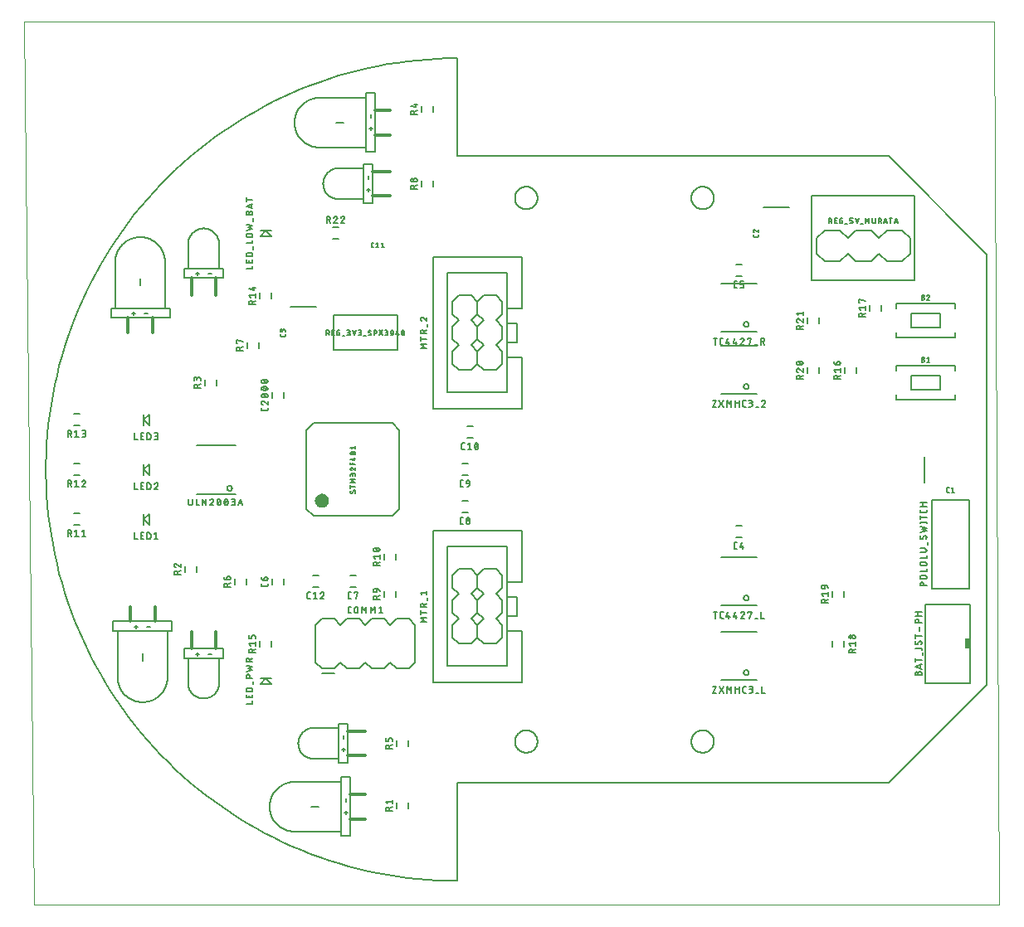
<source format=gto>
G75*
%MOIN*%
%OFA0B0*%
%FSLAX25Y25*%
%IPPOS*%
%LPD*%
%AMOC8*
5,1,8,0,0,1.08239X$1,22.5*
%
%ADD10C,0.00000*%
%ADD11C,0.00600*%
%ADD12C,0.00500*%
%ADD13R,0.01969X0.03937*%
%ADD14C,0.00800*%
%ADD15C,0.01200*%
D10*
X0831303Y0844303D02*
X0827303Y1199263D01*
X1217003Y1199263D01*
X1219003Y0844303D01*
X0831303Y0844303D01*
D11*
X0887466Y0977156D02*
X0887466Y0977878D01*
X0887468Y0977931D01*
X0887474Y0977983D01*
X0887483Y0978035D01*
X0887497Y0978086D01*
X0887514Y0978136D01*
X0887534Y0978184D01*
X0887558Y0978231D01*
X0887586Y0978276D01*
X0887617Y0978319D01*
X0887650Y0978360D01*
X0887687Y0978398D01*
X0887726Y0978433D01*
X0887768Y0978465D01*
X0887812Y0978494D01*
X0887858Y0978520D01*
X0887906Y0978542D01*
X0887955Y0978561D01*
X0888005Y0978577D01*
X0888057Y0978588D01*
X0888109Y0978596D01*
X0888162Y0978600D01*
X0888214Y0978600D01*
X0888267Y0978596D01*
X0888319Y0978588D01*
X0888371Y0978577D01*
X0888421Y0978561D01*
X0888470Y0978542D01*
X0888518Y0978520D01*
X0888564Y0978494D01*
X0888608Y0978465D01*
X0888650Y0978433D01*
X0888689Y0978398D01*
X0888726Y0978360D01*
X0888759Y0978319D01*
X0888790Y0978276D01*
X0888818Y0978231D01*
X0888842Y0978184D01*
X0888862Y0978136D01*
X0888879Y0978086D01*
X0888893Y0978035D01*
X0888902Y0977983D01*
X0888908Y0977931D01*
X0888910Y0977878D01*
X0888910Y0977156D01*
X0888910Y0978023D02*
X0890066Y0978600D01*
X0890066Y0980005D02*
X0890066Y0981449D01*
X0890066Y0980005D02*
X0888621Y0981233D01*
X0887466Y0980799D02*
X0887468Y0980744D01*
X0887473Y0980689D01*
X0887482Y0980634D01*
X0887495Y0980581D01*
X0887511Y0980528D01*
X0887531Y0980476D01*
X0887554Y0980426D01*
X0887580Y0980377D01*
X0887610Y0980330D01*
X0887642Y0980286D01*
X0887678Y0980243D01*
X0887716Y0980203D01*
X0887757Y0980166D01*
X0887800Y0980131D01*
X0887845Y0980100D01*
X0887892Y0980071D01*
X0887941Y0980046D01*
X0887992Y0980023D01*
X0888044Y0980005D01*
X0888621Y0981232D02*
X0888585Y0981268D01*
X0888545Y0981301D01*
X0888504Y0981331D01*
X0888460Y0981358D01*
X0888414Y0981382D01*
X0888367Y0981402D01*
X0888319Y0981419D01*
X0888269Y0981432D01*
X0888218Y0981441D01*
X0888167Y0981447D01*
X0888116Y0981449D01*
X0888067Y0981447D01*
X0888019Y0981442D01*
X0887971Y0981433D01*
X0887924Y0981420D01*
X0887879Y0981404D01*
X0887834Y0981385D01*
X0887791Y0981362D01*
X0887750Y0981336D01*
X0887711Y0981307D01*
X0887674Y0981275D01*
X0887640Y0981241D01*
X0887608Y0981204D01*
X0887579Y0981165D01*
X0887553Y0981124D01*
X0887530Y0981081D01*
X0887511Y0981036D01*
X0887495Y0980991D01*
X0887482Y0980944D01*
X0887473Y0980896D01*
X0887468Y0980848D01*
X0887466Y0980799D01*
X0887466Y0977156D02*
X0890066Y0977156D01*
X0891940Y0978121D02*
X0891940Y0980484D01*
X0896665Y0980484D02*
X0896665Y0978121D01*
X0907466Y0972878D02*
X0907466Y0972156D01*
X0910066Y0972156D01*
X0908910Y0972156D02*
X0908910Y0972878D01*
X0908910Y0973023D02*
X0910066Y0973600D01*
X0909343Y0975005D02*
X0908621Y0975005D01*
X0908621Y0975872D01*
X0908621Y0975004D02*
X0908554Y0975006D01*
X0908487Y0975012D01*
X0908420Y0975022D01*
X0908354Y0975035D01*
X0908289Y0975053D01*
X0908226Y0975074D01*
X0908163Y0975099D01*
X0908102Y0975127D01*
X0908043Y0975159D01*
X0907986Y0975194D01*
X0907931Y0975233D01*
X0907878Y0975274D01*
X0907828Y0975319D01*
X0907780Y0975367D01*
X0907735Y0975417D01*
X0907694Y0975470D01*
X0907655Y0975525D01*
X0907620Y0975582D01*
X0907588Y0975641D01*
X0907560Y0975702D01*
X0907535Y0975765D01*
X0907514Y0975828D01*
X0907496Y0975893D01*
X0907483Y0975959D01*
X0907473Y0976026D01*
X0907467Y0976093D01*
X0907465Y0976160D01*
X0908621Y0975872D02*
X0908623Y0975917D01*
X0908628Y0975962D01*
X0908637Y0976007D01*
X0908649Y0976051D01*
X0908665Y0976093D01*
X0908684Y0976134D01*
X0908706Y0976174D01*
X0908731Y0976212D01*
X0908759Y0976247D01*
X0908790Y0976281D01*
X0908824Y0976312D01*
X0908859Y0976340D01*
X0908897Y0976365D01*
X0908937Y0976387D01*
X0908978Y0976406D01*
X0909020Y0976422D01*
X0909064Y0976434D01*
X0909109Y0976443D01*
X0909154Y0976448D01*
X0909199Y0976450D01*
X0909199Y0976449D02*
X0909343Y0976449D01*
X0909396Y0976447D01*
X0909448Y0976441D01*
X0909500Y0976432D01*
X0909551Y0976418D01*
X0909601Y0976401D01*
X0909649Y0976381D01*
X0909696Y0976357D01*
X0909741Y0976329D01*
X0909784Y0976298D01*
X0909825Y0976265D01*
X0909863Y0976228D01*
X0909898Y0976189D01*
X0909930Y0976147D01*
X0909959Y0976103D01*
X0909985Y0976057D01*
X0910007Y0976009D01*
X0910026Y0975960D01*
X0910042Y0975910D01*
X0910053Y0975858D01*
X0910061Y0975806D01*
X0910065Y0975753D01*
X0910065Y0975701D01*
X0910061Y0975648D01*
X0910053Y0975596D01*
X0910042Y0975544D01*
X0910026Y0975494D01*
X0910007Y0975445D01*
X0909985Y0975397D01*
X0909959Y0975351D01*
X0909930Y0975307D01*
X0909898Y0975265D01*
X0909863Y0975226D01*
X0909825Y0975189D01*
X0909784Y0975156D01*
X0909741Y0975125D01*
X0909696Y0975097D01*
X0909649Y0975073D01*
X0909601Y0975053D01*
X0909551Y0975036D01*
X0909500Y0975022D01*
X0909448Y0975013D01*
X0909396Y0975007D01*
X0909343Y0975005D01*
X0908910Y0972878D02*
X0908908Y0972931D01*
X0908902Y0972983D01*
X0908893Y0973035D01*
X0908879Y0973086D01*
X0908862Y0973136D01*
X0908842Y0973184D01*
X0908818Y0973231D01*
X0908790Y0973276D01*
X0908759Y0973319D01*
X0908726Y0973360D01*
X0908689Y0973398D01*
X0908650Y0973433D01*
X0908608Y0973465D01*
X0908564Y0973494D01*
X0908518Y0973520D01*
X0908470Y0973542D01*
X0908421Y0973561D01*
X0908371Y0973577D01*
X0908319Y0973588D01*
X0908267Y0973596D01*
X0908214Y0973600D01*
X0908162Y0973600D01*
X0908109Y0973596D01*
X0908057Y0973588D01*
X0908005Y0973577D01*
X0907955Y0973561D01*
X0907906Y0973542D01*
X0907858Y0973520D01*
X0907812Y0973494D01*
X0907768Y0973465D01*
X0907726Y0973433D01*
X0907687Y0973398D01*
X0907650Y0973360D01*
X0907617Y0973319D01*
X0907586Y0973276D01*
X0907558Y0973231D01*
X0907534Y0973184D01*
X0907514Y0973136D01*
X0907497Y0973086D01*
X0907483Y0973035D01*
X0907474Y0972983D01*
X0907468Y0972931D01*
X0907466Y0972878D01*
X0911940Y0973121D02*
X0911940Y0975484D01*
X0916665Y0975484D02*
X0916665Y0973121D01*
X0922466Y0972951D02*
X0922466Y0973529D01*
X0922465Y0972951D02*
X0922467Y0972903D01*
X0922473Y0972856D01*
X0922483Y0972809D01*
X0922496Y0972763D01*
X0922514Y0972719D01*
X0922535Y0972676D01*
X0922559Y0972635D01*
X0922587Y0972596D01*
X0922618Y0972560D01*
X0922652Y0972526D01*
X0922688Y0972495D01*
X0922727Y0972467D01*
X0922768Y0972443D01*
X0922811Y0972422D01*
X0922855Y0972404D01*
X0922901Y0972391D01*
X0922948Y0972381D01*
X0922995Y0972375D01*
X0923043Y0972373D01*
X0924488Y0972373D01*
X0924536Y0972375D01*
X0924583Y0972381D01*
X0924630Y0972391D01*
X0924676Y0972404D01*
X0924720Y0972422D01*
X0924763Y0972443D01*
X0924804Y0972467D01*
X0924843Y0972495D01*
X0924879Y0972526D01*
X0924913Y0972560D01*
X0924944Y0972596D01*
X0924972Y0972635D01*
X0924996Y0972676D01*
X0925017Y0972719D01*
X0925035Y0972763D01*
X0925048Y0972809D01*
X0925058Y0972856D01*
X0925064Y0972903D01*
X0925066Y0972951D01*
X0925066Y0973529D01*
X0924343Y0974787D02*
X0923621Y0974787D01*
X0923621Y0975654D01*
X0923621Y0974787D02*
X0923554Y0974789D01*
X0923487Y0974795D01*
X0923420Y0974805D01*
X0923354Y0974818D01*
X0923289Y0974836D01*
X0923226Y0974857D01*
X0923163Y0974882D01*
X0923102Y0974910D01*
X0923043Y0974942D01*
X0922986Y0974977D01*
X0922931Y0975016D01*
X0922878Y0975057D01*
X0922828Y0975102D01*
X0922780Y0975150D01*
X0922735Y0975200D01*
X0922694Y0975253D01*
X0922655Y0975308D01*
X0922620Y0975365D01*
X0922588Y0975424D01*
X0922560Y0975485D01*
X0922535Y0975548D01*
X0922514Y0975611D01*
X0922496Y0975676D01*
X0922483Y0975742D01*
X0922473Y0975809D01*
X0922467Y0975876D01*
X0922465Y0975943D01*
X0924199Y0976232D02*
X0924343Y0976232D01*
X0924199Y0976232D02*
X0924154Y0976230D01*
X0924109Y0976225D01*
X0924064Y0976216D01*
X0924020Y0976204D01*
X0923978Y0976188D01*
X0923937Y0976169D01*
X0923897Y0976147D01*
X0923859Y0976122D01*
X0923824Y0976094D01*
X0923790Y0976063D01*
X0923759Y0976029D01*
X0923731Y0975994D01*
X0923706Y0975956D01*
X0923684Y0975916D01*
X0923665Y0975875D01*
X0923649Y0975833D01*
X0923637Y0975789D01*
X0923628Y0975744D01*
X0923623Y0975699D01*
X0923621Y0975654D01*
X0924343Y0976232D02*
X0924396Y0976230D01*
X0924448Y0976224D01*
X0924500Y0976215D01*
X0924551Y0976201D01*
X0924601Y0976184D01*
X0924649Y0976164D01*
X0924696Y0976140D01*
X0924741Y0976112D01*
X0924784Y0976081D01*
X0924825Y0976048D01*
X0924863Y0976011D01*
X0924898Y0975972D01*
X0924930Y0975930D01*
X0924959Y0975886D01*
X0924985Y0975840D01*
X0925007Y0975792D01*
X0925026Y0975743D01*
X0925042Y0975693D01*
X0925053Y0975641D01*
X0925061Y0975589D01*
X0925065Y0975536D01*
X0925065Y0975484D01*
X0925061Y0975431D01*
X0925053Y0975379D01*
X0925042Y0975327D01*
X0925026Y0975277D01*
X0925007Y0975228D01*
X0924985Y0975180D01*
X0924959Y0975134D01*
X0924930Y0975090D01*
X0924898Y0975048D01*
X0924863Y0975009D01*
X0924825Y0974972D01*
X0924784Y0974939D01*
X0924741Y0974908D01*
X0924696Y0974880D01*
X0924649Y0974856D01*
X0924601Y0974836D01*
X0924551Y0974819D01*
X0924500Y0974805D01*
X0924448Y0974796D01*
X0924396Y0974790D01*
X0924343Y0974788D01*
X0926940Y0975484D02*
X0926940Y0973121D01*
X0931665Y0973121D02*
X0931665Y0975484D01*
X0940933Y0969488D02*
X0940933Y0968043D01*
X0940935Y0967998D01*
X0940940Y0967953D01*
X0940949Y0967908D01*
X0940961Y0967864D01*
X0940977Y0967822D01*
X0940996Y0967781D01*
X0941018Y0967741D01*
X0941043Y0967703D01*
X0941071Y0967668D01*
X0941102Y0967634D01*
X0941136Y0967603D01*
X0941171Y0967575D01*
X0941209Y0967550D01*
X0941249Y0967528D01*
X0941290Y0967509D01*
X0941332Y0967493D01*
X0941376Y0967481D01*
X0941421Y0967472D01*
X0941466Y0967467D01*
X0941511Y0967465D01*
X0941511Y0967466D02*
X0942089Y0967466D01*
X0943347Y0967466D02*
X0944792Y0967466D01*
X0944070Y0967466D02*
X0944070Y0970066D01*
X0943347Y0969488D01*
X0942089Y0970066D02*
X0941511Y0970066D01*
X0941463Y0970064D01*
X0941416Y0970058D01*
X0941369Y0970048D01*
X0941323Y0970035D01*
X0941279Y0970017D01*
X0941236Y0969996D01*
X0941195Y0969972D01*
X0941156Y0969944D01*
X0941120Y0969913D01*
X0941086Y0969879D01*
X0941055Y0969843D01*
X0941027Y0969804D01*
X0941003Y0969763D01*
X0940982Y0969720D01*
X0940964Y0969676D01*
X0940951Y0969630D01*
X0940941Y0969583D01*
X0940935Y0969536D01*
X0940933Y0969488D01*
X0943121Y0971940D02*
X0945484Y0971940D01*
X0947672Y0969416D02*
X0947670Y0969365D01*
X0947664Y0969314D01*
X0947655Y0969263D01*
X0947642Y0969213D01*
X0947625Y0969165D01*
X0947605Y0969118D01*
X0947581Y0969072D01*
X0947554Y0969028D01*
X0947524Y0968987D01*
X0947491Y0968947D01*
X0947455Y0968911D01*
X0947455Y0968910D02*
X0946227Y0967466D01*
X0947672Y0967466D01*
X0946228Y0969488D02*
X0946246Y0969540D01*
X0946269Y0969591D01*
X0946294Y0969640D01*
X0946323Y0969687D01*
X0946354Y0969732D01*
X0946389Y0969775D01*
X0946426Y0969816D01*
X0946466Y0969854D01*
X0946509Y0969890D01*
X0946553Y0969922D01*
X0946600Y0969952D01*
X0946649Y0969978D01*
X0946699Y0970001D01*
X0946751Y0970021D01*
X0946804Y0970037D01*
X0946857Y0970050D01*
X0946912Y0970059D01*
X0946967Y0970064D01*
X0947022Y0970066D01*
X0947071Y0970064D01*
X0947119Y0970059D01*
X0947167Y0970050D01*
X0947214Y0970037D01*
X0947259Y0970021D01*
X0947304Y0970002D01*
X0947347Y0969979D01*
X0947388Y0969953D01*
X0947427Y0969924D01*
X0947464Y0969892D01*
X0947498Y0969858D01*
X0947530Y0969821D01*
X0947559Y0969782D01*
X0947585Y0969741D01*
X0947608Y0969698D01*
X0947627Y0969653D01*
X0947643Y0969608D01*
X0947656Y0969561D01*
X0947665Y0969513D01*
X0947670Y0969465D01*
X0947672Y0969416D01*
X0945484Y0976665D02*
X0943121Y0976665D01*
X0958121Y0976665D02*
X0960484Y0976665D01*
X0960484Y0971940D02*
X0958121Y0971940D01*
X0957951Y0970066D02*
X0958529Y0970066D01*
X0957951Y0970066D02*
X0957903Y0970064D01*
X0957856Y0970058D01*
X0957809Y0970048D01*
X0957763Y0970035D01*
X0957719Y0970017D01*
X0957676Y0969996D01*
X0957635Y0969972D01*
X0957596Y0969944D01*
X0957560Y0969913D01*
X0957526Y0969879D01*
X0957495Y0969843D01*
X0957467Y0969804D01*
X0957443Y0969763D01*
X0957422Y0969720D01*
X0957404Y0969676D01*
X0957391Y0969630D01*
X0957381Y0969583D01*
X0957375Y0969536D01*
X0957373Y0969488D01*
X0957373Y0968043D01*
X0957375Y0967998D01*
X0957380Y0967953D01*
X0957389Y0967908D01*
X0957401Y0967864D01*
X0957417Y0967822D01*
X0957436Y0967781D01*
X0957458Y0967741D01*
X0957483Y0967703D01*
X0957511Y0967668D01*
X0957542Y0967634D01*
X0957576Y0967603D01*
X0957611Y0967575D01*
X0957649Y0967550D01*
X0957689Y0967528D01*
X0957730Y0967509D01*
X0957772Y0967493D01*
X0957816Y0967481D01*
X0957861Y0967472D01*
X0957906Y0967467D01*
X0957951Y0967465D01*
X0957951Y0967466D02*
X0958529Y0967466D01*
X0960510Y0967466D02*
X0961232Y0970066D01*
X0959787Y0970066D01*
X0959787Y0969777D01*
X0958633Y0964203D02*
X0958055Y0964203D01*
X0958007Y0964201D01*
X0957960Y0964195D01*
X0957913Y0964185D01*
X0957867Y0964172D01*
X0957823Y0964154D01*
X0957780Y0964133D01*
X0957739Y0964109D01*
X0957700Y0964081D01*
X0957664Y0964050D01*
X0957630Y0964016D01*
X0957599Y0963980D01*
X0957571Y0963941D01*
X0957547Y0963900D01*
X0957526Y0963857D01*
X0957508Y0963813D01*
X0957495Y0963767D01*
X0957485Y0963720D01*
X0957479Y0963673D01*
X0957477Y0963625D01*
X0957477Y0962180D01*
X0957479Y0962135D01*
X0957484Y0962090D01*
X0957493Y0962045D01*
X0957505Y0962001D01*
X0957521Y0961959D01*
X0957540Y0961918D01*
X0957562Y0961878D01*
X0957587Y0961840D01*
X0957615Y0961805D01*
X0957646Y0961771D01*
X0957680Y0961740D01*
X0957715Y0961712D01*
X0957753Y0961687D01*
X0957793Y0961665D01*
X0957834Y0961646D01*
X0957876Y0961630D01*
X0957920Y0961618D01*
X0957965Y0961609D01*
X0958010Y0961604D01*
X0958055Y0961602D01*
X0958055Y0961603D02*
X0958633Y0961603D01*
X0959891Y0962325D02*
X0959891Y0963480D01*
X0959892Y0963480D02*
X0959894Y0963533D01*
X0959900Y0963585D01*
X0959909Y0963637D01*
X0959923Y0963688D01*
X0959940Y0963738D01*
X0959960Y0963786D01*
X0959984Y0963833D01*
X0960012Y0963878D01*
X0960043Y0963921D01*
X0960076Y0963962D01*
X0960113Y0964000D01*
X0960152Y0964035D01*
X0960194Y0964067D01*
X0960238Y0964096D01*
X0960284Y0964122D01*
X0960332Y0964144D01*
X0960381Y0964163D01*
X0960431Y0964179D01*
X0960483Y0964190D01*
X0960535Y0964198D01*
X0960588Y0964202D01*
X0960640Y0964202D01*
X0960693Y0964198D01*
X0960745Y0964190D01*
X0960797Y0964179D01*
X0960847Y0964163D01*
X0960896Y0964144D01*
X0960944Y0964122D01*
X0960990Y0964096D01*
X0961034Y0964067D01*
X0961076Y0964035D01*
X0961115Y0964000D01*
X0961152Y0963962D01*
X0961185Y0963921D01*
X0961216Y0963878D01*
X0961244Y0963833D01*
X0961268Y0963786D01*
X0961288Y0963738D01*
X0961305Y0963688D01*
X0961319Y0963637D01*
X0961328Y0963585D01*
X0961334Y0963533D01*
X0961336Y0963480D01*
X0961336Y0962325D01*
X0961334Y0962272D01*
X0961328Y0962220D01*
X0961319Y0962168D01*
X0961305Y0962117D01*
X0961288Y0962067D01*
X0961268Y0962019D01*
X0961244Y0961972D01*
X0961216Y0961927D01*
X0961185Y0961884D01*
X0961152Y0961843D01*
X0961115Y0961805D01*
X0961076Y0961770D01*
X0961034Y0961738D01*
X0960990Y0961709D01*
X0960944Y0961683D01*
X0960896Y0961661D01*
X0960847Y0961642D01*
X0960797Y0961626D01*
X0960745Y0961615D01*
X0960693Y0961607D01*
X0960640Y0961603D01*
X0960588Y0961603D01*
X0960535Y0961607D01*
X0960483Y0961615D01*
X0960431Y0961626D01*
X0960381Y0961642D01*
X0960332Y0961661D01*
X0960284Y0961683D01*
X0960238Y0961709D01*
X0960194Y0961738D01*
X0960152Y0961770D01*
X0960113Y0961805D01*
X0960076Y0961843D01*
X0960043Y0961884D01*
X0960012Y0961927D01*
X0959984Y0961972D01*
X0959960Y0962019D01*
X0959940Y0962067D01*
X0959923Y0962117D01*
X0959909Y0962168D01*
X0959900Y0962220D01*
X0959894Y0962272D01*
X0959892Y0962325D01*
X0962915Y0961603D02*
X0962915Y0964203D01*
X0963782Y0962758D01*
X0964648Y0964203D01*
X0964648Y0961603D01*
X0966371Y0961603D02*
X0966371Y0964203D01*
X0967238Y0962758D01*
X0968104Y0964203D01*
X0968104Y0961603D01*
X0969683Y0961603D02*
X0971128Y0961603D01*
X0970406Y0961603D02*
X0970406Y0964203D01*
X0969683Y0963625D01*
X0970066Y0967156D02*
X0967466Y0967156D01*
X0967466Y0967878D01*
X0967468Y0967931D01*
X0967474Y0967983D01*
X0967483Y0968035D01*
X0967497Y0968086D01*
X0967514Y0968136D01*
X0967534Y0968184D01*
X0967558Y0968231D01*
X0967586Y0968276D01*
X0967617Y0968319D01*
X0967650Y0968360D01*
X0967687Y0968398D01*
X0967726Y0968433D01*
X0967768Y0968465D01*
X0967812Y0968494D01*
X0967858Y0968520D01*
X0967906Y0968542D01*
X0967955Y0968561D01*
X0968005Y0968577D01*
X0968057Y0968588D01*
X0968109Y0968596D01*
X0968162Y0968600D01*
X0968214Y0968600D01*
X0968267Y0968596D01*
X0968319Y0968588D01*
X0968371Y0968577D01*
X0968421Y0968561D01*
X0968470Y0968542D01*
X0968518Y0968520D01*
X0968564Y0968494D01*
X0968608Y0968465D01*
X0968650Y0968433D01*
X0968689Y0968398D01*
X0968726Y0968360D01*
X0968759Y0968319D01*
X0968790Y0968276D01*
X0968818Y0968231D01*
X0968842Y0968184D01*
X0968862Y0968136D01*
X0968879Y0968086D01*
X0968893Y0968035D01*
X0968902Y0967983D01*
X0968908Y0967931D01*
X0968910Y0967878D01*
X0968910Y0967156D01*
X0968910Y0968023D02*
X0970066Y0968600D01*
X0971940Y0968121D02*
X0971940Y0970484D01*
X0968910Y0970583D02*
X0968910Y0971449D01*
X0968188Y0971449D01*
X0968135Y0971447D01*
X0968083Y0971441D01*
X0968031Y0971432D01*
X0967980Y0971418D01*
X0967930Y0971401D01*
X0967882Y0971381D01*
X0967835Y0971357D01*
X0967790Y0971329D01*
X0967747Y0971298D01*
X0967706Y0971265D01*
X0967668Y0971228D01*
X0967633Y0971189D01*
X0967601Y0971147D01*
X0967572Y0971103D01*
X0967546Y0971057D01*
X0967524Y0971009D01*
X0967505Y0970960D01*
X0967489Y0970910D01*
X0967478Y0970858D01*
X0967470Y0970806D01*
X0967466Y0970753D01*
X0967466Y0970701D01*
X0967470Y0970648D01*
X0967478Y0970596D01*
X0967489Y0970544D01*
X0967505Y0970494D01*
X0967524Y0970445D01*
X0967546Y0970397D01*
X0967572Y0970351D01*
X0967601Y0970307D01*
X0967633Y0970265D01*
X0967668Y0970226D01*
X0967706Y0970189D01*
X0967747Y0970156D01*
X0967790Y0970125D01*
X0967835Y0970097D01*
X0967882Y0970073D01*
X0967930Y0970053D01*
X0967980Y0970036D01*
X0968031Y0970022D01*
X0968083Y0970013D01*
X0968135Y0970007D01*
X0968188Y0970005D01*
X0968332Y0970005D01*
X0968377Y0970007D01*
X0968422Y0970012D01*
X0968467Y0970021D01*
X0968511Y0970033D01*
X0968553Y0970049D01*
X0968594Y0970068D01*
X0968634Y0970090D01*
X0968672Y0970115D01*
X0968707Y0970143D01*
X0968741Y0970174D01*
X0968772Y0970208D01*
X0968800Y0970243D01*
X0968825Y0970281D01*
X0968847Y0970321D01*
X0968866Y0970362D01*
X0968882Y0970404D01*
X0968894Y0970448D01*
X0968903Y0970493D01*
X0968908Y0970538D01*
X0968910Y0970583D01*
X0968910Y0971450D02*
X0968977Y0971448D01*
X0969044Y0971442D01*
X0969111Y0971432D01*
X0969177Y0971419D01*
X0969242Y0971401D01*
X0969305Y0971380D01*
X0969368Y0971355D01*
X0969429Y0971327D01*
X0969488Y0971295D01*
X0969545Y0971260D01*
X0969600Y0971221D01*
X0969653Y0971180D01*
X0969703Y0971135D01*
X0969751Y0971087D01*
X0969796Y0971037D01*
X0969837Y0970984D01*
X0969876Y0970929D01*
X0969911Y0970872D01*
X0969943Y0970813D01*
X0969971Y0970752D01*
X0969996Y0970689D01*
X0970017Y0970626D01*
X0970035Y0970561D01*
X0970048Y0970495D01*
X0970058Y0970428D01*
X0970064Y0970361D01*
X0970066Y0970294D01*
X0976665Y0970484D02*
X0976665Y0968121D01*
X0976803Y0959303D02*
X0981803Y0959303D01*
X0984303Y0956803D01*
X0984303Y0941803D01*
X0981803Y0939303D01*
X0976803Y0939303D01*
X0974303Y0941803D01*
X0971803Y0939303D01*
X0966803Y0939303D01*
X0964303Y0941803D01*
X0961803Y0939303D01*
X0956803Y0939303D01*
X0954303Y0941803D01*
X0951803Y0939303D01*
X0946803Y0939303D01*
X0944303Y0941803D01*
X0944303Y0956803D01*
X0946803Y0959303D01*
X0951803Y0959303D01*
X0954303Y0956803D01*
X0956803Y0959303D01*
X0961803Y0959303D01*
X0964303Y0956803D01*
X0966803Y0959303D01*
X0971803Y0959303D01*
X0974303Y0956803D01*
X0976803Y0959303D01*
X0986403Y0959769D02*
X0989003Y0959769D01*
X0987847Y0958903D02*
X0986403Y0958036D01*
X0989003Y0958036D01*
X0987847Y0958903D02*
X0986403Y0959769D01*
X0986403Y0961157D02*
X0986403Y0962601D01*
X0986403Y0961879D02*
X0989003Y0961879D01*
X0989003Y0963972D02*
X0986403Y0963972D01*
X0986403Y0964694D01*
X0986405Y0964747D01*
X0986411Y0964799D01*
X0986420Y0964851D01*
X0986434Y0964902D01*
X0986451Y0964952D01*
X0986471Y0965000D01*
X0986495Y0965047D01*
X0986523Y0965092D01*
X0986554Y0965135D01*
X0986587Y0965176D01*
X0986624Y0965214D01*
X0986663Y0965249D01*
X0986705Y0965281D01*
X0986749Y0965310D01*
X0986795Y0965336D01*
X0986843Y0965358D01*
X0986892Y0965377D01*
X0986942Y0965393D01*
X0986994Y0965404D01*
X0987046Y0965412D01*
X0987099Y0965416D01*
X0987151Y0965416D01*
X0987204Y0965412D01*
X0987256Y0965404D01*
X0987308Y0965393D01*
X0987358Y0965377D01*
X0987407Y0965358D01*
X0987455Y0965336D01*
X0987501Y0965310D01*
X0987545Y0965281D01*
X0987587Y0965249D01*
X0987626Y0965214D01*
X0987663Y0965176D01*
X0987696Y0965135D01*
X0987727Y0965092D01*
X0987755Y0965047D01*
X0987779Y0965000D01*
X0987799Y0964952D01*
X0987816Y0964902D01*
X0987830Y0964851D01*
X0987839Y0964799D01*
X0987845Y0964747D01*
X0987847Y0964694D01*
X0987847Y0963972D01*
X0987847Y0964838D02*
X0989003Y0965416D01*
X0989291Y0966677D02*
X0989291Y0967833D01*
X0989003Y0969125D02*
X0989003Y0970569D01*
X0989003Y0969847D02*
X0986403Y0969847D01*
X0986980Y0969125D01*
X0976665Y0983121D02*
X0976665Y0985484D01*
X0971940Y0985484D02*
X0971940Y0983121D01*
X0970066Y0983565D02*
X0970066Y0985009D01*
X0970066Y0984287D02*
X0967466Y0984287D01*
X0968043Y0983565D01*
X0967466Y0981438D02*
X0967468Y0981491D01*
X0967474Y0981543D01*
X0967483Y0981595D01*
X0967497Y0981646D01*
X0967514Y0981696D01*
X0967534Y0981744D01*
X0967558Y0981791D01*
X0967586Y0981836D01*
X0967617Y0981879D01*
X0967650Y0981920D01*
X0967687Y0981958D01*
X0967726Y0981993D01*
X0967768Y0982025D01*
X0967812Y0982054D01*
X0967858Y0982080D01*
X0967906Y0982102D01*
X0967955Y0982121D01*
X0968005Y0982137D01*
X0968057Y0982148D01*
X0968109Y0982156D01*
X0968162Y0982160D01*
X0968214Y0982160D01*
X0968267Y0982156D01*
X0968319Y0982148D01*
X0968371Y0982137D01*
X0968421Y0982121D01*
X0968470Y0982102D01*
X0968518Y0982080D01*
X0968564Y0982054D01*
X0968608Y0982025D01*
X0968650Y0981993D01*
X0968689Y0981958D01*
X0968726Y0981920D01*
X0968759Y0981879D01*
X0968790Y0981836D01*
X0968818Y0981791D01*
X0968842Y0981744D01*
X0968862Y0981696D01*
X0968879Y0981646D01*
X0968893Y0981595D01*
X0968902Y0981543D01*
X0968908Y0981491D01*
X0968910Y0981438D01*
X0968910Y0980716D01*
X0968910Y0981583D02*
X0970066Y0982160D01*
X0970066Y0980716D02*
X0967466Y0980716D01*
X0967466Y0981438D01*
X0968766Y0987890D02*
X0968854Y0987888D01*
X0968943Y0987883D01*
X0969030Y0987874D01*
X0969118Y0987861D01*
X0969205Y0987845D01*
X0969291Y0987825D01*
X0969376Y0987801D01*
X0969460Y0987774D01*
X0969543Y0987744D01*
X0969625Y0987710D01*
X0969705Y0987673D01*
X0969704Y0987672D02*
X0969745Y0987656D01*
X0969785Y0987637D01*
X0969823Y0987614D01*
X0969859Y0987588D01*
X0969893Y0987560D01*
X0969924Y0987529D01*
X0969952Y0987495D01*
X0969978Y0987459D01*
X0970001Y0987421D01*
X0970020Y0987382D01*
X0970036Y0987340D01*
X0970049Y0987298D01*
X0970058Y0987255D01*
X0970063Y0987211D01*
X0970065Y0987167D01*
X0970063Y0987123D01*
X0970058Y0987079D01*
X0970049Y0987036D01*
X0970036Y0986994D01*
X0970020Y0986952D01*
X0970001Y0986913D01*
X0969978Y0986875D01*
X0969952Y0986839D01*
X0969924Y0986805D01*
X0969893Y0986774D01*
X0969859Y0986746D01*
X0969823Y0986720D01*
X0969785Y0986697D01*
X0969745Y0986678D01*
X0969704Y0986662D01*
X0969488Y0986589D02*
X0968043Y0987745D01*
X0967827Y0987672D02*
X0967786Y0987656D01*
X0967746Y0987637D01*
X0967708Y0987614D01*
X0967672Y0987589D01*
X0967638Y0987560D01*
X0967607Y0987529D01*
X0967579Y0987495D01*
X0967553Y0987459D01*
X0967530Y0987421D01*
X0967511Y0987382D01*
X0967495Y0987340D01*
X0967482Y0987298D01*
X0967473Y0987255D01*
X0967468Y0987211D01*
X0967466Y0987167D01*
X0967468Y0987123D01*
X0967473Y0987079D01*
X0967482Y0987036D01*
X0967495Y0986994D01*
X0967511Y0986952D01*
X0967530Y0986913D01*
X0967553Y0986875D01*
X0967579Y0986839D01*
X0967607Y0986805D01*
X0967638Y0986774D01*
X0967672Y0986746D01*
X0967708Y0986720D01*
X0967746Y0986697D01*
X0967786Y0986678D01*
X0967827Y0986662D01*
X0967827Y0987673D02*
X0967907Y0987710D01*
X0967989Y0987744D01*
X0968072Y0987774D01*
X0968156Y0987801D01*
X0968241Y0987825D01*
X0968327Y0987845D01*
X0968414Y0987861D01*
X0968502Y0987874D01*
X0968589Y0987883D01*
X0968678Y0987888D01*
X0968766Y0987890D01*
X0968766Y0986444D02*
X0968678Y0986446D01*
X0968589Y0986451D01*
X0968502Y0986460D01*
X0968414Y0986473D01*
X0968327Y0986489D01*
X0968241Y0986509D01*
X0968156Y0986533D01*
X0968072Y0986560D01*
X0967989Y0986590D01*
X0967907Y0986624D01*
X0967827Y0986661D01*
X0968766Y0986444D02*
X0968854Y0986446D01*
X0968943Y0986451D01*
X0969030Y0986460D01*
X0969118Y0986473D01*
X0969205Y0986489D01*
X0969291Y0986509D01*
X0969376Y0986533D01*
X0969460Y0986560D01*
X0969543Y0986590D01*
X0969625Y0986624D01*
X0969705Y0986661D01*
X0975051Y1000602D02*
X0978003Y1003555D01*
X0978003Y1035051D01*
X0975051Y1038003D01*
X0943555Y1038003D01*
X0940602Y1035051D01*
X0940602Y1003555D01*
X0943555Y1000602D01*
X0975051Y1000602D01*
X1002373Y0999488D02*
X1002373Y0998043D01*
X1002375Y0997998D01*
X1002380Y0997953D01*
X1002389Y0997908D01*
X1002401Y0997864D01*
X1002417Y0997822D01*
X1002436Y0997781D01*
X1002458Y0997741D01*
X1002483Y0997703D01*
X1002511Y0997668D01*
X1002542Y0997634D01*
X1002576Y0997603D01*
X1002611Y0997575D01*
X1002649Y0997550D01*
X1002689Y0997528D01*
X1002730Y0997509D01*
X1002772Y0997493D01*
X1002816Y0997481D01*
X1002861Y0997472D01*
X1002906Y0997467D01*
X1002951Y0997465D01*
X1002951Y0997466D02*
X1003529Y0997466D01*
X1002373Y0999488D02*
X1002375Y0999536D01*
X1002381Y0999583D01*
X1002391Y0999630D01*
X1002404Y0999676D01*
X1002422Y0999720D01*
X1002443Y0999763D01*
X1002467Y0999804D01*
X1002495Y0999843D01*
X1002526Y0999879D01*
X1002560Y0999913D01*
X1002596Y0999944D01*
X1002635Y0999972D01*
X1002676Y0999996D01*
X1002719Y1000017D01*
X1002763Y1000035D01*
X1002809Y1000048D01*
X1002856Y1000058D01*
X1002903Y1000064D01*
X1002951Y1000066D01*
X1003529Y1000066D01*
X1003121Y1001940D02*
X1005484Y1001940D01*
X1004932Y0999488D02*
X1004934Y0999441D01*
X1004939Y0999395D01*
X1004949Y0999350D01*
X1004962Y0999305D01*
X1004978Y0999261D01*
X1004998Y0999219D01*
X1005021Y0999179D01*
X1005048Y0999141D01*
X1005077Y0999105D01*
X1005110Y0999071D01*
X1005144Y0999040D01*
X1005182Y0999012D01*
X1005221Y0998987D01*
X1005262Y0998966D01*
X1005305Y0998948D01*
X1005349Y0998933D01*
X1005394Y0998922D01*
X1005440Y0998914D01*
X1005487Y0998910D01*
X1005533Y0998910D01*
X1005580Y0998914D01*
X1005626Y0998922D01*
X1005671Y0998933D01*
X1005715Y0998948D01*
X1005758Y0998966D01*
X1005799Y0998987D01*
X1005838Y0999012D01*
X1005876Y0999040D01*
X1005910Y0999071D01*
X1005943Y0999105D01*
X1005972Y0999141D01*
X1005999Y0999179D01*
X1006022Y0999219D01*
X1006042Y0999261D01*
X1006058Y0999305D01*
X1006071Y0999350D01*
X1006081Y0999395D01*
X1006086Y0999441D01*
X1006088Y0999488D01*
X1006086Y0999535D01*
X1006081Y0999581D01*
X1006071Y0999626D01*
X1006058Y0999671D01*
X1006042Y0999715D01*
X1006022Y0999757D01*
X1005999Y0999797D01*
X1005972Y0999835D01*
X1005943Y0999871D01*
X1005910Y0999905D01*
X1005876Y0999936D01*
X1005838Y0999964D01*
X1005799Y0999989D01*
X1005758Y1000010D01*
X1005715Y1000028D01*
X1005671Y1000043D01*
X1005626Y1000054D01*
X1005580Y1000062D01*
X1005533Y1000066D01*
X1005487Y1000066D01*
X1005440Y1000062D01*
X1005394Y1000054D01*
X1005349Y1000043D01*
X1005305Y1000028D01*
X1005262Y1000010D01*
X1005221Y0999989D01*
X1005182Y0999964D01*
X1005144Y0999936D01*
X1005110Y0999905D01*
X1005077Y0999871D01*
X1005048Y0999835D01*
X1005021Y0999797D01*
X1004998Y0999757D01*
X1004978Y0999715D01*
X1004962Y0999671D01*
X1004949Y0999626D01*
X1004939Y0999581D01*
X1004934Y0999535D01*
X1004932Y0999488D01*
X1004788Y0998188D02*
X1004790Y0998135D01*
X1004796Y0998083D01*
X1004805Y0998031D01*
X1004819Y0997980D01*
X1004836Y0997930D01*
X1004856Y0997882D01*
X1004880Y0997835D01*
X1004908Y0997790D01*
X1004939Y0997747D01*
X1004972Y0997706D01*
X1005009Y0997668D01*
X1005048Y0997633D01*
X1005090Y0997601D01*
X1005134Y0997572D01*
X1005180Y0997546D01*
X1005228Y0997524D01*
X1005277Y0997505D01*
X1005327Y0997489D01*
X1005379Y0997478D01*
X1005431Y0997470D01*
X1005484Y0997466D01*
X1005536Y0997466D01*
X1005589Y0997470D01*
X1005641Y0997478D01*
X1005693Y0997489D01*
X1005743Y0997505D01*
X1005792Y0997524D01*
X1005840Y0997546D01*
X1005886Y0997572D01*
X1005930Y0997601D01*
X1005972Y0997633D01*
X1006011Y0997668D01*
X1006048Y0997706D01*
X1006081Y0997747D01*
X1006112Y0997790D01*
X1006140Y0997835D01*
X1006164Y0997882D01*
X1006184Y0997930D01*
X1006201Y0997980D01*
X1006215Y0998031D01*
X1006224Y0998083D01*
X1006230Y0998135D01*
X1006232Y0998188D01*
X1006230Y0998241D01*
X1006224Y0998293D01*
X1006215Y0998345D01*
X1006201Y0998396D01*
X1006184Y0998446D01*
X1006164Y0998494D01*
X1006140Y0998541D01*
X1006112Y0998586D01*
X1006081Y0998629D01*
X1006048Y0998670D01*
X1006011Y0998708D01*
X1005972Y0998743D01*
X1005930Y0998775D01*
X1005886Y0998804D01*
X1005840Y0998830D01*
X1005792Y0998852D01*
X1005743Y0998871D01*
X1005693Y0998887D01*
X1005641Y0998898D01*
X1005589Y0998906D01*
X1005536Y0998910D01*
X1005484Y0998910D01*
X1005431Y0998906D01*
X1005379Y0998898D01*
X1005327Y0998887D01*
X1005277Y0998871D01*
X1005228Y0998852D01*
X1005180Y0998830D01*
X1005134Y0998804D01*
X1005090Y0998775D01*
X1005048Y0998743D01*
X1005009Y0998708D01*
X1004972Y0998670D01*
X1004939Y0998629D01*
X1004908Y0998586D01*
X1004880Y0998541D01*
X1004856Y0998494D01*
X1004836Y0998446D01*
X1004819Y0998396D01*
X1004805Y0998345D01*
X1004796Y0998293D01*
X1004790Y0998241D01*
X1004788Y0998188D01*
X1005484Y1006665D02*
X1003121Y1006665D01*
X1002951Y1012466D02*
X1003529Y1012466D01*
X1002951Y1012465D02*
X1002906Y1012467D01*
X1002861Y1012472D01*
X1002816Y1012481D01*
X1002772Y1012493D01*
X1002730Y1012509D01*
X1002689Y1012528D01*
X1002649Y1012550D01*
X1002611Y1012575D01*
X1002576Y1012603D01*
X1002542Y1012634D01*
X1002511Y1012668D01*
X1002483Y1012703D01*
X1002458Y1012741D01*
X1002436Y1012781D01*
X1002417Y1012822D01*
X1002401Y1012864D01*
X1002389Y1012908D01*
X1002380Y1012953D01*
X1002375Y1012998D01*
X1002373Y1013043D01*
X1002373Y1014488D01*
X1002375Y1014536D01*
X1002381Y1014583D01*
X1002391Y1014630D01*
X1002404Y1014676D01*
X1002422Y1014720D01*
X1002443Y1014763D01*
X1002467Y1014804D01*
X1002495Y1014843D01*
X1002526Y1014879D01*
X1002560Y1014913D01*
X1002596Y1014944D01*
X1002635Y1014972D01*
X1002676Y1014996D01*
X1002719Y1015017D01*
X1002763Y1015035D01*
X1002809Y1015048D01*
X1002856Y1015058D01*
X1002903Y1015064D01*
X1002951Y1015066D01*
X1003529Y1015066D01*
X1004787Y1014343D02*
X1004787Y1014199D01*
X1004789Y1014154D01*
X1004794Y1014109D01*
X1004803Y1014064D01*
X1004815Y1014020D01*
X1004831Y1013978D01*
X1004850Y1013937D01*
X1004872Y1013897D01*
X1004897Y1013859D01*
X1004925Y1013824D01*
X1004956Y1013790D01*
X1004990Y1013759D01*
X1005025Y1013731D01*
X1005063Y1013706D01*
X1005103Y1013684D01*
X1005144Y1013665D01*
X1005186Y1013649D01*
X1005230Y1013637D01*
X1005275Y1013628D01*
X1005320Y1013623D01*
X1005365Y1013621D01*
X1006232Y1013621D01*
X1006232Y1014343D01*
X1006230Y1014396D01*
X1006224Y1014448D01*
X1006215Y1014500D01*
X1006201Y1014551D01*
X1006184Y1014601D01*
X1006164Y1014649D01*
X1006140Y1014696D01*
X1006112Y1014741D01*
X1006081Y1014784D01*
X1006048Y1014825D01*
X1006011Y1014863D01*
X1005972Y1014898D01*
X1005930Y1014930D01*
X1005886Y1014959D01*
X1005840Y1014985D01*
X1005792Y1015007D01*
X1005743Y1015026D01*
X1005693Y1015042D01*
X1005641Y1015053D01*
X1005589Y1015061D01*
X1005536Y1015065D01*
X1005484Y1015065D01*
X1005431Y1015061D01*
X1005379Y1015053D01*
X1005327Y1015042D01*
X1005277Y1015026D01*
X1005228Y1015007D01*
X1005180Y1014985D01*
X1005134Y1014959D01*
X1005090Y1014930D01*
X1005048Y1014898D01*
X1005009Y1014863D01*
X1004972Y1014825D01*
X1004939Y1014784D01*
X1004908Y1014741D01*
X1004880Y1014696D01*
X1004856Y1014649D01*
X1004836Y1014601D01*
X1004819Y1014551D01*
X1004805Y1014500D01*
X1004796Y1014448D01*
X1004790Y1014396D01*
X1004788Y1014343D01*
X1006232Y1013621D02*
X1006230Y1013554D01*
X1006224Y1013487D01*
X1006214Y1013420D01*
X1006201Y1013354D01*
X1006183Y1013289D01*
X1006162Y1013226D01*
X1006137Y1013163D01*
X1006109Y1013102D01*
X1006077Y1013043D01*
X1006042Y1012986D01*
X1006003Y1012931D01*
X1005962Y1012878D01*
X1005917Y1012828D01*
X1005869Y1012780D01*
X1005819Y1012735D01*
X1005766Y1012694D01*
X1005711Y1012655D01*
X1005654Y1012620D01*
X1005595Y1012588D01*
X1005534Y1012560D01*
X1005471Y1012535D01*
X1005408Y1012514D01*
X1005343Y1012496D01*
X1005277Y1012483D01*
X1005210Y1012473D01*
X1005143Y1012467D01*
X1005076Y1012465D01*
X1005484Y1016940D02*
X1003121Y1016940D01*
X1003121Y1021665D02*
X1005484Y1021665D01*
X1005347Y1027466D02*
X1006792Y1027466D01*
X1006070Y1027466D02*
X1006070Y1030066D01*
X1005347Y1029488D01*
X1004089Y1030066D02*
X1003511Y1030066D01*
X1003463Y1030064D01*
X1003416Y1030058D01*
X1003369Y1030048D01*
X1003323Y1030035D01*
X1003279Y1030017D01*
X1003236Y1029996D01*
X1003195Y1029972D01*
X1003156Y1029944D01*
X1003120Y1029913D01*
X1003086Y1029879D01*
X1003055Y1029843D01*
X1003027Y1029804D01*
X1003003Y1029763D01*
X1002982Y1029720D01*
X1002964Y1029676D01*
X1002951Y1029630D01*
X1002941Y1029583D01*
X1002935Y1029536D01*
X1002933Y1029488D01*
X1002933Y1028043D01*
X1002935Y1027998D01*
X1002940Y1027953D01*
X1002949Y1027908D01*
X1002961Y1027864D01*
X1002977Y1027822D01*
X1002996Y1027781D01*
X1003018Y1027741D01*
X1003043Y1027703D01*
X1003071Y1027668D01*
X1003102Y1027634D01*
X1003136Y1027603D01*
X1003171Y1027575D01*
X1003209Y1027550D01*
X1003249Y1027528D01*
X1003290Y1027509D01*
X1003332Y1027493D01*
X1003376Y1027481D01*
X1003421Y1027472D01*
X1003466Y1027467D01*
X1003511Y1027465D01*
X1003511Y1027466D02*
X1004089Y1027466D01*
X1009455Y1027827D02*
X1009492Y1027907D01*
X1009526Y1027989D01*
X1009556Y1028072D01*
X1009583Y1028156D01*
X1009607Y1028241D01*
X1009627Y1028327D01*
X1009643Y1028414D01*
X1009656Y1028502D01*
X1009665Y1028589D01*
X1009670Y1028678D01*
X1009672Y1028766D01*
X1008227Y1028766D02*
X1008229Y1028854D01*
X1008234Y1028943D01*
X1008243Y1029030D01*
X1008256Y1029118D01*
X1008272Y1029205D01*
X1008292Y1029291D01*
X1008316Y1029376D01*
X1008343Y1029460D01*
X1008373Y1029543D01*
X1008407Y1029625D01*
X1008444Y1029705D01*
X1008950Y1030065D02*
X1008994Y1030063D01*
X1009038Y1030058D01*
X1009081Y1030049D01*
X1009123Y1030036D01*
X1009165Y1030020D01*
X1009204Y1030001D01*
X1009242Y1029978D01*
X1009278Y1029952D01*
X1009312Y1029924D01*
X1009343Y1029893D01*
X1009372Y1029859D01*
X1009397Y1029823D01*
X1009420Y1029785D01*
X1009439Y1029745D01*
X1009455Y1029704D01*
X1009527Y1029488D02*
X1008372Y1028043D01*
X1008950Y1027466D02*
X1008994Y1027468D01*
X1009038Y1027473D01*
X1009081Y1027482D01*
X1009123Y1027495D01*
X1009165Y1027511D01*
X1009204Y1027530D01*
X1009242Y1027553D01*
X1009278Y1027579D01*
X1009312Y1027607D01*
X1009343Y1027638D01*
X1009372Y1027672D01*
X1009397Y1027708D01*
X1009420Y1027746D01*
X1009439Y1027786D01*
X1009455Y1027827D01*
X1008950Y1027466D02*
X1008906Y1027468D01*
X1008862Y1027473D01*
X1008819Y1027482D01*
X1008777Y1027495D01*
X1008735Y1027511D01*
X1008696Y1027530D01*
X1008658Y1027553D01*
X1008622Y1027579D01*
X1008588Y1027607D01*
X1008557Y1027638D01*
X1008529Y1027672D01*
X1008503Y1027708D01*
X1008480Y1027746D01*
X1008461Y1027786D01*
X1008445Y1027827D01*
X1009672Y1028766D02*
X1009670Y1028854D01*
X1009665Y1028943D01*
X1009656Y1029030D01*
X1009643Y1029118D01*
X1009627Y1029205D01*
X1009607Y1029291D01*
X1009583Y1029376D01*
X1009556Y1029460D01*
X1009526Y1029543D01*
X1009492Y1029625D01*
X1009455Y1029705D01*
X1008950Y1030065D02*
X1008906Y1030063D01*
X1008862Y1030058D01*
X1008819Y1030049D01*
X1008777Y1030036D01*
X1008735Y1030020D01*
X1008696Y1030001D01*
X1008658Y1029978D01*
X1008622Y1029952D01*
X1008588Y1029924D01*
X1008557Y1029893D01*
X1008529Y1029859D01*
X1008503Y1029823D01*
X1008480Y1029785D01*
X1008461Y1029745D01*
X1008445Y1029704D01*
X1008227Y1028766D02*
X1008229Y1028678D01*
X1008234Y1028589D01*
X1008243Y1028502D01*
X1008256Y1028414D01*
X1008272Y1028327D01*
X1008292Y1028241D01*
X1008316Y1028156D01*
X1008343Y1028072D01*
X1008373Y1027989D01*
X1008407Y1027907D01*
X1008444Y1027827D01*
X1007484Y1031940D02*
X1005121Y1031940D01*
X1005121Y1036665D02*
X1007484Y1036665D01*
X0989003Y1068036D02*
X0986403Y1068036D01*
X0987847Y1068903D01*
X0986403Y1069769D01*
X0989003Y1069769D01*
X0989003Y1071879D02*
X0986403Y1071879D01*
X0986403Y1071157D02*
X0986403Y1072601D01*
X0986403Y1073972D02*
X0986403Y1074694D01*
X0986405Y1074747D01*
X0986411Y1074799D01*
X0986420Y1074851D01*
X0986434Y1074902D01*
X0986451Y1074952D01*
X0986471Y1075000D01*
X0986495Y1075047D01*
X0986523Y1075092D01*
X0986554Y1075135D01*
X0986587Y1075176D01*
X0986624Y1075214D01*
X0986663Y1075249D01*
X0986705Y1075281D01*
X0986749Y1075310D01*
X0986795Y1075336D01*
X0986843Y1075358D01*
X0986892Y1075377D01*
X0986942Y1075393D01*
X0986994Y1075404D01*
X0987046Y1075412D01*
X0987099Y1075416D01*
X0987151Y1075416D01*
X0987204Y1075412D01*
X0987256Y1075404D01*
X0987308Y1075393D01*
X0987358Y1075377D01*
X0987407Y1075358D01*
X0987455Y1075336D01*
X0987501Y1075310D01*
X0987545Y1075281D01*
X0987587Y1075249D01*
X0987626Y1075214D01*
X0987663Y1075176D01*
X0987696Y1075135D01*
X0987727Y1075092D01*
X0987755Y1075047D01*
X0987779Y1075000D01*
X0987799Y1074952D01*
X0987816Y1074902D01*
X0987830Y1074851D01*
X0987839Y1074799D01*
X0987845Y1074747D01*
X0987847Y1074694D01*
X0987847Y1073972D01*
X0987847Y1074838D02*
X0989003Y1075416D01*
X0989291Y1076677D02*
X0989291Y1077833D01*
X0989003Y1079125D02*
X0989003Y1080569D01*
X0989003Y1079125D02*
X0987558Y1080352D01*
X0986403Y1079919D02*
X0986405Y1079864D01*
X0986410Y1079809D01*
X0986419Y1079754D01*
X0986432Y1079701D01*
X0986448Y1079648D01*
X0986468Y1079596D01*
X0986491Y1079546D01*
X0986517Y1079497D01*
X0986547Y1079450D01*
X0986579Y1079406D01*
X0986615Y1079363D01*
X0986653Y1079323D01*
X0986694Y1079286D01*
X0986737Y1079251D01*
X0986782Y1079220D01*
X0986829Y1079191D01*
X0986878Y1079166D01*
X0986929Y1079143D01*
X0986981Y1079125D01*
X0987558Y1080352D02*
X0987522Y1080388D01*
X0987482Y1080421D01*
X0987441Y1080451D01*
X0987397Y1080478D01*
X0987351Y1080502D01*
X0987304Y1080522D01*
X0987256Y1080539D01*
X0987206Y1080552D01*
X0987155Y1080561D01*
X0987104Y1080567D01*
X0987053Y1080569D01*
X0987004Y1080567D01*
X0986956Y1080562D01*
X0986908Y1080553D01*
X0986861Y1080540D01*
X0986816Y1080524D01*
X0986771Y1080505D01*
X0986728Y1080482D01*
X0986687Y1080456D01*
X0986648Y1080427D01*
X0986611Y1080395D01*
X0986577Y1080361D01*
X0986545Y1080324D01*
X0986516Y1080285D01*
X0986490Y1080244D01*
X0986467Y1080201D01*
X0986448Y1080156D01*
X0986432Y1080111D01*
X0986419Y1080064D01*
X0986410Y1080016D01*
X0986405Y1079968D01*
X0986403Y1079919D01*
X0986403Y1073972D02*
X0989003Y1073972D01*
X0977204Y1067303D02*
X0977204Y1081303D01*
X0951401Y1081303D01*
X0951401Y1067303D01*
X0977204Y1067303D01*
X0953484Y1111940D02*
X0951121Y1111940D01*
X0951121Y1116665D02*
X0953484Y1116665D01*
X0953009Y1118540D02*
X0951565Y1118540D01*
X0952793Y1119984D01*
X0952359Y1121140D02*
X0952304Y1121138D01*
X0952249Y1121133D01*
X0952194Y1121124D01*
X0952141Y1121111D01*
X0952088Y1121095D01*
X0952036Y1121075D01*
X0951986Y1121052D01*
X0951937Y1121026D01*
X0951890Y1120996D01*
X0951846Y1120964D01*
X0951803Y1120928D01*
X0951763Y1120890D01*
X0951726Y1120849D01*
X0951691Y1120806D01*
X0951660Y1120761D01*
X0951631Y1120714D01*
X0951606Y1120665D01*
X0951583Y1120614D01*
X0951565Y1120562D01*
X0952792Y1119985D02*
X0952828Y1120021D01*
X0952861Y1120061D01*
X0952891Y1120102D01*
X0952918Y1120146D01*
X0952942Y1120192D01*
X0952962Y1120239D01*
X0952979Y1120287D01*
X0952992Y1120337D01*
X0953001Y1120388D01*
X0953007Y1120439D01*
X0953009Y1120490D01*
X0953007Y1120539D01*
X0953002Y1120587D01*
X0952993Y1120635D01*
X0952980Y1120682D01*
X0952964Y1120727D01*
X0952945Y1120772D01*
X0952922Y1120815D01*
X0952896Y1120856D01*
X0952867Y1120895D01*
X0952835Y1120932D01*
X0952801Y1120966D01*
X0952764Y1120998D01*
X0952725Y1121027D01*
X0952684Y1121053D01*
X0952641Y1121076D01*
X0952596Y1121095D01*
X0952551Y1121111D01*
X0952504Y1121124D01*
X0952456Y1121133D01*
X0952408Y1121138D01*
X0952359Y1121140D01*
X0955672Y1119985D02*
X0955708Y1120021D01*
X0955741Y1120061D01*
X0955771Y1120102D01*
X0955798Y1120146D01*
X0955822Y1120192D01*
X0955842Y1120239D01*
X0955859Y1120287D01*
X0955872Y1120337D01*
X0955881Y1120388D01*
X0955887Y1120439D01*
X0955889Y1120490D01*
X0955673Y1119984D02*
X0954445Y1118540D01*
X0955889Y1118540D01*
X0954445Y1120562D02*
X0954463Y1120614D01*
X0954486Y1120665D01*
X0954511Y1120714D01*
X0954540Y1120761D01*
X0954571Y1120806D01*
X0954606Y1120849D01*
X0954643Y1120890D01*
X0954683Y1120928D01*
X0954726Y1120964D01*
X0954770Y1120996D01*
X0954817Y1121026D01*
X0954866Y1121052D01*
X0954916Y1121075D01*
X0954968Y1121095D01*
X0955021Y1121111D01*
X0955074Y1121124D01*
X0955129Y1121133D01*
X0955184Y1121138D01*
X0955239Y1121140D01*
X0955288Y1121138D01*
X0955336Y1121133D01*
X0955384Y1121124D01*
X0955431Y1121111D01*
X0955476Y1121095D01*
X0955521Y1121076D01*
X0955564Y1121053D01*
X0955605Y1121027D01*
X0955644Y1120998D01*
X0955681Y1120966D01*
X0955715Y1120932D01*
X0955747Y1120895D01*
X0955776Y1120856D01*
X0955802Y1120815D01*
X0955825Y1120772D01*
X0955844Y1120727D01*
X0955860Y1120682D01*
X0955873Y1120635D01*
X0955882Y1120587D01*
X0955887Y1120539D01*
X0955889Y1120490D01*
X0950160Y1118540D02*
X0949583Y1119695D01*
X0949438Y1119695D02*
X0948716Y1119695D01*
X0949438Y1119695D02*
X0949491Y1119697D01*
X0949543Y1119703D01*
X0949595Y1119712D01*
X0949646Y1119726D01*
X0949696Y1119743D01*
X0949744Y1119763D01*
X0949791Y1119787D01*
X0949836Y1119815D01*
X0949879Y1119846D01*
X0949920Y1119879D01*
X0949958Y1119916D01*
X0949993Y1119955D01*
X0950025Y1119997D01*
X0950054Y1120041D01*
X0950080Y1120087D01*
X0950102Y1120135D01*
X0950121Y1120184D01*
X0950137Y1120234D01*
X0950148Y1120286D01*
X0950156Y1120338D01*
X0950160Y1120391D01*
X0950160Y1120443D01*
X0950156Y1120496D01*
X0950148Y1120548D01*
X0950137Y1120600D01*
X0950121Y1120650D01*
X0950102Y1120699D01*
X0950080Y1120747D01*
X0950054Y1120793D01*
X0950025Y1120837D01*
X0949993Y1120879D01*
X0949958Y1120918D01*
X0949920Y1120955D01*
X0949879Y1120988D01*
X0949836Y1121019D01*
X0949791Y1121047D01*
X0949744Y1121071D01*
X0949696Y1121091D01*
X0949646Y1121108D01*
X0949595Y1121122D01*
X0949543Y1121131D01*
X0949491Y1121137D01*
X0949438Y1121139D01*
X0949438Y1121140D02*
X0948716Y1121140D01*
X0948716Y1118540D01*
X0926458Y1115384D02*
X0924303Y1115384D01*
X0926465Y1113221D01*
X0922140Y1113221D01*
X0924303Y1115384D01*
X0922147Y1115384D01*
X0919003Y1116168D02*
X0917269Y1116746D01*
X0919003Y1117324D01*
X0916403Y1117901D01*
X0916403Y1115590D02*
X0919003Y1116168D01*
X0918280Y1114204D02*
X0917125Y1114204D01*
X0917072Y1114202D01*
X0917020Y1114196D01*
X0916968Y1114187D01*
X0916917Y1114173D01*
X0916867Y1114156D01*
X0916819Y1114136D01*
X0916772Y1114112D01*
X0916727Y1114084D01*
X0916684Y1114053D01*
X0916643Y1114020D01*
X0916605Y1113983D01*
X0916570Y1113944D01*
X0916538Y1113902D01*
X0916509Y1113858D01*
X0916483Y1113812D01*
X0916461Y1113764D01*
X0916442Y1113715D01*
X0916426Y1113665D01*
X0916415Y1113613D01*
X0916407Y1113561D01*
X0916403Y1113508D01*
X0916403Y1113456D01*
X0916407Y1113403D01*
X0916415Y1113351D01*
X0916426Y1113299D01*
X0916442Y1113249D01*
X0916461Y1113200D01*
X0916483Y1113152D01*
X0916509Y1113106D01*
X0916538Y1113062D01*
X0916570Y1113020D01*
X0916605Y1112981D01*
X0916643Y1112944D01*
X0916684Y1112911D01*
X0916727Y1112880D01*
X0916772Y1112852D01*
X0916819Y1112828D01*
X0916867Y1112808D01*
X0916917Y1112791D01*
X0916968Y1112777D01*
X0917020Y1112768D01*
X0917072Y1112762D01*
X0917125Y1112760D01*
X0918280Y1112760D01*
X0918333Y1112762D01*
X0918385Y1112768D01*
X0918437Y1112777D01*
X0918488Y1112791D01*
X0918538Y1112808D01*
X0918586Y1112828D01*
X0918633Y1112852D01*
X0918678Y1112880D01*
X0918721Y1112911D01*
X0918762Y1112944D01*
X0918800Y1112981D01*
X0918835Y1113020D01*
X0918867Y1113062D01*
X0918896Y1113106D01*
X0918922Y1113152D01*
X0918944Y1113200D01*
X0918963Y1113249D01*
X0918979Y1113299D01*
X0918990Y1113351D01*
X0918998Y1113403D01*
X0919002Y1113456D01*
X0919002Y1113508D01*
X0918998Y1113561D01*
X0918990Y1113613D01*
X0918979Y1113665D01*
X0918963Y1113715D01*
X0918944Y1113764D01*
X0918922Y1113812D01*
X0918896Y1113858D01*
X0918867Y1113902D01*
X0918835Y1113944D01*
X0918800Y1113983D01*
X0918762Y1114020D01*
X0918721Y1114053D01*
X0918678Y1114084D01*
X0918633Y1114112D01*
X0918586Y1114136D01*
X0918538Y1114156D01*
X0918488Y1114173D01*
X0918437Y1114187D01*
X0918385Y1114196D01*
X0918333Y1114202D01*
X0918280Y1114204D01*
X0919003Y1111525D02*
X0919003Y1110369D01*
X0916403Y1110369D01*
X0919291Y1108972D02*
X0919291Y1107816D01*
X0918280Y1106428D02*
X0917125Y1106428D01*
X0917074Y1106426D01*
X0917022Y1106421D01*
X0916972Y1106412D01*
X0916922Y1106399D01*
X0916873Y1106382D01*
X0916825Y1106363D01*
X0916779Y1106340D01*
X0916735Y1106313D01*
X0916692Y1106284D01*
X0916652Y1106252D01*
X0916614Y1106217D01*
X0916579Y1106179D01*
X0916547Y1106139D01*
X0916518Y1106096D01*
X0916491Y1106052D01*
X0916468Y1106006D01*
X0916449Y1105958D01*
X0916432Y1105909D01*
X0916420Y1105859D01*
X0916410Y1105809D01*
X0916405Y1105758D01*
X0916403Y1105706D01*
X0916403Y1104984D01*
X0919003Y1104984D01*
X0919003Y1105706D01*
X0919002Y1105706D02*
X0919000Y1105758D01*
X0918995Y1105809D01*
X0918986Y1105859D01*
X0918973Y1105909D01*
X0918956Y1105958D01*
X0918937Y1106006D01*
X0918914Y1106052D01*
X0918887Y1106096D01*
X0918858Y1106139D01*
X0918826Y1106179D01*
X0918791Y1106217D01*
X0918753Y1106252D01*
X0918713Y1106284D01*
X0918670Y1106313D01*
X0918626Y1106340D01*
X0918580Y1106363D01*
X0918532Y1106382D01*
X0918483Y1106399D01*
X0918433Y1106412D01*
X0918383Y1106421D01*
X0918332Y1106426D01*
X0918280Y1106428D01*
X0919003Y1103653D02*
X0919003Y1102497D01*
X0916403Y1102497D01*
X0916403Y1103653D01*
X0917558Y1103364D02*
X0917558Y1102497D01*
X0919003Y1101157D02*
X0919003Y1100001D01*
X0916403Y1100001D01*
X0919488Y1092889D02*
X0919488Y1091445D01*
X0917466Y1092023D01*
X0918910Y1092456D02*
X0920066Y1092456D01*
X0920066Y1090009D02*
X0920066Y1088565D01*
X0920066Y1089287D02*
X0917466Y1089287D01*
X0918043Y1088565D01*
X0917466Y1086438D02*
X0917468Y1086491D01*
X0917474Y1086543D01*
X0917483Y1086595D01*
X0917497Y1086646D01*
X0917514Y1086696D01*
X0917534Y1086744D01*
X0917558Y1086791D01*
X0917586Y1086836D01*
X0917617Y1086879D01*
X0917650Y1086920D01*
X0917687Y1086958D01*
X0917726Y1086993D01*
X0917768Y1087025D01*
X0917812Y1087054D01*
X0917858Y1087080D01*
X0917906Y1087102D01*
X0917955Y1087121D01*
X0918005Y1087137D01*
X0918057Y1087148D01*
X0918109Y1087156D01*
X0918162Y1087160D01*
X0918214Y1087160D01*
X0918267Y1087156D01*
X0918319Y1087148D01*
X0918371Y1087137D01*
X0918421Y1087121D01*
X0918470Y1087102D01*
X0918518Y1087080D01*
X0918564Y1087054D01*
X0918608Y1087025D01*
X0918650Y1086993D01*
X0918689Y1086958D01*
X0918726Y1086920D01*
X0918759Y1086879D01*
X0918790Y1086836D01*
X0918818Y1086791D01*
X0918842Y1086744D01*
X0918862Y1086696D01*
X0918879Y1086646D01*
X0918893Y1086595D01*
X0918902Y1086543D01*
X0918908Y1086491D01*
X0918910Y1086438D01*
X0918910Y1085716D01*
X0918910Y1086583D02*
X0920066Y1087160D01*
X0920066Y1085716D02*
X0917466Y1085716D01*
X0917466Y1086438D01*
X0921940Y1088121D02*
X0921940Y1090484D01*
X0926665Y1090484D02*
X0926665Y1088121D01*
X0921665Y1070484D02*
X0921665Y1068121D01*
X0916940Y1068121D02*
X0916940Y1070484D01*
X0915066Y1070727D02*
X0912466Y1071449D01*
X0912466Y1070005D01*
X0912754Y1070005D01*
X0912466Y1067878D02*
X0912466Y1067156D01*
X0915066Y1067156D01*
X0913910Y1067156D02*
X0913910Y1067878D01*
X0913910Y1068023D02*
X0915066Y1068600D01*
X0913910Y1067878D02*
X0913908Y1067931D01*
X0913902Y1067983D01*
X0913893Y1068035D01*
X0913879Y1068086D01*
X0913862Y1068136D01*
X0913842Y1068184D01*
X0913818Y1068231D01*
X0913790Y1068276D01*
X0913759Y1068319D01*
X0913726Y1068360D01*
X0913689Y1068398D01*
X0913650Y1068433D01*
X0913608Y1068465D01*
X0913564Y1068494D01*
X0913518Y1068520D01*
X0913470Y1068542D01*
X0913421Y1068561D01*
X0913371Y1068577D01*
X0913319Y1068588D01*
X0913267Y1068596D01*
X0913214Y1068600D01*
X0913162Y1068600D01*
X0913109Y1068596D01*
X0913057Y1068588D01*
X0913005Y1068577D01*
X0912955Y1068561D01*
X0912906Y1068542D01*
X0912858Y1068520D01*
X0912812Y1068494D01*
X0912768Y1068465D01*
X0912726Y1068433D01*
X0912687Y1068398D01*
X0912650Y1068360D01*
X0912617Y1068319D01*
X0912586Y1068276D01*
X0912558Y1068231D01*
X0912534Y1068184D01*
X0912514Y1068136D01*
X0912497Y1068086D01*
X0912483Y1068035D01*
X0912474Y1067983D01*
X0912468Y1067931D01*
X0912466Y1067878D01*
X0904665Y1055484D02*
X0904665Y1053121D01*
X0899940Y1053121D02*
X0899940Y1055484D01*
X0898066Y1055727D02*
X0898066Y1055005D01*
X0898065Y1055727D02*
X0898063Y1055780D01*
X0898057Y1055832D01*
X0898048Y1055884D01*
X0898034Y1055935D01*
X0898017Y1055985D01*
X0897997Y1056033D01*
X0897973Y1056080D01*
X0897945Y1056125D01*
X0897914Y1056168D01*
X0897881Y1056209D01*
X0897844Y1056247D01*
X0897805Y1056282D01*
X0897763Y1056314D01*
X0897719Y1056343D01*
X0897673Y1056369D01*
X0897625Y1056391D01*
X0897576Y1056410D01*
X0897526Y1056426D01*
X0897474Y1056437D01*
X0897422Y1056445D01*
X0897369Y1056449D01*
X0897317Y1056449D01*
X0897264Y1056445D01*
X0897212Y1056437D01*
X0897160Y1056426D01*
X0897110Y1056410D01*
X0897061Y1056391D01*
X0897013Y1056369D01*
X0896967Y1056343D01*
X0896923Y1056314D01*
X0896881Y1056282D01*
X0896842Y1056247D01*
X0896805Y1056209D01*
X0896772Y1056168D01*
X0896741Y1056125D01*
X0896713Y1056080D01*
X0896689Y1056033D01*
X0896669Y1055985D01*
X0896652Y1055935D01*
X0896638Y1055884D01*
X0896629Y1055832D01*
X0896623Y1055780D01*
X0896621Y1055727D01*
X0896621Y1055872D02*
X0896621Y1055294D01*
X0896621Y1055872D02*
X0896619Y1055919D01*
X0896614Y1055965D01*
X0896604Y1056010D01*
X0896591Y1056055D01*
X0896575Y1056099D01*
X0896555Y1056141D01*
X0896532Y1056181D01*
X0896505Y1056219D01*
X0896476Y1056255D01*
X0896443Y1056289D01*
X0896409Y1056320D01*
X0896371Y1056348D01*
X0896332Y1056373D01*
X0896291Y1056394D01*
X0896248Y1056412D01*
X0896204Y1056427D01*
X0896159Y1056438D01*
X0896113Y1056446D01*
X0896066Y1056450D01*
X0896020Y1056450D01*
X0895973Y1056446D01*
X0895927Y1056438D01*
X0895882Y1056427D01*
X0895838Y1056412D01*
X0895795Y1056394D01*
X0895754Y1056373D01*
X0895715Y1056348D01*
X0895677Y1056320D01*
X0895643Y1056289D01*
X0895610Y1056255D01*
X0895581Y1056219D01*
X0895554Y1056181D01*
X0895531Y1056141D01*
X0895511Y1056099D01*
X0895495Y1056055D01*
X0895482Y1056010D01*
X0895472Y1055965D01*
X0895467Y1055919D01*
X0895465Y1055872D01*
X0895466Y1055872D02*
X0895466Y1055005D01*
X0895466Y1052878D02*
X0895466Y1052156D01*
X0898066Y1052156D01*
X0896910Y1052156D02*
X0896910Y1052878D01*
X0896910Y1053023D02*
X0898066Y1053600D01*
X0896910Y1052878D02*
X0896908Y1052931D01*
X0896902Y1052983D01*
X0896893Y1053035D01*
X0896879Y1053086D01*
X0896862Y1053136D01*
X0896842Y1053184D01*
X0896818Y1053231D01*
X0896790Y1053276D01*
X0896759Y1053319D01*
X0896726Y1053360D01*
X0896689Y1053398D01*
X0896650Y1053433D01*
X0896608Y1053465D01*
X0896564Y1053494D01*
X0896518Y1053520D01*
X0896470Y1053542D01*
X0896421Y1053561D01*
X0896371Y1053577D01*
X0896319Y1053588D01*
X0896267Y1053596D01*
X0896214Y1053600D01*
X0896162Y1053600D01*
X0896109Y1053596D01*
X0896057Y1053588D01*
X0896005Y1053577D01*
X0895955Y1053561D01*
X0895906Y1053542D01*
X0895858Y1053520D01*
X0895812Y1053494D01*
X0895768Y1053465D01*
X0895726Y1053433D01*
X0895687Y1053398D01*
X0895650Y1053360D01*
X0895617Y1053319D01*
X0895586Y1053276D01*
X0895558Y1053231D01*
X0895534Y1053184D01*
X0895514Y1053136D01*
X0895497Y1053086D01*
X0895483Y1053035D01*
X0895474Y1052983D01*
X0895468Y1052931D01*
X0895466Y1052878D01*
X0896429Y1029145D02*
X0912177Y1029145D01*
X0908716Y1011877D02*
X0908718Y1011940D01*
X0908724Y1012002D01*
X0908734Y1012064D01*
X0908747Y1012126D01*
X0908765Y1012186D01*
X0908786Y1012245D01*
X0908811Y1012303D01*
X0908840Y1012359D01*
X0908872Y1012413D01*
X0908907Y1012465D01*
X0908945Y1012514D01*
X0908987Y1012562D01*
X0909031Y1012606D01*
X0909079Y1012648D01*
X0909128Y1012686D01*
X0909180Y1012721D01*
X0909234Y1012753D01*
X0909290Y1012782D01*
X0909348Y1012807D01*
X0909407Y1012828D01*
X0909467Y1012846D01*
X0909529Y1012859D01*
X0909591Y1012869D01*
X0909653Y1012875D01*
X0909716Y1012877D01*
X0909779Y1012875D01*
X0909841Y1012869D01*
X0909903Y1012859D01*
X0909965Y1012846D01*
X0910025Y1012828D01*
X0910084Y1012807D01*
X0910142Y1012782D01*
X0910198Y1012753D01*
X0910252Y1012721D01*
X0910304Y1012686D01*
X0910353Y1012648D01*
X0910401Y1012606D01*
X0910445Y1012562D01*
X0910487Y1012514D01*
X0910525Y1012465D01*
X0910560Y1012413D01*
X0910592Y1012359D01*
X0910621Y1012303D01*
X0910646Y1012245D01*
X0910667Y1012186D01*
X0910685Y1012126D01*
X0910698Y1012064D01*
X0910708Y1012002D01*
X0910714Y1011940D01*
X0910716Y1011877D01*
X0910714Y1011814D01*
X0910708Y1011752D01*
X0910698Y1011690D01*
X0910685Y1011628D01*
X0910667Y1011568D01*
X0910646Y1011509D01*
X0910621Y1011451D01*
X0910592Y1011395D01*
X0910560Y1011341D01*
X0910525Y1011289D01*
X0910487Y1011240D01*
X0910445Y1011192D01*
X0910401Y1011148D01*
X0910353Y1011106D01*
X0910304Y1011068D01*
X0910252Y1011033D01*
X0910198Y1011001D01*
X0910142Y1010972D01*
X0910084Y1010947D01*
X0910025Y1010926D01*
X0909965Y1010908D01*
X0909903Y1010895D01*
X0909841Y1010885D01*
X0909779Y1010879D01*
X0909716Y1010877D01*
X0909653Y1010879D01*
X0909591Y1010885D01*
X0909529Y1010895D01*
X0909467Y1010908D01*
X0909407Y1010926D01*
X0909348Y1010947D01*
X0909290Y1010972D01*
X0909234Y1011001D01*
X0909180Y1011033D01*
X0909128Y1011068D01*
X0909079Y1011106D01*
X0909031Y1011148D01*
X0908987Y1011192D01*
X0908945Y1011240D01*
X0908907Y1011289D01*
X0908872Y1011341D01*
X0908840Y1011395D01*
X0908811Y1011451D01*
X0908786Y1011509D01*
X0908765Y1011568D01*
X0908747Y1011628D01*
X0908734Y1011690D01*
X0908724Y1011752D01*
X0908718Y1011814D01*
X0908716Y1011877D01*
X0912177Y1009460D02*
X0896429Y1009460D01*
X0896400Y1007585D02*
X0896400Y1004985D01*
X0897556Y1004985D01*
X0898887Y1004985D02*
X0898887Y1007585D01*
X0900331Y1004985D01*
X0900331Y1007585D01*
X0903090Y1006430D02*
X0903126Y1006466D01*
X0903159Y1006506D01*
X0903189Y1006547D01*
X0903216Y1006591D01*
X0903240Y1006637D01*
X0903260Y1006684D01*
X0903277Y1006732D01*
X0903290Y1006782D01*
X0903299Y1006833D01*
X0903305Y1006884D01*
X0903307Y1006935D01*
X0903090Y1006430D02*
X0901863Y1004985D01*
X0903307Y1004985D01*
X0905971Y1005346D02*
X0906008Y1005426D01*
X0906042Y1005508D01*
X0906072Y1005591D01*
X0906099Y1005675D01*
X0906123Y1005760D01*
X0906143Y1005846D01*
X0906159Y1005933D01*
X0906172Y1006021D01*
X0906181Y1006108D01*
X0906186Y1006197D01*
X0906188Y1006285D01*
X0904742Y1006285D02*
X0904744Y1006373D01*
X0904749Y1006462D01*
X0904758Y1006549D01*
X0904771Y1006637D01*
X0904787Y1006724D01*
X0904807Y1006810D01*
X0904831Y1006895D01*
X0904858Y1006979D01*
X0904888Y1007062D01*
X0904922Y1007144D01*
X0904959Y1007224D01*
X0905465Y1007585D02*
X0905509Y1007583D01*
X0905553Y1007578D01*
X0905596Y1007569D01*
X0905638Y1007556D01*
X0905680Y1007540D01*
X0905719Y1007521D01*
X0905757Y1007498D01*
X0905793Y1007472D01*
X0905827Y1007444D01*
X0905858Y1007413D01*
X0905887Y1007379D01*
X0905912Y1007343D01*
X0905935Y1007305D01*
X0905954Y1007265D01*
X0905970Y1007224D01*
X0906043Y1007007D02*
X0904887Y1005563D01*
X0905465Y1004986D02*
X0905509Y1004988D01*
X0905553Y1004993D01*
X0905596Y1005002D01*
X0905638Y1005015D01*
X0905680Y1005031D01*
X0905719Y1005050D01*
X0905757Y1005073D01*
X0905793Y1005099D01*
X0905827Y1005127D01*
X0905858Y1005158D01*
X0905887Y1005192D01*
X0905912Y1005228D01*
X0905935Y1005266D01*
X0905954Y1005306D01*
X0905970Y1005347D01*
X0905465Y1004986D02*
X0905421Y1004988D01*
X0905377Y1004993D01*
X0905334Y1005002D01*
X0905292Y1005015D01*
X0905250Y1005031D01*
X0905211Y1005050D01*
X0905173Y1005073D01*
X0905137Y1005099D01*
X0905103Y1005127D01*
X0905072Y1005158D01*
X0905044Y1005192D01*
X0905018Y1005228D01*
X0904995Y1005266D01*
X0904976Y1005306D01*
X0904960Y1005347D01*
X0906188Y1006285D02*
X0906186Y1006373D01*
X0906181Y1006462D01*
X0906172Y1006549D01*
X0906159Y1006637D01*
X0906143Y1006724D01*
X0906123Y1006810D01*
X0906099Y1006895D01*
X0906072Y1006979D01*
X0906042Y1007062D01*
X0906008Y1007144D01*
X0905971Y1007224D01*
X0905465Y1007585D02*
X0905421Y1007583D01*
X0905377Y1007578D01*
X0905334Y1007569D01*
X0905292Y1007556D01*
X0905250Y1007540D01*
X0905211Y1007521D01*
X0905173Y1007498D01*
X0905137Y1007472D01*
X0905103Y1007444D01*
X0905072Y1007413D01*
X0905044Y1007379D01*
X0905018Y1007343D01*
X0904995Y1007305D01*
X0904976Y1007265D01*
X0904960Y1007224D01*
X0904742Y1006285D02*
X0904744Y1006197D01*
X0904749Y1006108D01*
X0904758Y1006021D01*
X0904771Y1005933D01*
X0904787Y1005846D01*
X0904807Y1005760D01*
X0904831Y1005675D01*
X0904858Y1005591D01*
X0904888Y1005508D01*
X0904922Y1005426D01*
X0904959Y1005346D01*
X0908850Y1005346D02*
X0908887Y1005426D01*
X0908921Y1005508D01*
X0908951Y1005591D01*
X0908978Y1005675D01*
X0909002Y1005760D01*
X0909022Y1005846D01*
X0909038Y1005933D01*
X0909051Y1006021D01*
X0909060Y1006108D01*
X0909065Y1006197D01*
X0909067Y1006285D01*
X0907622Y1006285D02*
X0907624Y1006373D01*
X0907629Y1006462D01*
X0907638Y1006549D01*
X0907651Y1006637D01*
X0907667Y1006724D01*
X0907687Y1006810D01*
X0907711Y1006895D01*
X0907738Y1006979D01*
X0907768Y1007062D01*
X0907802Y1007144D01*
X0907839Y1007224D01*
X0908345Y1007585D02*
X0908389Y1007583D01*
X0908433Y1007578D01*
X0908476Y1007569D01*
X0908518Y1007556D01*
X0908560Y1007540D01*
X0908599Y1007521D01*
X0908637Y1007498D01*
X0908673Y1007472D01*
X0908707Y1007444D01*
X0908738Y1007413D01*
X0908767Y1007379D01*
X0908792Y1007343D01*
X0908815Y1007305D01*
X0908834Y1007265D01*
X0908850Y1007224D01*
X0908923Y1007007D02*
X0907767Y1005563D01*
X0908345Y1004986D02*
X0908389Y1004988D01*
X0908433Y1004993D01*
X0908476Y1005002D01*
X0908518Y1005015D01*
X0908560Y1005031D01*
X0908599Y1005050D01*
X0908637Y1005073D01*
X0908673Y1005099D01*
X0908707Y1005127D01*
X0908738Y1005158D01*
X0908767Y1005192D01*
X0908792Y1005228D01*
X0908815Y1005266D01*
X0908834Y1005306D01*
X0908850Y1005347D01*
X0908345Y1004986D02*
X0908301Y1004988D01*
X0908257Y1004993D01*
X0908214Y1005002D01*
X0908172Y1005015D01*
X0908130Y1005031D01*
X0908091Y1005050D01*
X0908053Y1005073D01*
X0908017Y1005099D01*
X0907983Y1005127D01*
X0907952Y1005158D01*
X0907924Y1005192D01*
X0907898Y1005228D01*
X0907875Y1005266D01*
X0907856Y1005306D01*
X0907840Y1005347D01*
X0909068Y1006285D02*
X0909066Y1006373D01*
X0909061Y1006462D01*
X0909052Y1006549D01*
X0909039Y1006637D01*
X0909023Y1006724D01*
X0909003Y1006810D01*
X0908979Y1006895D01*
X0908952Y1006979D01*
X0908922Y1007062D01*
X0908888Y1007144D01*
X0908851Y1007224D01*
X0908345Y1007585D02*
X0908301Y1007583D01*
X0908257Y1007578D01*
X0908214Y1007569D01*
X0908172Y1007556D01*
X0908130Y1007540D01*
X0908091Y1007521D01*
X0908053Y1007498D01*
X0908017Y1007472D01*
X0907983Y1007444D01*
X0907952Y1007413D01*
X0907924Y1007379D01*
X0907898Y1007343D01*
X0907875Y1007305D01*
X0907856Y1007265D01*
X0907840Y1007224D01*
X0907622Y1006285D02*
X0907624Y1006197D01*
X0907629Y1006108D01*
X0907638Y1006021D01*
X0907651Y1005933D01*
X0907667Y1005846D01*
X0907687Y1005760D01*
X0907711Y1005675D01*
X0907738Y1005591D01*
X0907768Y1005508D01*
X0907802Y1005426D01*
X0907839Y1005346D01*
X0910503Y1004985D02*
X0911225Y1004985D01*
X0911278Y1004987D01*
X0911330Y1004993D01*
X0911382Y1005002D01*
X0911433Y1005016D01*
X0911483Y1005033D01*
X0911531Y1005053D01*
X0911578Y1005077D01*
X0911623Y1005105D01*
X0911666Y1005136D01*
X0911707Y1005169D01*
X0911745Y1005206D01*
X0911780Y1005245D01*
X0911812Y1005287D01*
X0911841Y1005331D01*
X0911867Y1005377D01*
X0911889Y1005425D01*
X0911908Y1005474D01*
X0911924Y1005524D01*
X0911935Y1005576D01*
X0911943Y1005628D01*
X0911947Y1005681D01*
X0911947Y1005733D01*
X0911943Y1005786D01*
X0911935Y1005838D01*
X0911924Y1005890D01*
X0911908Y1005940D01*
X0911889Y1005989D01*
X0911867Y1006037D01*
X0911841Y1006083D01*
X0911812Y1006127D01*
X0911780Y1006169D01*
X0911745Y1006208D01*
X0911707Y1006245D01*
X0911666Y1006278D01*
X0911623Y1006309D01*
X0911578Y1006337D01*
X0911531Y1006361D01*
X0911483Y1006381D01*
X0911433Y1006398D01*
X0911382Y1006412D01*
X0911330Y1006421D01*
X0911278Y1006427D01*
X0911225Y1006429D01*
X0911369Y1006430D02*
X0910792Y1006430D01*
X0911369Y1006429D02*
X0911416Y1006431D01*
X0911462Y1006436D01*
X0911507Y1006446D01*
X0911552Y1006459D01*
X0911596Y1006475D01*
X0911638Y1006495D01*
X0911678Y1006518D01*
X0911716Y1006545D01*
X0911752Y1006574D01*
X0911786Y1006607D01*
X0911817Y1006641D01*
X0911845Y1006679D01*
X0911870Y1006718D01*
X0911891Y1006759D01*
X0911909Y1006802D01*
X0911924Y1006846D01*
X0911935Y1006891D01*
X0911943Y1006937D01*
X0911947Y1006984D01*
X0911947Y1007030D01*
X0911943Y1007077D01*
X0911935Y1007123D01*
X0911924Y1007168D01*
X0911909Y1007212D01*
X0911891Y1007255D01*
X0911870Y1007296D01*
X0911845Y1007335D01*
X0911817Y1007373D01*
X0911786Y1007407D01*
X0911752Y1007440D01*
X0911716Y1007469D01*
X0911678Y1007496D01*
X0911638Y1007519D01*
X0911596Y1007539D01*
X0911552Y1007555D01*
X0911507Y1007568D01*
X0911462Y1007578D01*
X0911416Y1007583D01*
X0911369Y1007585D01*
X0910503Y1007585D01*
X0913455Y1005635D02*
X0914755Y1005635D01*
X0914972Y1004985D02*
X0914105Y1007585D01*
X0913238Y1004985D01*
X0902657Y1007585D02*
X0902602Y1007583D01*
X0902547Y1007578D01*
X0902492Y1007569D01*
X0902439Y1007556D01*
X0902386Y1007540D01*
X0902334Y1007520D01*
X0902284Y1007497D01*
X0902235Y1007471D01*
X0902188Y1007441D01*
X0902144Y1007409D01*
X0902101Y1007373D01*
X0902061Y1007335D01*
X0902024Y1007294D01*
X0901989Y1007251D01*
X0901958Y1007206D01*
X0901929Y1007159D01*
X0901904Y1007110D01*
X0901881Y1007059D01*
X0901863Y1007007D01*
X0902657Y1007585D02*
X0902706Y1007583D01*
X0902754Y1007578D01*
X0902802Y1007569D01*
X0902849Y1007556D01*
X0902894Y1007540D01*
X0902939Y1007521D01*
X0902982Y1007498D01*
X0903023Y1007472D01*
X0903062Y1007443D01*
X0903099Y1007411D01*
X0903133Y1007377D01*
X0903165Y1007340D01*
X0903194Y1007301D01*
X0903220Y1007260D01*
X0903243Y1007217D01*
X0903262Y1007172D01*
X0903278Y1007127D01*
X0903291Y1007080D01*
X0903300Y1007032D01*
X0903305Y1006984D01*
X0903307Y1006935D01*
X0894763Y1007585D02*
X0894763Y1005707D01*
X0894761Y1005654D01*
X0894755Y1005602D01*
X0894746Y1005550D01*
X0894732Y1005499D01*
X0894715Y1005449D01*
X0894695Y1005401D01*
X0894671Y1005354D01*
X0894643Y1005309D01*
X0894612Y1005266D01*
X0894579Y1005225D01*
X0894542Y1005187D01*
X0894503Y1005152D01*
X0894461Y1005120D01*
X0894417Y1005091D01*
X0894371Y1005065D01*
X0894323Y1005043D01*
X0894274Y1005024D01*
X0894224Y1005008D01*
X0894172Y1004997D01*
X0894120Y1004989D01*
X0894067Y1004985D01*
X0894015Y1004985D01*
X0893962Y1004989D01*
X0893910Y1004997D01*
X0893858Y1005008D01*
X0893808Y1005024D01*
X0893759Y1005043D01*
X0893711Y1005065D01*
X0893665Y1005091D01*
X0893621Y1005120D01*
X0893579Y1005152D01*
X0893540Y1005187D01*
X0893503Y1005225D01*
X0893470Y1005266D01*
X0893439Y1005309D01*
X0893411Y1005354D01*
X0893387Y1005401D01*
X0893367Y1005449D01*
X0893350Y1005499D01*
X0893336Y1005550D01*
X0893327Y1005602D01*
X0893321Y1005654D01*
X0893319Y1005707D01*
X0893319Y1007585D01*
X0881004Y1011403D02*
X0879560Y1011403D01*
X0880787Y1012847D01*
X0880354Y1014003D02*
X0880299Y1014001D01*
X0880244Y1013996D01*
X0880189Y1013987D01*
X0880136Y1013974D01*
X0880083Y1013958D01*
X0880031Y1013938D01*
X0879981Y1013915D01*
X0879932Y1013889D01*
X0879885Y1013859D01*
X0879841Y1013827D01*
X0879798Y1013791D01*
X0879758Y1013753D01*
X0879721Y1013712D01*
X0879686Y1013669D01*
X0879655Y1013624D01*
X0879626Y1013577D01*
X0879601Y1013528D01*
X0879578Y1013477D01*
X0879560Y1013425D01*
X0880787Y1012848D02*
X0880823Y1012884D01*
X0880856Y1012924D01*
X0880886Y1012965D01*
X0880913Y1013009D01*
X0880937Y1013055D01*
X0880957Y1013102D01*
X0880974Y1013150D01*
X0880987Y1013200D01*
X0880996Y1013251D01*
X0881002Y1013302D01*
X0881004Y1013353D01*
X0881002Y1013402D01*
X0880997Y1013450D01*
X0880988Y1013498D01*
X0880975Y1013545D01*
X0880959Y1013590D01*
X0880940Y1013635D01*
X0880917Y1013678D01*
X0880891Y1013719D01*
X0880862Y1013758D01*
X0880830Y1013795D01*
X0880796Y1013829D01*
X0880759Y1013861D01*
X0880720Y1013890D01*
X0880679Y1013916D01*
X0880636Y1013939D01*
X0880591Y1013958D01*
X0880546Y1013974D01*
X0880499Y1013987D01*
X0880451Y1013996D01*
X0880403Y1014001D01*
X0880354Y1014003D01*
X0878028Y1013280D02*
X0878028Y1012125D01*
X0878026Y1012073D01*
X0878021Y1012022D01*
X0878012Y1011972D01*
X0877999Y1011922D01*
X0877982Y1011873D01*
X0877963Y1011825D01*
X0877940Y1011779D01*
X0877913Y1011735D01*
X0877884Y1011692D01*
X0877852Y1011652D01*
X0877817Y1011614D01*
X0877779Y1011579D01*
X0877739Y1011547D01*
X0877696Y1011518D01*
X0877652Y1011491D01*
X0877606Y1011468D01*
X0877558Y1011449D01*
X0877509Y1011432D01*
X0877459Y1011419D01*
X0877409Y1011410D01*
X0877358Y1011405D01*
X0877306Y1011403D01*
X0876584Y1011403D01*
X0876584Y1014003D01*
X0877306Y1014003D01*
X0877306Y1014002D02*
X0877358Y1014000D01*
X0877409Y1013995D01*
X0877459Y1013986D01*
X0877509Y1013973D01*
X0877558Y1013956D01*
X0877606Y1013937D01*
X0877652Y1013914D01*
X0877696Y1013887D01*
X0877739Y1013858D01*
X0877779Y1013826D01*
X0877817Y1013791D01*
X0877852Y1013753D01*
X0877884Y1013713D01*
X0877913Y1013670D01*
X0877940Y1013626D01*
X0877963Y1013580D01*
X0877982Y1013532D01*
X0877999Y1013483D01*
X0878012Y1013433D01*
X0878021Y1013383D01*
X0878026Y1013332D01*
X0878028Y1013280D01*
X0875253Y1014003D02*
X0874097Y1014003D01*
X0874097Y1011403D01*
X0875253Y1011403D01*
X0874964Y1012847D02*
X0874097Y1012847D01*
X0872757Y1011403D02*
X0871601Y1011403D01*
X0871601Y1014003D01*
X0875221Y1017147D02*
X0875221Y1019303D01*
X0877384Y1021465D01*
X0877384Y1017140D01*
X0875221Y1019303D01*
X0875221Y1021458D01*
X0875253Y1031403D02*
X0874097Y1031403D01*
X0874097Y1034003D01*
X0875253Y1034003D01*
X0874964Y1032847D02*
X0874097Y1032847D01*
X0872757Y1031403D02*
X0871601Y1031403D01*
X0871601Y1034003D01*
X0875221Y1037147D02*
X0875221Y1039303D01*
X0877384Y1041465D01*
X0877384Y1037140D01*
X0875221Y1039303D01*
X0875221Y1041458D01*
X0876584Y1034003D02*
X0877306Y1034003D01*
X0876584Y1034003D02*
X0876584Y1031403D01*
X0877306Y1031403D01*
X0877358Y1031405D01*
X0877409Y1031410D01*
X0877459Y1031419D01*
X0877509Y1031432D01*
X0877558Y1031449D01*
X0877606Y1031468D01*
X0877652Y1031491D01*
X0877696Y1031518D01*
X0877739Y1031547D01*
X0877779Y1031579D01*
X0877817Y1031614D01*
X0877852Y1031652D01*
X0877884Y1031692D01*
X0877913Y1031735D01*
X0877940Y1031779D01*
X0877963Y1031825D01*
X0877982Y1031873D01*
X0877999Y1031922D01*
X0878012Y1031972D01*
X0878021Y1032022D01*
X0878026Y1032073D01*
X0878028Y1032125D01*
X0878028Y1033280D01*
X0878026Y1033332D01*
X0878021Y1033383D01*
X0878012Y1033433D01*
X0877999Y1033483D01*
X0877982Y1033532D01*
X0877963Y1033580D01*
X0877940Y1033626D01*
X0877913Y1033670D01*
X0877884Y1033713D01*
X0877852Y1033753D01*
X0877817Y1033791D01*
X0877779Y1033826D01*
X0877739Y1033858D01*
X0877696Y1033887D01*
X0877652Y1033914D01*
X0877606Y1033937D01*
X0877558Y1033956D01*
X0877509Y1033973D01*
X0877459Y1033986D01*
X0877409Y1033995D01*
X0877358Y1034000D01*
X0877306Y1034002D01*
X0879560Y1034003D02*
X0880426Y1034003D01*
X0880473Y1034001D01*
X0880519Y1033996D01*
X0880564Y1033986D01*
X0880609Y1033973D01*
X0880653Y1033957D01*
X0880695Y1033937D01*
X0880735Y1033914D01*
X0880773Y1033887D01*
X0880809Y1033858D01*
X0880843Y1033825D01*
X0880874Y1033791D01*
X0880902Y1033753D01*
X0880927Y1033714D01*
X0880948Y1033673D01*
X0880966Y1033630D01*
X0880981Y1033586D01*
X0880992Y1033541D01*
X0881000Y1033495D01*
X0881004Y1033448D01*
X0881004Y1033402D01*
X0881000Y1033355D01*
X0880992Y1033309D01*
X0880981Y1033264D01*
X0880966Y1033220D01*
X0880948Y1033177D01*
X0880927Y1033136D01*
X0880902Y1033097D01*
X0880874Y1033059D01*
X0880843Y1033025D01*
X0880809Y1032992D01*
X0880773Y1032963D01*
X0880735Y1032936D01*
X0880695Y1032913D01*
X0880653Y1032893D01*
X0880609Y1032877D01*
X0880564Y1032864D01*
X0880519Y1032854D01*
X0880473Y1032849D01*
X0880426Y1032847D01*
X0879848Y1032847D01*
X0880282Y1032847D02*
X0880335Y1032845D01*
X0880387Y1032839D01*
X0880439Y1032830D01*
X0880490Y1032816D01*
X0880540Y1032799D01*
X0880588Y1032779D01*
X0880635Y1032755D01*
X0880680Y1032727D01*
X0880723Y1032696D01*
X0880764Y1032663D01*
X0880802Y1032626D01*
X0880837Y1032587D01*
X0880869Y1032545D01*
X0880898Y1032501D01*
X0880924Y1032455D01*
X0880946Y1032407D01*
X0880965Y1032358D01*
X0880981Y1032308D01*
X0880992Y1032256D01*
X0881000Y1032204D01*
X0881004Y1032151D01*
X0881004Y1032099D01*
X0881000Y1032046D01*
X0880992Y1031994D01*
X0880981Y1031942D01*
X0880965Y1031892D01*
X0880946Y1031843D01*
X0880924Y1031795D01*
X0880898Y1031749D01*
X0880869Y1031705D01*
X0880837Y1031663D01*
X0880802Y1031624D01*
X0880764Y1031587D01*
X0880723Y1031554D01*
X0880680Y1031523D01*
X0880635Y1031495D01*
X0880588Y1031471D01*
X0880540Y1031451D01*
X0880490Y1031434D01*
X0880439Y1031420D01*
X0880387Y1031411D01*
X0880335Y1031405D01*
X0880282Y1031403D01*
X0879560Y1031403D01*
X0877384Y1001465D02*
X0875221Y0999303D01*
X0877384Y0997140D01*
X0877384Y1001465D01*
X0875221Y1001458D02*
X0875221Y0999303D01*
X0875221Y0997147D01*
X0875253Y0994003D02*
X0874097Y0994003D01*
X0874097Y0991403D01*
X0875253Y0991403D01*
X0876584Y0991403D02*
X0877306Y0991403D01*
X0877358Y0991405D01*
X0877409Y0991410D01*
X0877459Y0991419D01*
X0877509Y0991432D01*
X0877558Y0991449D01*
X0877606Y0991468D01*
X0877652Y0991491D01*
X0877696Y0991518D01*
X0877739Y0991547D01*
X0877779Y0991579D01*
X0877817Y0991614D01*
X0877852Y0991652D01*
X0877884Y0991692D01*
X0877913Y0991735D01*
X0877940Y0991779D01*
X0877963Y0991825D01*
X0877982Y0991873D01*
X0877999Y0991922D01*
X0878012Y0991972D01*
X0878021Y0992022D01*
X0878026Y0992073D01*
X0878028Y0992125D01*
X0878028Y0993280D01*
X0878026Y0993332D01*
X0878021Y0993383D01*
X0878012Y0993433D01*
X0877999Y0993483D01*
X0877982Y0993532D01*
X0877963Y0993580D01*
X0877940Y0993626D01*
X0877913Y0993670D01*
X0877884Y0993713D01*
X0877852Y0993753D01*
X0877817Y0993791D01*
X0877779Y0993826D01*
X0877739Y0993858D01*
X0877696Y0993887D01*
X0877652Y0993914D01*
X0877606Y0993937D01*
X0877558Y0993956D01*
X0877509Y0993973D01*
X0877459Y0993986D01*
X0877409Y0993995D01*
X0877358Y0994000D01*
X0877306Y0994002D01*
X0877306Y0994003D02*
X0876584Y0994003D01*
X0876584Y0991403D01*
X0874964Y0992847D02*
X0874097Y0992847D01*
X0872757Y0991403D02*
X0871601Y0991403D01*
X0871601Y0994003D01*
X0879560Y0993425D02*
X0880282Y0994003D01*
X0880282Y0991403D01*
X0879560Y0991403D02*
X0881004Y0991403D01*
X0851889Y0992466D02*
X0850445Y0992466D01*
X0851167Y0992466D02*
X0851167Y0995066D01*
X0850445Y0994488D01*
X0848287Y0995066D02*
X0848287Y0992466D01*
X0847565Y0992466D02*
X0849009Y0992466D01*
X0847565Y0994488D02*
X0848287Y0995066D01*
X0847121Y0996940D02*
X0849484Y0996940D01*
X0845438Y0995066D02*
X0844716Y0995066D01*
X0844716Y0992466D01*
X0844716Y0993621D02*
X0845438Y0993621D01*
X0845583Y0993621D02*
X0846160Y0992466D01*
X0845438Y0993621D02*
X0845491Y0993623D01*
X0845543Y0993629D01*
X0845595Y0993638D01*
X0845646Y0993652D01*
X0845696Y0993669D01*
X0845744Y0993689D01*
X0845791Y0993713D01*
X0845836Y0993741D01*
X0845879Y0993772D01*
X0845920Y0993805D01*
X0845958Y0993842D01*
X0845993Y0993881D01*
X0846025Y0993923D01*
X0846054Y0993967D01*
X0846080Y0994013D01*
X0846102Y0994061D01*
X0846121Y0994110D01*
X0846137Y0994160D01*
X0846148Y0994212D01*
X0846156Y0994264D01*
X0846160Y0994317D01*
X0846160Y0994369D01*
X0846156Y0994422D01*
X0846148Y0994474D01*
X0846137Y0994526D01*
X0846121Y0994576D01*
X0846102Y0994625D01*
X0846080Y0994673D01*
X0846054Y0994719D01*
X0846025Y0994763D01*
X0845993Y0994805D01*
X0845958Y0994844D01*
X0845920Y0994881D01*
X0845879Y0994914D01*
X0845836Y0994945D01*
X0845791Y0994973D01*
X0845744Y0994997D01*
X0845696Y0995017D01*
X0845646Y0995034D01*
X0845595Y0995048D01*
X0845543Y0995057D01*
X0845491Y0995063D01*
X0845438Y0995065D01*
X0847121Y1001665D02*
X0849484Y1001665D01*
X0849009Y1012466D02*
X0847565Y1012466D01*
X0848287Y1012466D02*
X0848287Y1015066D01*
X0847565Y1014488D01*
X0845438Y1015065D02*
X0845491Y1015063D01*
X0845543Y1015057D01*
X0845595Y1015048D01*
X0845646Y1015034D01*
X0845696Y1015017D01*
X0845744Y1014997D01*
X0845791Y1014973D01*
X0845836Y1014945D01*
X0845879Y1014914D01*
X0845920Y1014881D01*
X0845958Y1014844D01*
X0845993Y1014805D01*
X0846025Y1014763D01*
X0846054Y1014719D01*
X0846080Y1014673D01*
X0846102Y1014625D01*
X0846121Y1014576D01*
X0846137Y1014526D01*
X0846148Y1014474D01*
X0846156Y1014422D01*
X0846160Y1014369D01*
X0846160Y1014317D01*
X0846156Y1014264D01*
X0846148Y1014212D01*
X0846137Y1014160D01*
X0846121Y1014110D01*
X0846102Y1014061D01*
X0846080Y1014013D01*
X0846054Y1013967D01*
X0846025Y1013923D01*
X0845993Y1013881D01*
X0845958Y1013842D01*
X0845920Y1013805D01*
X0845879Y1013772D01*
X0845836Y1013741D01*
X0845791Y1013713D01*
X0845744Y1013689D01*
X0845696Y1013669D01*
X0845646Y1013652D01*
X0845595Y1013638D01*
X0845543Y1013629D01*
X0845491Y1013623D01*
X0845438Y1013621D01*
X0844716Y1013621D01*
X0845583Y1013621D02*
X0846160Y1012466D01*
X0844716Y1012466D02*
X0844716Y1015066D01*
X0845438Y1015066D01*
X0847121Y1016940D02*
X0849484Y1016940D01*
X0851889Y1014416D02*
X0851887Y1014365D01*
X0851881Y1014314D01*
X0851872Y1014263D01*
X0851859Y1014213D01*
X0851842Y1014165D01*
X0851822Y1014118D01*
X0851798Y1014072D01*
X0851771Y1014028D01*
X0851741Y1013987D01*
X0851708Y1013947D01*
X0851672Y1013911D01*
X0851673Y1013910D02*
X0850445Y1012466D01*
X0851889Y1012466D01*
X0850445Y1014488D02*
X0850463Y1014540D01*
X0850486Y1014591D01*
X0850511Y1014640D01*
X0850540Y1014687D01*
X0850571Y1014732D01*
X0850606Y1014775D01*
X0850643Y1014816D01*
X0850683Y1014854D01*
X0850726Y1014890D01*
X0850770Y1014922D01*
X0850817Y1014952D01*
X0850866Y1014978D01*
X0850916Y1015001D01*
X0850968Y1015021D01*
X0851021Y1015037D01*
X0851074Y1015050D01*
X0851129Y1015059D01*
X0851184Y1015064D01*
X0851239Y1015066D01*
X0851288Y1015064D01*
X0851336Y1015059D01*
X0851384Y1015050D01*
X0851431Y1015037D01*
X0851476Y1015021D01*
X0851521Y1015002D01*
X0851564Y1014979D01*
X0851605Y1014953D01*
X0851644Y1014924D01*
X0851681Y1014892D01*
X0851715Y1014858D01*
X0851747Y1014821D01*
X0851776Y1014782D01*
X0851802Y1014741D01*
X0851825Y1014698D01*
X0851844Y1014653D01*
X0851860Y1014608D01*
X0851873Y1014561D01*
X0851882Y1014513D01*
X0851887Y1014465D01*
X0851889Y1014416D01*
X0849484Y1021665D02*
X0847121Y1021665D01*
X0847565Y1032466D02*
X0849009Y1032466D01*
X0848287Y1032466D02*
X0848287Y1035066D01*
X0847565Y1034488D01*
X0845438Y1035065D02*
X0845491Y1035063D01*
X0845543Y1035057D01*
X0845595Y1035048D01*
X0845646Y1035034D01*
X0845696Y1035017D01*
X0845744Y1034997D01*
X0845791Y1034973D01*
X0845836Y1034945D01*
X0845879Y1034914D01*
X0845920Y1034881D01*
X0845958Y1034844D01*
X0845993Y1034805D01*
X0846025Y1034763D01*
X0846054Y1034719D01*
X0846080Y1034673D01*
X0846102Y1034625D01*
X0846121Y1034576D01*
X0846137Y1034526D01*
X0846148Y1034474D01*
X0846156Y1034422D01*
X0846160Y1034369D01*
X0846160Y1034317D01*
X0846156Y1034264D01*
X0846148Y1034212D01*
X0846137Y1034160D01*
X0846121Y1034110D01*
X0846102Y1034061D01*
X0846080Y1034013D01*
X0846054Y1033967D01*
X0846025Y1033923D01*
X0845993Y1033881D01*
X0845958Y1033842D01*
X0845920Y1033805D01*
X0845879Y1033772D01*
X0845836Y1033741D01*
X0845791Y1033713D01*
X0845744Y1033689D01*
X0845696Y1033669D01*
X0845646Y1033652D01*
X0845595Y1033638D01*
X0845543Y1033629D01*
X0845491Y1033623D01*
X0845438Y1033621D01*
X0844716Y1033621D01*
X0845583Y1033621D02*
X0846160Y1032466D01*
X0844716Y1032466D02*
X0844716Y1035066D01*
X0845438Y1035066D01*
X0847121Y1036940D02*
X0849484Y1036940D01*
X0850445Y1035066D02*
X0851312Y1035066D01*
X0851359Y1035064D01*
X0851405Y1035059D01*
X0851450Y1035049D01*
X0851495Y1035036D01*
X0851539Y1035020D01*
X0851581Y1035000D01*
X0851621Y1034977D01*
X0851659Y1034950D01*
X0851695Y1034921D01*
X0851729Y1034888D01*
X0851760Y1034854D01*
X0851788Y1034816D01*
X0851813Y1034777D01*
X0851834Y1034736D01*
X0851852Y1034693D01*
X0851867Y1034649D01*
X0851878Y1034604D01*
X0851886Y1034558D01*
X0851890Y1034511D01*
X0851890Y1034465D01*
X0851886Y1034418D01*
X0851878Y1034372D01*
X0851867Y1034327D01*
X0851852Y1034283D01*
X0851834Y1034240D01*
X0851813Y1034199D01*
X0851788Y1034160D01*
X0851760Y1034122D01*
X0851729Y1034088D01*
X0851695Y1034055D01*
X0851659Y1034026D01*
X0851621Y1033999D01*
X0851581Y1033976D01*
X0851539Y1033956D01*
X0851495Y1033940D01*
X0851450Y1033927D01*
X0851405Y1033917D01*
X0851359Y1033912D01*
X0851312Y1033910D01*
X0850734Y1033910D01*
X0851167Y1033910D02*
X0851220Y1033908D01*
X0851272Y1033902D01*
X0851324Y1033893D01*
X0851375Y1033879D01*
X0851425Y1033862D01*
X0851473Y1033842D01*
X0851520Y1033818D01*
X0851565Y1033790D01*
X0851608Y1033759D01*
X0851649Y1033726D01*
X0851687Y1033689D01*
X0851722Y1033650D01*
X0851754Y1033608D01*
X0851783Y1033564D01*
X0851809Y1033518D01*
X0851831Y1033470D01*
X0851850Y1033421D01*
X0851866Y1033371D01*
X0851877Y1033319D01*
X0851885Y1033267D01*
X0851889Y1033214D01*
X0851889Y1033162D01*
X0851885Y1033109D01*
X0851877Y1033057D01*
X0851866Y1033005D01*
X0851850Y1032955D01*
X0851831Y1032906D01*
X0851809Y1032858D01*
X0851783Y1032812D01*
X0851754Y1032768D01*
X0851722Y1032726D01*
X0851687Y1032687D01*
X0851649Y1032650D01*
X0851608Y1032617D01*
X0851565Y1032586D01*
X0851520Y1032558D01*
X0851473Y1032534D01*
X0851425Y1032514D01*
X0851375Y1032497D01*
X0851324Y1032483D01*
X0851272Y1032474D01*
X0851220Y1032468D01*
X0851167Y1032466D01*
X0850445Y1032466D01*
X0849484Y1041665D02*
X0847121Y1041665D01*
X0922466Y1043631D02*
X0922466Y1044209D01*
X0922465Y1043631D02*
X0922467Y1043583D01*
X0922473Y1043536D01*
X0922483Y1043489D01*
X0922496Y1043443D01*
X0922514Y1043399D01*
X0922535Y1043356D01*
X0922559Y1043315D01*
X0922587Y1043276D01*
X0922618Y1043240D01*
X0922652Y1043206D01*
X0922688Y1043175D01*
X0922727Y1043147D01*
X0922768Y1043123D01*
X0922811Y1043102D01*
X0922855Y1043084D01*
X0922901Y1043071D01*
X0922948Y1043061D01*
X0922995Y1043055D01*
X0923043Y1043053D01*
X0924488Y1043053D01*
X0924536Y1043055D01*
X0924583Y1043061D01*
X0924630Y1043071D01*
X0924676Y1043084D01*
X0924720Y1043102D01*
X0924763Y1043123D01*
X0924804Y1043147D01*
X0924843Y1043175D01*
X0924879Y1043206D01*
X0924913Y1043240D01*
X0924944Y1043276D01*
X0924972Y1043315D01*
X0924996Y1043356D01*
X0925017Y1043399D01*
X0925035Y1043443D01*
X0925048Y1043489D01*
X0925058Y1043536D01*
X0925064Y1043583D01*
X0925066Y1043631D01*
X0925066Y1044209D01*
X0925066Y1045467D02*
X0925066Y1046912D01*
X0925066Y1045467D02*
X0923621Y1046695D01*
X0922466Y1046262D02*
X0922468Y1046207D01*
X0922473Y1046152D01*
X0922482Y1046097D01*
X0922495Y1046044D01*
X0922511Y1045991D01*
X0922531Y1045939D01*
X0922554Y1045889D01*
X0922580Y1045840D01*
X0922610Y1045793D01*
X0922642Y1045749D01*
X0922678Y1045706D01*
X0922716Y1045666D01*
X0922757Y1045629D01*
X0922800Y1045594D01*
X0922845Y1045563D01*
X0922892Y1045534D01*
X0922941Y1045509D01*
X0922992Y1045486D01*
X0923044Y1045468D01*
X0923621Y1046695D02*
X0923585Y1046731D01*
X0923545Y1046764D01*
X0923504Y1046794D01*
X0923460Y1046821D01*
X0923414Y1046845D01*
X0923367Y1046865D01*
X0923319Y1046882D01*
X0923269Y1046895D01*
X0923218Y1046904D01*
X0923167Y1046910D01*
X0923116Y1046912D01*
X0923067Y1046910D01*
X0923019Y1046905D01*
X0922971Y1046896D01*
X0922924Y1046883D01*
X0922879Y1046867D01*
X0922834Y1046848D01*
X0922791Y1046825D01*
X0922750Y1046799D01*
X0922711Y1046770D01*
X0922674Y1046738D01*
X0922640Y1046704D01*
X0922608Y1046667D01*
X0922579Y1046628D01*
X0922553Y1046587D01*
X0922530Y1046544D01*
X0922511Y1046499D01*
X0922495Y1046454D01*
X0922482Y1046407D01*
X0922473Y1046359D01*
X0922468Y1046311D01*
X0922466Y1046262D01*
X0923766Y1049792D02*
X0923854Y1049790D01*
X0923943Y1049785D01*
X0924030Y1049776D01*
X0924118Y1049763D01*
X0924205Y1049747D01*
X0924291Y1049727D01*
X0924376Y1049703D01*
X0924460Y1049676D01*
X0924543Y1049646D01*
X0924625Y1049612D01*
X0924705Y1049575D01*
X0924704Y1049575D02*
X0924745Y1049559D01*
X0924785Y1049540D01*
X0924823Y1049517D01*
X0924859Y1049491D01*
X0924893Y1049463D01*
X0924924Y1049432D01*
X0924952Y1049398D01*
X0924978Y1049362D01*
X0925001Y1049324D01*
X0925020Y1049285D01*
X0925036Y1049243D01*
X0925049Y1049201D01*
X0925058Y1049158D01*
X0925063Y1049114D01*
X0925065Y1049070D01*
X0925063Y1049026D01*
X0925058Y1048982D01*
X0925049Y1048939D01*
X0925036Y1048897D01*
X0925020Y1048855D01*
X0925001Y1048816D01*
X0924978Y1048778D01*
X0924952Y1048742D01*
X0924924Y1048708D01*
X0924893Y1048677D01*
X0924859Y1048649D01*
X0924823Y1048623D01*
X0924785Y1048600D01*
X0924745Y1048581D01*
X0924704Y1048565D01*
X0924488Y1048492D02*
X0923043Y1049647D01*
X0922827Y1049575D02*
X0922786Y1049559D01*
X0922746Y1049540D01*
X0922708Y1049517D01*
X0922672Y1049492D01*
X0922638Y1049463D01*
X0922607Y1049432D01*
X0922579Y1049398D01*
X0922553Y1049362D01*
X0922530Y1049324D01*
X0922511Y1049285D01*
X0922495Y1049243D01*
X0922482Y1049201D01*
X0922473Y1049158D01*
X0922468Y1049114D01*
X0922466Y1049070D01*
X0922468Y1049026D01*
X0922473Y1048982D01*
X0922482Y1048939D01*
X0922495Y1048897D01*
X0922511Y1048855D01*
X0922530Y1048816D01*
X0922553Y1048778D01*
X0922579Y1048742D01*
X0922607Y1048708D01*
X0922638Y1048677D01*
X0922672Y1048649D01*
X0922708Y1048623D01*
X0922746Y1048600D01*
X0922786Y1048581D01*
X0922827Y1048565D01*
X0922827Y1049575D02*
X0922907Y1049612D01*
X0922989Y1049646D01*
X0923072Y1049676D01*
X0923156Y1049703D01*
X0923241Y1049727D01*
X0923327Y1049747D01*
X0923414Y1049763D01*
X0923502Y1049776D01*
X0923589Y1049785D01*
X0923678Y1049790D01*
X0923766Y1049792D01*
X0923766Y1048347D02*
X0923678Y1048349D01*
X0923589Y1048354D01*
X0923502Y1048363D01*
X0923414Y1048376D01*
X0923327Y1048392D01*
X0923241Y1048412D01*
X0923156Y1048436D01*
X0923072Y1048463D01*
X0922989Y1048493D01*
X0922907Y1048527D01*
X0922827Y1048564D01*
X0923766Y1048347D02*
X0923854Y1048349D01*
X0923943Y1048354D01*
X0924030Y1048363D01*
X0924118Y1048376D01*
X0924205Y1048392D01*
X0924291Y1048412D01*
X0924376Y1048436D01*
X0924460Y1048463D01*
X0924543Y1048493D01*
X0924625Y1048527D01*
X0924705Y1048564D01*
X0924705Y1052455D02*
X0924625Y1052492D01*
X0924543Y1052526D01*
X0924460Y1052556D01*
X0924376Y1052583D01*
X0924291Y1052607D01*
X0924205Y1052627D01*
X0924118Y1052643D01*
X0924030Y1052656D01*
X0923943Y1052665D01*
X0923854Y1052670D01*
X0923766Y1052672D01*
X0923766Y1051227D02*
X0923678Y1051229D01*
X0923589Y1051234D01*
X0923502Y1051243D01*
X0923414Y1051256D01*
X0923327Y1051272D01*
X0923241Y1051292D01*
X0923156Y1051316D01*
X0923072Y1051343D01*
X0922989Y1051373D01*
X0922907Y1051407D01*
X0922827Y1051444D01*
X0922466Y1051950D02*
X0922468Y1051994D01*
X0922473Y1052038D01*
X0922482Y1052081D01*
X0922495Y1052123D01*
X0922511Y1052165D01*
X0922530Y1052204D01*
X0922553Y1052242D01*
X0922579Y1052278D01*
X0922607Y1052312D01*
X0922638Y1052343D01*
X0922672Y1052372D01*
X0922708Y1052397D01*
X0922746Y1052420D01*
X0922786Y1052439D01*
X0922827Y1052455D01*
X0923043Y1052527D02*
X0924488Y1051372D01*
X0925065Y1051950D02*
X0925063Y1051994D01*
X0925058Y1052038D01*
X0925049Y1052081D01*
X0925036Y1052123D01*
X0925020Y1052165D01*
X0925001Y1052204D01*
X0924978Y1052242D01*
X0924952Y1052278D01*
X0924924Y1052312D01*
X0924893Y1052343D01*
X0924859Y1052371D01*
X0924823Y1052397D01*
X0924785Y1052420D01*
X0924745Y1052439D01*
X0924704Y1052455D01*
X0925065Y1051950D02*
X0925063Y1051906D01*
X0925058Y1051862D01*
X0925049Y1051819D01*
X0925036Y1051777D01*
X0925020Y1051735D01*
X0925001Y1051696D01*
X0924978Y1051658D01*
X0924952Y1051622D01*
X0924924Y1051588D01*
X0924893Y1051557D01*
X0924859Y1051529D01*
X0924823Y1051503D01*
X0924785Y1051480D01*
X0924745Y1051461D01*
X0924704Y1051445D01*
X0923766Y1052672D02*
X0923678Y1052670D01*
X0923589Y1052665D01*
X0923502Y1052656D01*
X0923414Y1052643D01*
X0923327Y1052627D01*
X0923241Y1052607D01*
X0923156Y1052583D01*
X0923072Y1052556D01*
X0922989Y1052526D01*
X0922907Y1052492D01*
X0922827Y1052455D01*
X0922466Y1051950D02*
X0922468Y1051906D01*
X0922473Y1051862D01*
X0922482Y1051819D01*
X0922495Y1051777D01*
X0922511Y1051735D01*
X0922530Y1051696D01*
X0922553Y1051658D01*
X0922579Y1051622D01*
X0922607Y1051588D01*
X0922638Y1051557D01*
X0922672Y1051529D01*
X0922708Y1051503D01*
X0922746Y1051480D01*
X0922786Y1051461D01*
X0922827Y1051445D01*
X0923766Y1051227D02*
X0923854Y1051229D01*
X0923943Y1051234D01*
X0924030Y1051243D01*
X0924118Y1051256D01*
X0924205Y1051272D01*
X0924291Y1051292D01*
X0924376Y1051316D01*
X0924460Y1051343D01*
X0924543Y1051373D01*
X0924625Y1051407D01*
X0924705Y1051444D01*
X0924705Y1055335D02*
X0924625Y1055372D01*
X0924543Y1055406D01*
X0924460Y1055436D01*
X0924376Y1055463D01*
X0924291Y1055487D01*
X0924205Y1055507D01*
X0924118Y1055523D01*
X0924030Y1055536D01*
X0923943Y1055545D01*
X0923854Y1055550D01*
X0923766Y1055552D01*
X0923766Y1054107D02*
X0923678Y1054109D01*
X0923589Y1054114D01*
X0923502Y1054123D01*
X0923414Y1054136D01*
X0923327Y1054152D01*
X0923241Y1054172D01*
X0923156Y1054196D01*
X0923072Y1054223D01*
X0922989Y1054253D01*
X0922907Y1054287D01*
X0922827Y1054324D01*
X0922466Y1054830D02*
X0922468Y1054874D01*
X0922473Y1054918D01*
X0922482Y1054961D01*
X0922495Y1055003D01*
X0922511Y1055045D01*
X0922530Y1055084D01*
X0922553Y1055122D01*
X0922579Y1055158D01*
X0922607Y1055192D01*
X0922638Y1055223D01*
X0922672Y1055252D01*
X0922708Y1055277D01*
X0922746Y1055300D01*
X0922786Y1055319D01*
X0922827Y1055335D01*
X0923043Y1055407D02*
X0924488Y1054252D01*
X0925065Y1054830D02*
X0925063Y1054874D01*
X0925058Y1054918D01*
X0925049Y1054961D01*
X0925036Y1055003D01*
X0925020Y1055045D01*
X0925001Y1055084D01*
X0924978Y1055122D01*
X0924952Y1055158D01*
X0924924Y1055192D01*
X0924893Y1055223D01*
X0924859Y1055251D01*
X0924823Y1055277D01*
X0924785Y1055300D01*
X0924745Y1055319D01*
X0924704Y1055335D01*
X0925065Y1054830D02*
X0925063Y1054786D01*
X0925058Y1054742D01*
X0925049Y1054699D01*
X0925036Y1054657D01*
X0925020Y1054615D01*
X0925001Y1054576D01*
X0924978Y1054538D01*
X0924952Y1054502D01*
X0924924Y1054468D01*
X0924893Y1054437D01*
X0924859Y1054409D01*
X0924823Y1054383D01*
X0924785Y1054360D01*
X0924745Y1054341D01*
X0924704Y1054325D01*
X0923766Y1055552D02*
X0923678Y1055550D01*
X0923589Y1055545D01*
X0923502Y1055536D01*
X0923414Y1055523D01*
X0923327Y1055507D01*
X0923241Y1055487D01*
X0923156Y1055463D01*
X0923072Y1055436D01*
X0922989Y1055406D01*
X0922907Y1055372D01*
X0922827Y1055335D01*
X0922466Y1054830D02*
X0922468Y1054786D01*
X0922473Y1054742D01*
X0922482Y1054699D01*
X0922495Y1054657D01*
X0922511Y1054615D01*
X0922530Y1054576D01*
X0922553Y1054538D01*
X0922579Y1054502D01*
X0922607Y1054468D01*
X0922638Y1054437D01*
X0922672Y1054409D01*
X0922708Y1054383D01*
X0922746Y1054360D01*
X0922786Y1054341D01*
X0922827Y1054325D01*
X0923766Y1054107D02*
X0923854Y1054109D01*
X0923943Y1054114D01*
X0924030Y1054123D01*
X0924118Y1054136D01*
X0924205Y1054152D01*
X0924291Y1054172D01*
X0924376Y1054196D01*
X0924460Y1054223D01*
X0924543Y1054253D01*
X0924625Y1054287D01*
X0924705Y1054324D01*
X0926940Y1050484D02*
X0926940Y1048121D01*
X0931665Y1048121D02*
X0931665Y1050484D01*
X0919291Y1119144D02*
X0919291Y1120300D01*
X0919003Y1121759D02*
X0916403Y1121759D01*
X0916403Y1122481D01*
X0916402Y1122481D02*
X0916404Y1122528D01*
X0916409Y1122574D01*
X0916419Y1122619D01*
X0916432Y1122664D01*
X0916448Y1122708D01*
X0916468Y1122750D01*
X0916491Y1122790D01*
X0916518Y1122828D01*
X0916547Y1122864D01*
X0916580Y1122898D01*
X0916614Y1122929D01*
X0916652Y1122957D01*
X0916691Y1122982D01*
X0916732Y1123003D01*
X0916775Y1123021D01*
X0916819Y1123036D01*
X0916864Y1123047D01*
X0916910Y1123055D01*
X0916957Y1123059D01*
X0917003Y1123059D01*
X0917050Y1123055D01*
X0917096Y1123047D01*
X0917141Y1123036D01*
X0917185Y1123021D01*
X0917228Y1123003D01*
X0917269Y1122982D01*
X0917308Y1122957D01*
X0917346Y1122929D01*
X0917380Y1122898D01*
X0917413Y1122864D01*
X0917442Y1122828D01*
X0917469Y1122790D01*
X0917492Y1122750D01*
X0917512Y1122708D01*
X0917528Y1122664D01*
X0917541Y1122619D01*
X0917551Y1122574D01*
X0917556Y1122528D01*
X0917558Y1122481D01*
X0917558Y1121759D01*
X0917558Y1122481D02*
X0917560Y1122534D01*
X0917566Y1122586D01*
X0917575Y1122638D01*
X0917589Y1122689D01*
X0917606Y1122739D01*
X0917626Y1122787D01*
X0917650Y1122834D01*
X0917678Y1122879D01*
X0917709Y1122922D01*
X0917742Y1122963D01*
X0917779Y1123001D01*
X0917818Y1123036D01*
X0917860Y1123068D01*
X0917904Y1123097D01*
X0917950Y1123123D01*
X0917998Y1123145D01*
X0918047Y1123164D01*
X0918097Y1123180D01*
X0918149Y1123191D01*
X0918201Y1123199D01*
X0918254Y1123203D01*
X0918306Y1123203D01*
X0918359Y1123199D01*
X0918411Y1123191D01*
X0918463Y1123180D01*
X0918513Y1123164D01*
X0918562Y1123145D01*
X0918610Y1123123D01*
X0918656Y1123097D01*
X0918700Y1123068D01*
X0918742Y1123036D01*
X0918781Y1123001D01*
X0918818Y1122963D01*
X0918851Y1122922D01*
X0918882Y1122879D01*
X0918910Y1122834D01*
X0918934Y1122787D01*
X0918954Y1122739D01*
X0918971Y1122689D01*
X0918985Y1122638D01*
X0918994Y1122586D01*
X0919000Y1122534D01*
X0919002Y1122481D01*
X0919003Y1122481D02*
X0919003Y1121759D01*
X0919003Y1124327D02*
X0916403Y1125194D01*
X0919003Y1126060D01*
X0918353Y1125844D02*
X0918353Y1124544D01*
X0916403Y1127160D02*
X0916403Y1128604D01*
X0916403Y1127882D02*
X0919003Y1127882D01*
X0982466Y1132156D02*
X0982466Y1132878D01*
X0982468Y1132931D01*
X0982474Y1132983D01*
X0982483Y1133035D01*
X0982497Y1133086D01*
X0982514Y1133136D01*
X0982534Y1133184D01*
X0982558Y1133231D01*
X0982586Y1133276D01*
X0982617Y1133319D01*
X0982650Y1133360D01*
X0982687Y1133398D01*
X0982726Y1133433D01*
X0982768Y1133465D01*
X0982812Y1133494D01*
X0982858Y1133520D01*
X0982906Y1133542D01*
X0982955Y1133561D01*
X0983005Y1133577D01*
X0983057Y1133588D01*
X0983109Y1133596D01*
X0983162Y1133600D01*
X0983214Y1133600D01*
X0983267Y1133596D01*
X0983319Y1133588D01*
X0983371Y1133577D01*
X0983421Y1133561D01*
X0983470Y1133542D01*
X0983518Y1133520D01*
X0983564Y1133494D01*
X0983608Y1133465D01*
X0983650Y1133433D01*
X0983689Y1133398D01*
X0983726Y1133360D01*
X0983759Y1133319D01*
X0983790Y1133276D01*
X0983818Y1133231D01*
X0983842Y1133184D01*
X0983862Y1133136D01*
X0983879Y1133086D01*
X0983893Y1133035D01*
X0983902Y1132983D01*
X0983908Y1132931D01*
X0983910Y1132878D01*
X0983910Y1132156D01*
X0983910Y1133023D02*
X0985066Y1133600D01*
X0985066Y1132156D02*
X0982466Y1132156D01*
X0983043Y1135149D02*
X0983090Y1135151D01*
X0983136Y1135156D01*
X0983181Y1135166D01*
X0983226Y1135179D01*
X0983270Y1135195D01*
X0983312Y1135215D01*
X0983352Y1135238D01*
X0983390Y1135265D01*
X0983426Y1135294D01*
X0983460Y1135327D01*
X0983491Y1135361D01*
X0983519Y1135399D01*
X0983544Y1135438D01*
X0983565Y1135479D01*
X0983583Y1135522D01*
X0983598Y1135566D01*
X0983609Y1135611D01*
X0983617Y1135657D01*
X0983621Y1135704D01*
X0983621Y1135750D01*
X0983617Y1135797D01*
X0983609Y1135843D01*
X0983598Y1135888D01*
X0983583Y1135932D01*
X0983565Y1135975D01*
X0983544Y1136016D01*
X0983519Y1136055D01*
X0983491Y1136093D01*
X0983460Y1136127D01*
X0983426Y1136160D01*
X0983390Y1136189D01*
X0983352Y1136216D01*
X0983312Y1136239D01*
X0983270Y1136259D01*
X0983226Y1136275D01*
X0983181Y1136288D01*
X0983136Y1136298D01*
X0983090Y1136303D01*
X0983043Y1136305D01*
X0982996Y1136303D01*
X0982950Y1136298D01*
X0982905Y1136288D01*
X0982860Y1136275D01*
X0982816Y1136259D01*
X0982774Y1136239D01*
X0982734Y1136216D01*
X0982696Y1136189D01*
X0982660Y1136160D01*
X0982626Y1136127D01*
X0982595Y1136093D01*
X0982567Y1136055D01*
X0982542Y1136016D01*
X0982521Y1135975D01*
X0982503Y1135932D01*
X0982488Y1135888D01*
X0982477Y1135843D01*
X0982469Y1135797D01*
X0982465Y1135750D01*
X0982465Y1135704D01*
X0982469Y1135657D01*
X0982477Y1135611D01*
X0982488Y1135566D01*
X0982503Y1135522D01*
X0982521Y1135479D01*
X0982542Y1135438D01*
X0982567Y1135399D01*
X0982595Y1135361D01*
X0982626Y1135327D01*
X0982660Y1135294D01*
X0982696Y1135265D01*
X0982734Y1135238D01*
X0982774Y1135215D01*
X0982816Y1135195D01*
X0982860Y1135179D01*
X0982905Y1135166D01*
X0982950Y1135156D01*
X0982996Y1135151D01*
X0983043Y1135149D01*
X0984343Y1135005D02*
X0984396Y1135007D01*
X0984448Y1135013D01*
X0984500Y1135022D01*
X0984551Y1135036D01*
X0984601Y1135053D01*
X0984649Y1135073D01*
X0984696Y1135097D01*
X0984741Y1135125D01*
X0984784Y1135156D01*
X0984825Y1135189D01*
X0984863Y1135226D01*
X0984898Y1135265D01*
X0984930Y1135307D01*
X0984959Y1135351D01*
X0984985Y1135397D01*
X0985007Y1135445D01*
X0985026Y1135494D01*
X0985042Y1135544D01*
X0985053Y1135596D01*
X0985061Y1135648D01*
X0985065Y1135701D01*
X0985065Y1135753D01*
X0985061Y1135806D01*
X0985053Y1135858D01*
X0985042Y1135910D01*
X0985026Y1135960D01*
X0985007Y1136009D01*
X0984985Y1136057D01*
X0984959Y1136103D01*
X0984930Y1136147D01*
X0984898Y1136189D01*
X0984863Y1136228D01*
X0984825Y1136265D01*
X0984784Y1136298D01*
X0984741Y1136329D01*
X0984696Y1136357D01*
X0984649Y1136381D01*
X0984601Y1136401D01*
X0984551Y1136418D01*
X0984500Y1136432D01*
X0984448Y1136441D01*
X0984396Y1136447D01*
X0984343Y1136449D01*
X0984290Y1136447D01*
X0984238Y1136441D01*
X0984186Y1136432D01*
X0984135Y1136418D01*
X0984085Y1136401D01*
X0984037Y1136381D01*
X0983990Y1136357D01*
X0983945Y1136329D01*
X0983902Y1136298D01*
X0983861Y1136265D01*
X0983823Y1136228D01*
X0983788Y1136189D01*
X0983756Y1136147D01*
X0983727Y1136103D01*
X0983701Y1136057D01*
X0983679Y1136009D01*
X0983660Y1135960D01*
X0983644Y1135910D01*
X0983633Y1135858D01*
X0983625Y1135806D01*
X0983621Y1135753D01*
X0983621Y1135701D01*
X0983625Y1135648D01*
X0983633Y1135596D01*
X0983644Y1135544D01*
X0983660Y1135494D01*
X0983679Y1135445D01*
X0983701Y1135397D01*
X0983727Y1135351D01*
X0983756Y1135307D01*
X0983788Y1135265D01*
X0983823Y1135226D01*
X0983861Y1135189D01*
X0983902Y1135156D01*
X0983945Y1135125D01*
X0983990Y1135097D01*
X0984037Y1135073D01*
X0984085Y1135053D01*
X0984135Y1135036D01*
X0984186Y1135022D01*
X0984238Y1135013D01*
X0984290Y1135007D01*
X0984343Y1135005D01*
X0986940Y1135484D02*
X0986940Y1133121D01*
X0991665Y1133121D02*
X0991665Y1135484D01*
X0985066Y1162156D02*
X0982466Y1162156D01*
X0982466Y1162878D01*
X0982468Y1162931D01*
X0982474Y1162983D01*
X0982483Y1163035D01*
X0982497Y1163086D01*
X0982514Y1163136D01*
X0982534Y1163184D01*
X0982558Y1163231D01*
X0982586Y1163276D01*
X0982617Y1163319D01*
X0982650Y1163360D01*
X0982687Y1163398D01*
X0982726Y1163433D01*
X0982768Y1163465D01*
X0982812Y1163494D01*
X0982858Y1163520D01*
X0982906Y1163542D01*
X0982955Y1163561D01*
X0983005Y1163577D01*
X0983057Y1163588D01*
X0983109Y1163596D01*
X0983162Y1163600D01*
X0983214Y1163600D01*
X0983267Y1163596D01*
X0983319Y1163588D01*
X0983371Y1163577D01*
X0983421Y1163561D01*
X0983470Y1163542D01*
X0983518Y1163520D01*
X0983564Y1163494D01*
X0983608Y1163465D01*
X0983650Y1163433D01*
X0983689Y1163398D01*
X0983726Y1163360D01*
X0983759Y1163319D01*
X0983790Y1163276D01*
X0983818Y1163231D01*
X0983842Y1163184D01*
X0983862Y1163136D01*
X0983879Y1163086D01*
X0983893Y1163035D01*
X0983902Y1162983D01*
X0983908Y1162931D01*
X0983910Y1162878D01*
X0983910Y1162156D01*
X0983910Y1163023D02*
X0985066Y1163600D01*
X0984488Y1165005D02*
X0984488Y1166449D01*
X0983910Y1166016D02*
X0985066Y1166016D01*
X0984488Y1165005D02*
X0982466Y1165583D01*
X0986940Y1165484D02*
X0986940Y1163121D01*
X0991665Y1163121D02*
X0991665Y1165484D01*
X1107204Y1093995D02*
X1121401Y1093995D01*
X1116232Y1093332D02*
X1116232Y1093043D01*
X1116230Y1092995D01*
X1116224Y1092948D01*
X1116214Y1092901D01*
X1116201Y1092855D01*
X1116183Y1092811D01*
X1116162Y1092768D01*
X1116138Y1092727D01*
X1116110Y1092688D01*
X1116079Y1092652D01*
X1116045Y1092618D01*
X1116009Y1092587D01*
X1115970Y1092559D01*
X1115929Y1092535D01*
X1115886Y1092514D01*
X1115842Y1092496D01*
X1115796Y1092483D01*
X1115749Y1092473D01*
X1115702Y1092467D01*
X1115654Y1092465D01*
X1115654Y1092466D02*
X1114787Y1092466D01*
X1116232Y1093332D02*
X1116230Y1093377D01*
X1116225Y1093422D01*
X1116216Y1093467D01*
X1116204Y1093511D01*
X1116188Y1093553D01*
X1116169Y1093594D01*
X1116147Y1093634D01*
X1116122Y1093672D01*
X1116094Y1093707D01*
X1116063Y1093741D01*
X1116029Y1093772D01*
X1115994Y1093800D01*
X1115956Y1093825D01*
X1115916Y1093847D01*
X1115875Y1093866D01*
X1115833Y1093882D01*
X1115789Y1093894D01*
X1115744Y1093903D01*
X1115699Y1093908D01*
X1115654Y1093910D01*
X1114787Y1093910D01*
X1114787Y1095066D01*
X1116232Y1095066D01*
X1115484Y1096940D02*
X1113121Y1096940D01*
X1112951Y1095066D02*
X1113529Y1095066D01*
X1112951Y1095066D02*
X1112903Y1095064D01*
X1112856Y1095058D01*
X1112809Y1095048D01*
X1112763Y1095035D01*
X1112719Y1095017D01*
X1112676Y1094996D01*
X1112635Y1094972D01*
X1112596Y1094944D01*
X1112560Y1094913D01*
X1112526Y1094879D01*
X1112495Y1094843D01*
X1112467Y1094804D01*
X1112443Y1094763D01*
X1112422Y1094720D01*
X1112404Y1094676D01*
X1112391Y1094630D01*
X1112381Y1094583D01*
X1112375Y1094536D01*
X1112373Y1094488D01*
X1112373Y1093043D01*
X1112375Y1092998D01*
X1112380Y1092953D01*
X1112389Y1092908D01*
X1112401Y1092864D01*
X1112417Y1092822D01*
X1112436Y1092781D01*
X1112458Y1092741D01*
X1112483Y1092703D01*
X1112511Y1092668D01*
X1112542Y1092634D01*
X1112576Y1092603D01*
X1112611Y1092575D01*
X1112649Y1092550D01*
X1112689Y1092528D01*
X1112730Y1092509D01*
X1112772Y1092493D01*
X1112816Y1092481D01*
X1112861Y1092472D01*
X1112906Y1092467D01*
X1112951Y1092465D01*
X1112951Y1092466D02*
X1113529Y1092466D01*
X1113121Y1101665D02*
X1115484Y1101665D01*
X1116303Y1077803D02*
X1116305Y1077866D01*
X1116311Y1077928D01*
X1116321Y1077990D01*
X1116334Y1078052D01*
X1116352Y1078112D01*
X1116373Y1078171D01*
X1116398Y1078229D01*
X1116427Y1078285D01*
X1116459Y1078339D01*
X1116494Y1078391D01*
X1116532Y1078440D01*
X1116574Y1078488D01*
X1116618Y1078532D01*
X1116666Y1078574D01*
X1116715Y1078612D01*
X1116767Y1078647D01*
X1116821Y1078679D01*
X1116877Y1078708D01*
X1116935Y1078733D01*
X1116994Y1078754D01*
X1117054Y1078772D01*
X1117116Y1078785D01*
X1117178Y1078795D01*
X1117240Y1078801D01*
X1117303Y1078803D01*
X1117366Y1078801D01*
X1117428Y1078795D01*
X1117490Y1078785D01*
X1117552Y1078772D01*
X1117612Y1078754D01*
X1117671Y1078733D01*
X1117729Y1078708D01*
X1117785Y1078679D01*
X1117839Y1078647D01*
X1117891Y1078612D01*
X1117940Y1078574D01*
X1117988Y1078532D01*
X1118032Y1078488D01*
X1118074Y1078440D01*
X1118112Y1078391D01*
X1118147Y1078339D01*
X1118179Y1078285D01*
X1118208Y1078229D01*
X1118233Y1078171D01*
X1118254Y1078112D01*
X1118272Y1078052D01*
X1118285Y1077990D01*
X1118295Y1077928D01*
X1118301Y1077866D01*
X1118303Y1077803D01*
X1118301Y1077740D01*
X1118295Y1077678D01*
X1118285Y1077616D01*
X1118272Y1077554D01*
X1118254Y1077494D01*
X1118233Y1077435D01*
X1118208Y1077377D01*
X1118179Y1077321D01*
X1118147Y1077267D01*
X1118112Y1077215D01*
X1118074Y1077166D01*
X1118032Y1077118D01*
X1117988Y1077074D01*
X1117940Y1077032D01*
X1117891Y1076994D01*
X1117839Y1076959D01*
X1117785Y1076927D01*
X1117729Y1076898D01*
X1117671Y1076873D01*
X1117612Y1076852D01*
X1117552Y1076834D01*
X1117490Y1076821D01*
X1117428Y1076811D01*
X1117366Y1076805D01*
X1117303Y1076803D01*
X1117240Y1076805D01*
X1117178Y1076811D01*
X1117116Y1076821D01*
X1117054Y1076834D01*
X1116994Y1076852D01*
X1116935Y1076873D01*
X1116877Y1076898D01*
X1116821Y1076927D01*
X1116767Y1076959D01*
X1116715Y1076994D01*
X1116666Y1077032D01*
X1116618Y1077074D01*
X1116574Y1077118D01*
X1116532Y1077166D01*
X1116494Y1077215D01*
X1116459Y1077267D01*
X1116427Y1077321D01*
X1116398Y1077377D01*
X1116373Y1077435D01*
X1116352Y1077494D01*
X1116334Y1077554D01*
X1116321Y1077616D01*
X1116311Y1077678D01*
X1116305Y1077740D01*
X1116303Y1077803D01*
X1117789Y1072192D02*
X1119233Y1072192D01*
X1118511Y1069592D01*
X1120525Y1069303D02*
X1121681Y1069303D01*
X1121401Y1068995D02*
X1107204Y1068995D01*
X1107313Y1069592D02*
X1107890Y1069592D01*
X1107313Y1069591D02*
X1107268Y1069593D01*
X1107223Y1069598D01*
X1107178Y1069607D01*
X1107134Y1069619D01*
X1107092Y1069635D01*
X1107051Y1069654D01*
X1107011Y1069676D01*
X1106973Y1069701D01*
X1106938Y1069729D01*
X1106904Y1069760D01*
X1106873Y1069794D01*
X1106845Y1069829D01*
X1106820Y1069867D01*
X1106798Y1069907D01*
X1106779Y1069948D01*
X1106763Y1069990D01*
X1106751Y1070034D01*
X1106742Y1070079D01*
X1106737Y1070124D01*
X1106735Y1070169D01*
X1106735Y1071614D01*
X1106737Y1071662D01*
X1106743Y1071709D01*
X1106753Y1071756D01*
X1106766Y1071802D01*
X1106784Y1071846D01*
X1106805Y1071889D01*
X1106829Y1071930D01*
X1106857Y1071969D01*
X1106888Y1072005D01*
X1106922Y1072039D01*
X1106958Y1072070D01*
X1106997Y1072098D01*
X1107038Y1072122D01*
X1107081Y1072143D01*
X1107125Y1072161D01*
X1107171Y1072174D01*
X1107218Y1072184D01*
X1107265Y1072190D01*
X1107313Y1072192D01*
X1107890Y1072192D01*
X1109727Y1072192D02*
X1109149Y1070169D01*
X1110593Y1070169D01*
X1110160Y1069592D02*
X1110160Y1070747D01*
X1112029Y1070169D02*
X1113473Y1070169D01*
X1113040Y1069592D02*
X1113040Y1070747D01*
X1112029Y1070169D02*
X1112607Y1072192D01*
X1116136Y1071037D02*
X1116172Y1071073D01*
X1116205Y1071113D01*
X1116235Y1071154D01*
X1116262Y1071198D01*
X1116286Y1071244D01*
X1116306Y1071291D01*
X1116323Y1071339D01*
X1116336Y1071389D01*
X1116345Y1071440D01*
X1116351Y1071491D01*
X1116353Y1071542D01*
X1116137Y1071036D02*
X1114909Y1069592D01*
X1116353Y1069592D01*
X1114909Y1071613D02*
X1114927Y1071665D01*
X1114950Y1071716D01*
X1114975Y1071765D01*
X1115004Y1071812D01*
X1115035Y1071857D01*
X1115070Y1071900D01*
X1115107Y1071941D01*
X1115147Y1071979D01*
X1115190Y1072015D01*
X1115234Y1072047D01*
X1115281Y1072077D01*
X1115330Y1072103D01*
X1115380Y1072126D01*
X1115432Y1072146D01*
X1115485Y1072162D01*
X1115538Y1072175D01*
X1115593Y1072184D01*
X1115648Y1072189D01*
X1115703Y1072191D01*
X1115703Y1072192D02*
X1115752Y1072190D01*
X1115800Y1072185D01*
X1115848Y1072176D01*
X1115895Y1072163D01*
X1115940Y1072147D01*
X1115985Y1072128D01*
X1116028Y1072105D01*
X1116069Y1072079D01*
X1116108Y1072050D01*
X1116145Y1072018D01*
X1116179Y1071984D01*
X1116211Y1071947D01*
X1116240Y1071908D01*
X1116266Y1071867D01*
X1116289Y1071824D01*
X1116308Y1071779D01*
X1116324Y1071734D01*
X1116337Y1071687D01*
X1116346Y1071639D01*
X1116351Y1071591D01*
X1116353Y1071542D01*
X1117789Y1071903D02*
X1117789Y1072192D01*
X1121401Y1074610D02*
X1107204Y1074610D01*
X1105505Y1072192D02*
X1104061Y1072192D01*
X1104783Y1072192D02*
X1104783Y1069592D01*
X1107204Y1049610D02*
X1121401Y1049610D01*
X1119151Y1047192D02*
X1118284Y1047192D01*
X1119151Y1047192D02*
X1119198Y1047190D01*
X1119244Y1047185D01*
X1119289Y1047175D01*
X1119334Y1047162D01*
X1119378Y1047146D01*
X1119420Y1047126D01*
X1119460Y1047103D01*
X1119498Y1047076D01*
X1119534Y1047047D01*
X1119568Y1047014D01*
X1119599Y1046980D01*
X1119627Y1046942D01*
X1119652Y1046903D01*
X1119673Y1046862D01*
X1119691Y1046819D01*
X1119706Y1046775D01*
X1119717Y1046730D01*
X1119725Y1046684D01*
X1119729Y1046637D01*
X1119729Y1046591D01*
X1119725Y1046544D01*
X1119717Y1046498D01*
X1119706Y1046453D01*
X1119691Y1046409D01*
X1119673Y1046366D01*
X1119652Y1046325D01*
X1119627Y1046286D01*
X1119599Y1046248D01*
X1119568Y1046214D01*
X1119534Y1046181D01*
X1119498Y1046152D01*
X1119460Y1046125D01*
X1119420Y1046102D01*
X1119378Y1046082D01*
X1119334Y1046066D01*
X1119289Y1046053D01*
X1119244Y1046043D01*
X1119198Y1046038D01*
X1119151Y1046036D01*
X1118573Y1046036D01*
X1119007Y1046036D02*
X1119060Y1046034D01*
X1119112Y1046028D01*
X1119164Y1046019D01*
X1119215Y1046005D01*
X1119265Y1045988D01*
X1119313Y1045968D01*
X1119360Y1045944D01*
X1119405Y1045916D01*
X1119448Y1045885D01*
X1119489Y1045852D01*
X1119527Y1045815D01*
X1119562Y1045776D01*
X1119594Y1045734D01*
X1119623Y1045690D01*
X1119649Y1045644D01*
X1119671Y1045596D01*
X1119690Y1045547D01*
X1119706Y1045497D01*
X1119717Y1045445D01*
X1119725Y1045393D01*
X1119729Y1045340D01*
X1119729Y1045288D01*
X1119725Y1045235D01*
X1119717Y1045183D01*
X1119706Y1045131D01*
X1119690Y1045081D01*
X1119671Y1045032D01*
X1119649Y1044984D01*
X1119623Y1044938D01*
X1119594Y1044894D01*
X1119562Y1044852D01*
X1119527Y1044813D01*
X1119489Y1044776D01*
X1119448Y1044743D01*
X1119405Y1044712D01*
X1119360Y1044684D01*
X1119313Y1044660D01*
X1119265Y1044640D01*
X1119215Y1044623D01*
X1119164Y1044609D01*
X1119112Y1044600D01*
X1119060Y1044594D01*
X1119007Y1044592D01*
X1118284Y1044592D01*
X1117026Y1044592D02*
X1116448Y1044592D01*
X1116448Y1044591D02*
X1116403Y1044593D01*
X1116358Y1044598D01*
X1116313Y1044607D01*
X1116269Y1044619D01*
X1116227Y1044635D01*
X1116186Y1044654D01*
X1116146Y1044676D01*
X1116108Y1044701D01*
X1116073Y1044729D01*
X1116039Y1044760D01*
X1116008Y1044794D01*
X1115980Y1044829D01*
X1115955Y1044867D01*
X1115933Y1044907D01*
X1115914Y1044948D01*
X1115898Y1044990D01*
X1115886Y1045034D01*
X1115877Y1045079D01*
X1115872Y1045124D01*
X1115870Y1045169D01*
X1115870Y1046614D01*
X1115872Y1046662D01*
X1115878Y1046709D01*
X1115888Y1046756D01*
X1115901Y1046802D01*
X1115919Y1046846D01*
X1115940Y1046889D01*
X1115964Y1046930D01*
X1115992Y1046969D01*
X1116023Y1047005D01*
X1116057Y1047039D01*
X1116093Y1047070D01*
X1116132Y1047098D01*
X1116173Y1047122D01*
X1116216Y1047143D01*
X1116260Y1047161D01*
X1116306Y1047174D01*
X1116353Y1047184D01*
X1116400Y1047190D01*
X1116448Y1047192D01*
X1117026Y1047192D01*
X1114353Y1047192D02*
X1114353Y1044592D01*
X1114353Y1046036D02*
X1112908Y1046036D01*
X1112908Y1047192D02*
X1112908Y1044592D01*
X1111233Y1044592D02*
X1111233Y1047192D01*
X1110367Y1045747D01*
X1109500Y1047192D01*
X1109500Y1044592D01*
X1108065Y1044592D02*
X1106332Y1047192D01*
X1105137Y1047192D02*
X1103692Y1044592D01*
X1105137Y1044592D01*
X1106332Y1044592D02*
X1108065Y1047192D01*
X1105137Y1047192D02*
X1103692Y1047192D01*
X1116303Y1052803D02*
X1116305Y1052866D01*
X1116311Y1052928D01*
X1116321Y1052990D01*
X1116334Y1053052D01*
X1116352Y1053112D01*
X1116373Y1053171D01*
X1116398Y1053229D01*
X1116427Y1053285D01*
X1116459Y1053339D01*
X1116494Y1053391D01*
X1116532Y1053440D01*
X1116574Y1053488D01*
X1116618Y1053532D01*
X1116666Y1053574D01*
X1116715Y1053612D01*
X1116767Y1053647D01*
X1116821Y1053679D01*
X1116877Y1053708D01*
X1116935Y1053733D01*
X1116994Y1053754D01*
X1117054Y1053772D01*
X1117116Y1053785D01*
X1117178Y1053795D01*
X1117240Y1053801D01*
X1117303Y1053803D01*
X1117366Y1053801D01*
X1117428Y1053795D01*
X1117490Y1053785D01*
X1117552Y1053772D01*
X1117612Y1053754D01*
X1117671Y1053733D01*
X1117729Y1053708D01*
X1117785Y1053679D01*
X1117839Y1053647D01*
X1117891Y1053612D01*
X1117940Y1053574D01*
X1117988Y1053532D01*
X1118032Y1053488D01*
X1118074Y1053440D01*
X1118112Y1053391D01*
X1118147Y1053339D01*
X1118179Y1053285D01*
X1118208Y1053229D01*
X1118233Y1053171D01*
X1118254Y1053112D01*
X1118272Y1053052D01*
X1118285Y1052990D01*
X1118295Y1052928D01*
X1118301Y1052866D01*
X1118303Y1052803D01*
X1118301Y1052740D01*
X1118295Y1052678D01*
X1118285Y1052616D01*
X1118272Y1052554D01*
X1118254Y1052494D01*
X1118233Y1052435D01*
X1118208Y1052377D01*
X1118179Y1052321D01*
X1118147Y1052267D01*
X1118112Y1052215D01*
X1118074Y1052166D01*
X1118032Y1052118D01*
X1117988Y1052074D01*
X1117940Y1052032D01*
X1117891Y1051994D01*
X1117839Y1051959D01*
X1117785Y1051927D01*
X1117729Y1051898D01*
X1117671Y1051873D01*
X1117612Y1051852D01*
X1117552Y1051834D01*
X1117490Y1051821D01*
X1117428Y1051811D01*
X1117366Y1051805D01*
X1117303Y1051803D01*
X1117240Y1051805D01*
X1117178Y1051811D01*
X1117116Y1051821D01*
X1117054Y1051834D01*
X1116994Y1051852D01*
X1116935Y1051873D01*
X1116877Y1051898D01*
X1116821Y1051927D01*
X1116767Y1051959D01*
X1116715Y1051994D01*
X1116666Y1052032D01*
X1116618Y1052074D01*
X1116574Y1052118D01*
X1116532Y1052166D01*
X1116494Y1052215D01*
X1116459Y1052267D01*
X1116427Y1052321D01*
X1116398Y1052377D01*
X1116373Y1052435D01*
X1116352Y1052494D01*
X1116334Y1052554D01*
X1116321Y1052616D01*
X1116311Y1052678D01*
X1116305Y1052740D01*
X1116303Y1052803D01*
X1121021Y1044303D02*
X1122176Y1044303D01*
X1123468Y1044592D02*
X1124913Y1044592D01*
X1123468Y1044592D02*
X1124696Y1046036D01*
X1124263Y1047191D02*
X1124208Y1047189D01*
X1124153Y1047184D01*
X1124098Y1047175D01*
X1124045Y1047162D01*
X1123992Y1047146D01*
X1123940Y1047126D01*
X1123890Y1047103D01*
X1123841Y1047077D01*
X1123794Y1047047D01*
X1123750Y1047015D01*
X1123707Y1046979D01*
X1123667Y1046941D01*
X1123630Y1046900D01*
X1123595Y1046857D01*
X1123564Y1046812D01*
X1123535Y1046765D01*
X1123510Y1046716D01*
X1123487Y1046665D01*
X1123469Y1046613D01*
X1124696Y1046037D02*
X1124732Y1046073D01*
X1124765Y1046113D01*
X1124795Y1046154D01*
X1124822Y1046198D01*
X1124846Y1046244D01*
X1124866Y1046291D01*
X1124883Y1046339D01*
X1124896Y1046389D01*
X1124905Y1046440D01*
X1124911Y1046491D01*
X1124913Y1046542D01*
X1124911Y1046591D01*
X1124906Y1046639D01*
X1124897Y1046687D01*
X1124884Y1046734D01*
X1124868Y1046779D01*
X1124849Y1046824D01*
X1124826Y1046867D01*
X1124800Y1046908D01*
X1124771Y1046947D01*
X1124739Y1046984D01*
X1124705Y1047018D01*
X1124668Y1047050D01*
X1124629Y1047079D01*
X1124588Y1047105D01*
X1124545Y1047128D01*
X1124500Y1047147D01*
X1124455Y1047163D01*
X1124408Y1047176D01*
X1124360Y1047185D01*
X1124312Y1047190D01*
X1124263Y1047192D01*
X1137466Y1055716D02*
X1137466Y1056438D01*
X1137468Y1056491D01*
X1137474Y1056543D01*
X1137483Y1056595D01*
X1137497Y1056646D01*
X1137514Y1056696D01*
X1137534Y1056744D01*
X1137558Y1056791D01*
X1137586Y1056836D01*
X1137617Y1056879D01*
X1137650Y1056920D01*
X1137687Y1056958D01*
X1137726Y1056993D01*
X1137768Y1057025D01*
X1137812Y1057054D01*
X1137858Y1057080D01*
X1137906Y1057102D01*
X1137955Y1057121D01*
X1138005Y1057137D01*
X1138057Y1057148D01*
X1138109Y1057156D01*
X1138162Y1057160D01*
X1138214Y1057160D01*
X1138267Y1057156D01*
X1138319Y1057148D01*
X1138371Y1057137D01*
X1138421Y1057121D01*
X1138470Y1057102D01*
X1138518Y1057080D01*
X1138564Y1057054D01*
X1138608Y1057025D01*
X1138650Y1056993D01*
X1138689Y1056958D01*
X1138726Y1056920D01*
X1138759Y1056879D01*
X1138790Y1056836D01*
X1138818Y1056791D01*
X1138842Y1056744D01*
X1138862Y1056696D01*
X1138879Y1056646D01*
X1138893Y1056595D01*
X1138902Y1056543D01*
X1138908Y1056491D01*
X1138910Y1056438D01*
X1138910Y1055716D01*
X1138910Y1056583D02*
X1140066Y1057160D01*
X1140066Y1058565D02*
X1140066Y1060009D01*
X1140066Y1058565D02*
X1138621Y1059793D01*
X1137466Y1059359D02*
X1137468Y1059304D01*
X1137473Y1059249D01*
X1137482Y1059194D01*
X1137495Y1059141D01*
X1137511Y1059088D01*
X1137531Y1059036D01*
X1137554Y1058986D01*
X1137580Y1058937D01*
X1137610Y1058890D01*
X1137642Y1058846D01*
X1137678Y1058803D01*
X1137716Y1058763D01*
X1137757Y1058726D01*
X1137800Y1058691D01*
X1137845Y1058660D01*
X1137892Y1058631D01*
X1137941Y1058606D01*
X1137992Y1058583D01*
X1138044Y1058565D01*
X1138621Y1059792D02*
X1138585Y1059828D01*
X1138545Y1059861D01*
X1138504Y1059891D01*
X1138460Y1059918D01*
X1138414Y1059942D01*
X1138367Y1059962D01*
X1138319Y1059979D01*
X1138269Y1059992D01*
X1138218Y1060001D01*
X1138167Y1060007D01*
X1138116Y1060009D01*
X1138067Y1060007D01*
X1138019Y1060002D01*
X1137971Y1059993D01*
X1137924Y1059980D01*
X1137879Y1059964D01*
X1137834Y1059945D01*
X1137791Y1059922D01*
X1137750Y1059896D01*
X1137711Y1059867D01*
X1137674Y1059835D01*
X1137640Y1059801D01*
X1137608Y1059764D01*
X1137579Y1059725D01*
X1137553Y1059684D01*
X1137530Y1059641D01*
X1137511Y1059596D01*
X1137495Y1059551D01*
X1137482Y1059504D01*
X1137473Y1059456D01*
X1137468Y1059408D01*
X1137466Y1059359D01*
X1138766Y1062890D02*
X1138854Y1062888D01*
X1138943Y1062883D01*
X1139030Y1062874D01*
X1139118Y1062861D01*
X1139205Y1062845D01*
X1139291Y1062825D01*
X1139376Y1062801D01*
X1139460Y1062774D01*
X1139543Y1062744D01*
X1139625Y1062710D01*
X1139705Y1062673D01*
X1139704Y1062672D02*
X1139745Y1062656D01*
X1139785Y1062637D01*
X1139823Y1062614D01*
X1139859Y1062588D01*
X1139893Y1062560D01*
X1139924Y1062529D01*
X1139952Y1062495D01*
X1139978Y1062459D01*
X1140001Y1062421D01*
X1140020Y1062382D01*
X1140036Y1062340D01*
X1140049Y1062298D01*
X1140058Y1062255D01*
X1140063Y1062211D01*
X1140065Y1062167D01*
X1140063Y1062123D01*
X1140058Y1062079D01*
X1140049Y1062036D01*
X1140036Y1061994D01*
X1140020Y1061952D01*
X1140001Y1061913D01*
X1139978Y1061875D01*
X1139952Y1061839D01*
X1139924Y1061805D01*
X1139893Y1061774D01*
X1139859Y1061746D01*
X1139823Y1061720D01*
X1139785Y1061697D01*
X1139745Y1061678D01*
X1139704Y1061662D01*
X1139488Y1061589D02*
X1138043Y1062745D01*
X1137827Y1062672D02*
X1137786Y1062656D01*
X1137746Y1062637D01*
X1137708Y1062614D01*
X1137672Y1062589D01*
X1137638Y1062560D01*
X1137607Y1062529D01*
X1137579Y1062495D01*
X1137553Y1062459D01*
X1137530Y1062421D01*
X1137511Y1062382D01*
X1137495Y1062340D01*
X1137482Y1062298D01*
X1137473Y1062255D01*
X1137468Y1062211D01*
X1137466Y1062167D01*
X1137468Y1062123D01*
X1137473Y1062079D01*
X1137482Y1062036D01*
X1137495Y1061994D01*
X1137511Y1061952D01*
X1137530Y1061913D01*
X1137553Y1061875D01*
X1137579Y1061839D01*
X1137607Y1061805D01*
X1137638Y1061774D01*
X1137672Y1061746D01*
X1137708Y1061720D01*
X1137746Y1061697D01*
X1137786Y1061678D01*
X1137827Y1061662D01*
X1137827Y1062673D02*
X1137907Y1062710D01*
X1137989Y1062744D01*
X1138072Y1062774D01*
X1138156Y1062801D01*
X1138241Y1062825D01*
X1138327Y1062845D01*
X1138414Y1062861D01*
X1138502Y1062874D01*
X1138589Y1062883D01*
X1138678Y1062888D01*
X1138766Y1062890D01*
X1138766Y1061444D02*
X1138678Y1061446D01*
X1138589Y1061451D01*
X1138502Y1061460D01*
X1138414Y1061473D01*
X1138327Y1061489D01*
X1138241Y1061509D01*
X1138156Y1061533D01*
X1138072Y1061560D01*
X1137989Y1061590D01*
X1137907Y1061624D01*
X1137827Y1061661D01*
X1138766Y1061445D02*
X1138854Y1061447D01*
X1138943Y1061452D01*
X1139030Y1061461D01*
X1139118Y1061474D01*
X1139205Y1061490D01*
X1139291Y1061510D01*
X1139376Y1061534D01*
X1139460Y1061561D01*
X1139543Y1061591D01*
X1139625Y1061625D01*
X1139705Y1061662D01*
X1141940Y1060484D02*
X1141940Y1058121D01*
X1140066Y1055716D02*
X1137466Y1055716D01*
X1146665Y1058121D02*
X1146665Y1060484D01*
X1152466Y1059287D02*
X1155066Y1059287D01*
X1155066Y1058565D02*
X1155066Y1060009D01*
X1154343Y1061445D02*
X1153621Y1061445D01*
X1153621Y1062312D01*
X1153621Y1061444D02*
X1153554Y1061446D01*
X1153487Y1061452D01*
X1153420Y1061462D01*
X1153354Y1061475D01*
X1153289Y1061493D01*
X1153226Y1061514D01*
X1153163Y1061539D01*
X1153102Y1061567D01*
X1153043Y1061599D01*
X1152986Y1061634D01*
X1152931Y1061673D01*
X1152878Y1061714D01*
X1152828Y1061759D01*
X1152780Y1061807D01*
X1152735Y1061857D01*
X1152694Y1061910D01*
X1152655Y1061965D01*
X1152620Y1062022D01*
X1152588Y1062081D01*
X1152560Y1062142D01*
X1152535Y1062205D01*
X1152514Y1062268D01*
X1152496Y1062333D01*
X1152483Y1062399D01*
X1152473Y1062466D01*
X1152467Y1062533D01*
X1152465Y1062600D01*
X1153621Y1062312D02*
X1153623Y1062357D01*
X1153628Y1062402D01*
X1153637Y1062447D01*
X1153649Y1062491D01*
X1153665Y1062533D01*
X1153684Y1062574D01*
X1153706Y1062614D01*
X1153731Y1062652D01*
X1153759Y1062687D01*
X1153790Y1062721D01*
X1153824Y1062752D01*
X1153859Y1062780D01*
X1153897Y1062805D01*
X1153937Y1062827D01*
X1153978Y1062846D01*
X1154020Y1062862D01*
X1154064Y1062874D01*
X1154109Y1062883D01*
X1154154Y1062888D01*
X1154199Y1062890D01*
X1154199Y1062889D02*
X1154343Y1062889D01*
X1154396Y1062887D01*
X1154448Y1062881D01*
X1154500Y1062872D01*
X1154551Y1062858D01*
X1154601Y1062841D01*
X1154649Y1062821D01*
X1154696Y1062797D01*
X1154741Y1062769D01*
X1154784Y1062738D01*
X1154825Y1062705D01*
X1154863Y1062668D01*
X1154898Y1062629D01*
X1154930Y1062587D01*
X1154959Y1062543D01*
X1154985Y1062497D01*
X1155007Y1062449D01*
X1155026Y1062400D01*
X1155042Y1062350D01*
X1155053Y1062298D01*
X1155061Y1062246D01*
X1155065Y1062193D01*
X1155065Y1062141D01*
X1155061Y1062088D01*
X1155053Y1062036D01*
X1155042Y1061984D01*
X1155026Y1061934D01*
X1155007Y1061885D01*
X1154985Y1061837D01*
X1154959Y1061791D01*
X1154930Y1061747D01*
X1154898Y1061705D01*
X1154863Y1061666D01*
X1154825Y1061629D01*
X1154784Y1061596D01*
X1154741Y1061565D01*
X1154696Y1061537D01*
X1154649Y1061513D01*
X1154601Y1061493D01*
X1154551Y1061476D01*
X1154500Y1061462D01*
X1154448Y1061453D01*
X1154396Y1061447D01*
X1154343Y1061445D01*
X1156940Y1060484D02*
X1156940Y1058121D01*
X1155066Y1057160D02*
X1153910Y1056583D01*
X1153910Y1056438D02*
X1153910Y1055716D01*
X1153910Y1056438D02*
X1153908Y1056491D01*
X1153902Y1056543D01*
X1153893Y1056595D01*
X1153879Y1056646D01*
X1153862Y1056696D01*
X1153842Y1056744D01*
X1153818Y1056791D01*
X1153790Y1056836D01*
X1153759Y1056879D01*
X1153726Y1056920D01*
X1153689Y1056958D01*
X1153650Y1056993D01*
X1153608Y1057025D01*
X1153564Y1057054D01*
X1153518Y1057080D01*
X1153470Y1057102D01*
X1153421Y1057121D01*
X1153371Y1057137D01*
X1153319Y1057148D01*
X1153267Y1057156D01*
X1153214Y1057160D01*
X1153162Y1057160D01*
X1153109Y1057156D01*
X1153057Y1057148D01*
X1153005Y1057137D01*
X1152955Y1057121D01*
X1152906Y1057102D01*
X1152858Y1057080D01*
X1152812Y1057054D01*
X1152768Y1057025D01*
X1152726Y1056993D01*
X1152687Y1056958D01*
X1152650Y1056920D01*
X1152617Y1056879D01*
X1152586Y1056836D01*
X1152558Y1056791D01*
X1152534Y1056744D01*
X1152514Y1056696D01*
X1152497Y1056646D01*
X1152483Y1056595D01*
X1152474Y1056543D01*
X1152468Y1056491D01*
X1152466Y1056438D01*
X1152466Y1055716D01*
X1155066Y1055716D01*
X1153043Y1058565D02*
X1152466Y1059287D01*
X1161665Y1058121D02*
X1161665Y1060484D01*
X1177492Y1061192D02*
X1177492Y1059224D01*
X1177492Y1061192D02*
X1201114Y1061192D01*
X1201114Y1059224D01*
X1195208Y1057255D02*
X1195208Y1051350D01*
X1183397Y1051350D01*
X1183397Y1057255D01*
X1195208Y1057255D01*
X1201114Y1049381D02*
X1201114Y1047413D01*
X1177492Y1047413D01*
X1177492Y1049381D01*
X1177492Y1072413D02*
X1177492Y1074381D01*
X1177492Y1072413D02*
X1201114Y1072413D01*
X1201114Y1074381D01*
X1195208Y1076350D02*
X1195208Y1082255D01*
X1183397Y1082255D01*
X1183397Y1076350D01*
X1195208Y1076350D01*
X1201114Y1084224D02*
X1201114Y1086192D01*
X1177492Y1086192D01*
X1177492Y1084224D01*
X1171665Y1083121D02*
X1171665Y1085484D01*
X1166940Y1085484D02*
X1166940Y1083121D01*
X1165066Y1083565D02*
X1165066Y1085009D01*
X1165066Y1084287D02*
X1162466Y1084287D01*
X1163043Y1083565D01*
X1162466Y1081438D02*
X1162468Y1081491D01*
X1162474Y1081543D01*
X1162483Y1081595D01*
X1162497Y1081646D01*
X1162514Y1081696D01*
X1162534Y1081744D01*
X1162558Y1081791D01*
X1162586Y1081836D01*
X1162617Y1081879D01*
X1162650Y1081920D01*
X1162687Y1081958D01*
X1162726Y1081993D01*
X1162768Y1082025D01*
X1162812Y1082054D01*
X1162858Y1082080D01*
X1162906Y1082102D01*
X1162955Y1082121D01*
X1163005Y1082137D01*
X1163057Y1082148D01*
X1163109Y1082156D01*
X1163162Y1082160D01*
X1163214Y1082160D01*
X1163267Y1082156D01*
X1163319Y1082148D01*
X1163371Y1082137D01*
X1163421Y1082121D01*
X1163470Y1082102D01*
X1163518Y1082080D01*
X1163564Y1082054D01*
X1163608Y1082025D01*
X1163650Y1081993D01*
X1163689Y1081958D01*
X1163726Y1081920D01*
X1163759Y1081879D01*
X1163790Y1081836D01*
X1163818Y1081791D01*
X1163842Y1081744D01*
X1163862Y1081696D01*
X1163879Y1081646D01*
X1163893Y1081595D01*
X1163902Y1081543D01*
X1163908Y1081491D01*
X1163910Y1081438D01*
X1163910Y1080716D01*
X1163910Y1081583D02*
X1165066Y1082160D01*
X1165066Y1080716D02*
X1162466Y1080716D01*
X1162466Y1081438D01*
X1162466Y1086445D02*
X1162466Y1087889D01*
X1165066Y1087167D01*
X1162754Y1086445D02*
X1162466Y1086445D01*
X1146665Y1080484D02*
X1146665Y1078121D01*
X1141940Y1078121D02*
X1141940Y1080484D01*
X1140066Y1080009D02*
X1140066Y1078565D01*
X1138621Y1079793D01*
X1137466Y1079359D02*
X1137468Y1079304D01*
X1137473Y1079249D01*
X1137482Y1079194D01*
X1137495Y1079141D01*
X1137511Y1079088D01*
X1137531Y1079036D01*
X1137554Y1078986D01*
X1137580Y1078937D01*
X1137610Y1078890D01*
X1137642Y1078846D01*
X1137678Y1078803D01*
X1137716Y1078763D01*
X1137757Y1078726D01*
X1137800Y1078691D01*
X1137845Y1078660D01*
X1137892Y1078631D01*
X1137941Y1078606D01*
X1137992Y1078583D01*
X1138044Y1078565D01*
X1138621Y1079792D02*
X1138585Y1079828D01*
X1138545Y1079861D01*
X1138504Y1079891D01*
X1138460Y1079918D01*
X1138414Y1079942D01*
X1138367Y1079962D01*
X1138319Y1079979D01*
X1138269Y1079992D01*
X1138218Y1080001D01*
X1138167Y1080007D01*
X1138116Y1080009D01*
X1138067Y1080007D01*
X1138019Y1080002D01*
X1137971Y1079993D01*
X1137924Y1079980D01*
X1137879Y1079964D01*
X1137834Y1079945D01*
X1137791Y1079922D01*
X1137750Y1079896D01*
X1137711Y1079867D01*
X1137674Y1079835D01*
X1137640Y1079801D01*
X1137608Y1079764D01*
X1137579Y1079725D01*
X1137553Y1079684D01*
X1137530Y1079641D01*
X1137511Y1079596D01*
X1137495Y1079551D01*
X1137482Y1079504D01*
X1137473Y1079456D01*
X1137468Y1079408D01*
X1137466Y1079359D01*
X1138043Y1081445D02*
X1137466Y1082167D01*
X1140066Y1082167D01*
X1140066Y1081445D02*
X1140066Y1082889D01*
X1140066Y1077160D02*
X1138910Y1076583D01*
X1138910Y1076438D02*
X1138910Y1075716D01*
X1138910Y1076438D02*
X1138908Y1076491D01*
X1138902Y1076543D01*
X1138893Y1076595D01*
X1138879Y1076646D01*
X1138862Y1076696D01*
X1138842Y1076744D01*
X1138818Y1076791D01*
X1138790Y1076836D01*
X1138759Y1076879D01*
X1138726Y1076920D01*
X1138689Y1076958D01*
X1138650Y1076993D01*
X1138608Y1077025D01*
X1138564Y1077054D01*
X1138518Y1077080D01*
X1138470Y1077102D01*
X1138421Y1077121D01*
X1138371Y1077137D01*
X1138319Y1077148D01*
X1138267Y1077156D01*
X1138214Y1077160D01*
X1138162Y1077160D01*
X1138109Y1077156D01*
X1138057Y1077148D01*
X1138005Y1077137D01*
X1137955Y1077121D01*
X1137906Y1077102D01*
X1137858Y1077080D01*
X1137812Y1077054D01*
X1137768Y1077025D01*
X1137726Y1076993D01*
X1137687Y1076958D01*
X1137650Y1076920D01*
X1137617Y1076879D01*
X1137586Y1076836D01*
X1137558Y1076791D01*
X1137534Y1076744D01*
X1137514Y1076696D01*
X1137497Y1076646D01*
X1137483Y1076595D01*
X1137474Y1076543D01*
X1137468Y1076491D01*
X1137466Y1076438D01*
X1137466Y1075716D01*
X1140066Y1075716D01*
X1123822Y1072192D02*
X1123100Y1072192D01*
X1123100Y1069592D01*
X1123100Y1070747D02*
X1123822Y1070747D01*
X1123967Y1070747D02*
X1124544Y1069592D01*
X1123822Y1070747D02*
X1123875Y1070749D01*
X1123927Y1070755D01*
X1123979Y1070764D01*
X1124030Y1070778D01*
X1124080Y1070795D01*
X1124128Y1070815D01*
X1124175Y1070839D01*
X1124220Y1070867D01*
X1124263Y1070898D01*
X1124304Y1070931D01*
X1124342Y1070968D01*
X1124377Y1071007D01*
X1124409Y1071049D01*
X1124438Y1071093D01*
X1124464Y1071139D01*
X1124486Y1071187D01*
X1124505Y1071236D01*
X1124521Y1071286D01*
X1124532Y1071338D01*
X1124540Y1071390D01*
X1124544Y1071443D01*
X1124544Y1071495D01*
X1124540Y1071548D01*
X1124532Y1071600D01*
X1124521Y1071652D01*
X1124505Y1071702D01*
X1124486Y1071751D01*
X1124464Y1071799D01*
X1124438Y1071845D01*
X1124409Y1071889D01*
X1124377Y1071931D01*
X1124342Y1071970D01*
X1124304Y1072007D01*
X1124263Y1072040D01*
X1124220Y1072071D01*
X1124175Y1072099D01*
X1124128Y1072123D01*
X1124080Y1072143D01*
X1124030Y1072160D01*
X1123979Y1072174D01*
X1123927Y1072183D01*
X1123875Y1072189D01*
X1123822Y1072191D01*
X1115484Y0996665D02*
X1113121Y0996665D01*
X1113121Y0991940D02*
X1115484Y0991940D01*
X1115365Y0990066D02*
X1114787Y0988043D01*
X1116232Y0988043D01*
X1115798Y0988621D02*
X1115798Y0987466D01*
X1113529Y0987466D02*
X1112951Y0987466D01*
X1112951Y0987465D02*
X1112906Y0987467D01*
X1112861Y0987472D01*
X1112816Y0987481D01*
X1112772Y0987493D01*
X1112730Y0987509D01*
X1112689Y0987528D01*
X1112649Y0987550D01*
X1112611Y0987575D01*
X1112576Y0987603D01*
X1112542Y0987634D01*
X1112511Y0987668D01*
X1112483Y0987703D01*
X1112458Y0987741D01*
X1112436Y0987781D01*
X1112417Y0987822D01*
X1112401Y0987864D01*
X1112389Y0987908D01*
X1112380Y0987953D01*
X1112375Y0987998D01*
X1112373Y0988043D01*
X1112373Y0989488D01*
X1112375Y0989536D01*
X1112381Y0989583D01*
X1112391Y0989630D01*
X1112404Y0989676D01*
X1112422Y0989720D01*
X1112443Y0989763D01*
X1112467Y0989804D01*
X1112495Y0989843D01*
X1112526Y0989879D01*
X1112560Y0989913D01*
X1112596Y0989944D01*
X1112635Y0989972D01*
X1112676Y0989996D01*
X1112719Y0990017D01*
X1112763Y0990035D01*
X1112809Y0990048D01*
X1112856Y0990058D01*
X1112903Y0990064D01*
X1112951Y0990066D01*
X1113529Y0990066D01*
X1107204Y0983995D02*
X1121401Y0983995D01*
X1116303Y0967803D02*
X1116305Y0967866D01*
X1116311Y0967928D01*
X1116321Y0967990D01*
X1116334Y0968052D01*
X1116352Y0968112D01*
X1116373Y0968171D01*
X1116398Y0968229D01*
X1116427Y0968285D01*
X1116459Y0968339D01*
X1116494Y0968391D01*
X1116532Y0968440D01*
X1116574Y0968488D01*
X1116618Y0968532D01*
X1116666Y0968574D01*
X1116715Y0968612D01*
X1116767Y0968647D01*
X1116821Y0968679D01*
X1116877Y0968708D01*
X1116935Y0968733D01*
X1116994Y0968754D01*
X1117054Y0968772D01*
X1117116Y0968785D01*
X1117178Y0968795D01*
X1117240Y0968801D01*
X1117303Y0968803D01*
X1117366Y0968801D01*
X1117428Y0968795D01*
X1117490Y0968785D01*
X1117552Y0968772D01*
X1117612Y0968754D01*
X1117671Y0968733D01*
X1117729Y0968708D01*
X1117785Y0968679D01*
X1117839Y0968647D01*
X1117891Y0968612D01*
X1117940Y0968574D01*
X1117988Y0968532D01*
X1118032Y0968488D01*
X1118074Y0968440D01*
X1118112Y0968391D01*
X1118147Y0968339D01*
X1118179Y0968285D01*
X1118208Y0968229D01*
X1118233Y0968171D01*
X1118254Y0968112D01*
X1118272Y0968052D01*
X1118285Y0967990D01*
X1118295Y0967928D01*
X1118301Y0967866D01*
X1118303Y0967803D01*
X1118301Y0967740D01*
X1118295Y0967678D01*
X1118285Y0967616D01*
X1118272Y0967554D01*
X1118254Y0967494D01*
X1118233Y0967435D01*
X1118208Y0967377D01*
X1118179Y0967321D01*
X1118147Y0967267D01*
X1118112Y0967215D01*
X1118074Y0967166D01*
X1118032Y0967118D01*
X1117988Y0967074D01*
X1117940Y0967032D01*
X1117891Y0966994D01*
X1117839Y0966959D01*
X1117785Y0966927D01*
X1117729Y0966898D01*
X1117671Y0966873D01*
X1117612Y0966852D01*
X1117552Y0966834D01*
X1117490Y0966821D01*
X1117428Y0966811D01*
X1117366Y0966805D01*
X1117303Y0966803D01*
X1117240Y0966805D01*
X1117178Y0966811D01*
X1117116Y0966821D01*
X1117054Y0966834D01*
X1116994Y0966852D01*
X1116935Y0966873D01*
X1116877Y0966898D01*
X1116821Y0966927D01*
X1116767Y0966959D01*
X1116715Y0966994D01*
X1116666Y0967032D01*
X1116618Y0967074D01*
X1116574Y0967118D01*
X1116532Y0967166D01*
X1116494Y0967215D01*
X1116459Y0967267D01*
X1116427Y0967321D01*
X1116398Y0967377D01*
X1116373Y0967435D01*
X1116352Y0967494D01*
X1116334Y0967554D01*
X1116321Y0967616D01*
X1116311Y0967678D01*
X1116305Y0967740D01*
X1116303Y0967803D01*
X1117944Y0962192D02*
X1119388Y0962192D01*
X1118666Y0959592D01*
X1120680Y0959303D02*
X1121836Y0959303D01*
X1123234Y0959592D02*
X1124389Y0959592D01*
X1123234Y0959592D02*
X1123234Y0962192D01*
X1121401Y0964610D02*
X1107204Y0964610D01*
X1107468Y0962192D02*
X1108046Y0962192D01*
X1107468Y0962192D02*
X1107420Y0962190D01*
X1107373Y0962184D01*
X1107326Y0962174D01*
X1107280Y0962161D01*
X1107236Y0962143D01*
X1107193Y0962122D01*
X1107152Y0962098D01*
X1107113Y0962070D01*
X1107077Y0962039D01*
X1107043Y0962005D01*
X1107012Y0961969D01*
X1106984Y0961930D01*
X1106960Y0961889D01*
X1106939Y0961846D01*
X1106921Y0961802D01*
X1106908Y0961756D01*
X1106898Y0961709D01*
X1106892Y0961662D01*
X1106890Y0961614D01*
X1106890Y0960169D01*
X1106892Y0960124D01*
X1106897Y0960079D01*
X1106906Y0960034D01*
X1106918Y0959990D01*
X1106934Y0959948D01*
X1106953Y0959907D01*
X1106975Y0959867D01*
X1107000Y0959829D01*
X1107028Y0959794D01*
X1107059Y0959760D01*
X1107093Y0959729D01*
X1107128Y0959701D01*
X1107166Y0959676D01*
X1107206Y0959654D01*
X1107247Y0959635D01*
X1107289Y0959619D01*
X1107333Y0959607D01*
X1107378Y0959598D01*
X1107423Y0959593D01*
X1107468Y0959591D01*
X1107468Y0959592D02*
X1108046Y0959592D01*
X1109304Y0960169D02*
X1110748Y0960169D01*
X1110315Y0959592D02*
X1110315Y0960747D01*
X1109304Y0960169D02*
X1109882Y0962192D01*
X1112762Y0962192D02*
X1112184Y0960169D01*
X1113628Y0960169D01*
X1113195Y0959592D02*
X1113195Y0960747D01*
X1115064Y0959592D02*
X1116508Y0959592D01*
X1115064Y0959592D02*
X1116292Y0961036D01*
X1115858Y0962191D02*
X1115803Y0962189D01*
X1115748Y0962184D01*
X1115693Y0962175D01*
X1115640Y0962162D01*
X1115587Y0962146D01*
X1115535Y0962126D01*
X1115485Y0962103D01*
X1115436Y0962077D01*
X1115389Y0962047D01*
X1115345Y0962015D01*
X1115302Y0961979D01*
X1115262Y0961941D01*
X1115225Y0961900D01*
X1115190Y0961857D01*
X1115159Y0961812D01*
X1115130Y0961765D01*
X1115105Y0961716D01*
X1115082Y0961665D01*
X1115064Y0961613D01*
X1116291Y0961037D02*
X1116327Y0961073D01*
X1116360Y0961113D01*
X1116390Y0961154D01*
X1116417Y0961198D01*
X1116441Y0961244D01*
X1116461Y0961291D01*
X1116478Y0961339D01*
X1116491Y0961389D01*
X1116500Y0961440D01*
X1116506Y0961491D01*
X1116508Y0961542D01*
X1116506Y0961591D01*
X1116501Y0961639D01*
X1116492Y0961687D01*
X1116479Y0961734D01*
X1116463Y0961779D01*
X1116444Y0961824D01*
X1116421Y0961867D01*
X1116395Y0961908D01*
X1116366Y0961947D01*
X1116334Y0961984D01*
X1116300Y0962018D01*
X1116263Y0962050D01*
X1116224Y0962079D01*
X1116183Y0962105D01*
X1116140Y0962128D01*
X1116095Y0962147D01*
X1116050Y0962163D01*
X1116003Y0962176D01*
X1115955Y0962185D01*
X1115907Y0962190D01*
X1115858Y0962192D01*
X1117944Y0962192D02*
X1117944Y0961903D01*
X1121401Y0953995D02*
X1107204Y0953995D01*
X1104938Y0959592D02*
X1104938Y0962192D01*
X1104216Y0962192D02*
X1105661Y0962192D01*
X1116303Y0937803D02*
X1116305Y0937866D01*
X1116311Y0937928D01*
X1116321Y0937990D01*
X1116334Y0938052D01*
X1116352Y0938112D01*
X1116373Y0938171D01*
X1116398Y0938229D01*
X1116427Y0938285D01*
X1116459Y0938339D01*
X1116494Y0938391D01*
X1116532Y0938440D01*
X1116574Y0938488D01*
X1116618Y0938532D01*
X1116666Y0938574D01*
X1116715Y0938612D01*
X1116767Y0938647D01*
X1116821Y0938679D01*
X1116877Y0938708D01*
X1116935Y0938733D01*
X1116994Y0938754D01*
X1117054Y0938772D01*
X1117116Y0938785D01*
X1117178Y0938795D01*
X1117240Y0938801D01*
X1117303Y0938803D01*
X1117366Y0938801D01*
X1117428Y0938795D01*
X1117490Y0938785D01*
X1117552Y0938772D01*
X1117612Y0938754D01*
X1117671Y0938733D01*
X1117729Y0938708D01*
X1117785Y0938679D01*
X1117839Y0938647D01*
X1117891Y0938612D01*
X1117940Y0938574D01*
X1117988Y0938532D01*
X1118032Y0938488D01*
X1118074Y0938440D01*
X1118112Y0938391D01*
X1118147Y0938339D01*
X1118179Y0938285D01*
X1118208Y0938229D01*
X1118233Y0938171D01*
X1118254Y0938112D01*
X1118272Y0938052D01*
X1118285Y0937990D01*
X1118295Y0937928D01*
X1118301Y0937866D01*
X1118303Y0937803D01*
X1118301Y0937740D01*
X1118295Y0937678D01*
X1118285Y0937616D01*
X1118272Y0937554D01*
X1118254Y0937494D01*
X1118233Y0937435D01*
X1118208Y0937377D01*
X1118179Y0937321D01*
X1118147Y0937267D01*
X1118112Y0937215D01*
X1118074Y0937166D01*
X1118032Y0937118D01*
X1117988Y0937074D01*
X1117940Y0937032D01*
X1117891Y0936994D01*
X1117839Y0936959D01*
X1117785Y0936927D01*
X1117729Y0936898D01*
X1117671Y0936873D01*
X1117612Y0936852D01*
X1117552Y0936834D01*
X1117490Y0936821D01*
X1117428Y0936811D01*
X1117366Y0936805D01*
X1117303Y0936803D01*
X1117240Y0936805D01*
X1117178Y0936811D01*
X1117116Y0936821D01*
X1117054Y0936834D01*
X1116994Y0936852D01*
X1116935Y0936873D01*
X1116877Y0936898D01*
X1116821Y0936927D01*
X1116767Y0936959D01*
X1116715Y0936994D01*
X1116666Y0937032D01*
X1116618Y0937074D01*
X1116574Y0937118D01*
X1116532Y0937166D01*
X1116494Y0937215D01*
X1116459Y0937267D01*
X1116427Y0937321D01*
X1116398Y0937377D01*
X1116373Y0937435D01*
X1116352Y0937494D01*
X1116334Y0937554D01*
X1116321Y0937616D01*
X1116311Y0937678D01*
X1116305Y0937740D01*
X1116303Y0937803D01*
X1116540Y0932192D02*
X1117118Y0932192D01*
X1116540Y0932192D02*
X1116492Y0932190D01*
X1116445Y0932184D01*
X1116398Y0932174D01*
X1116352Y0932161D01*
X1116308Y0932143D01*
X1116265Y0932122D01*
X1116224Y0932098D01*
X1116185Y0932070D01*
X1116149Y0932039D01*
X1116115Y0932005D01*
X1116084Y0931969D01*
X1116056Y0931930D01*
X1116032Y0931889D01*
X1116011Y0931846D01*
X1115993Y0931802D01*
X1115980Y0931756D01*
X1115970Y0931709D01*
X1115964Y0931662D01*
X1115962Y0931614D01*
X1115962Y0930169D01*
X1115964Y0930124D01*
X1115969Y0930079D01*
X1115978Y0930034D01*
X1115990Y0929990D01*
X1116006Y0929948D01*
X1116025Y0929907D01*
X1116047Y0929867D01*
X1116072Y0929829D01*
X1116100Y0929794D01*
X1116131Y0929760D01*
X1116165Y0929729D01*
X1116200Y0929701D01*
X1116238Y0929676D01*
X1116278Y0929654D01*
X1116319Y0929635D01*
X1116361Y0929619D01*
X1116405Y0929607D01*
X1116450Y0929598D01*
X1116495Y0929593D01*
X1116540Y0929591D01*
X1116540Y0929592D02*
X1117118Y0929592D01*
X1118376Y0929592D02*
X1119098Y0929592D01*
X1119151Y0929594D01*
X1119203Y0929600D01*
X1119255Y0929609D01*
X1119306Y0929623D01*
X1119356Y0929640D01*
X1119404Y0929660D01*
X1119451Y0929684D01*
X1119496Y0929712D01*
X1119539Y0929743D01*
X1119580Y0929776D01*
X1119618Y0929813D01*
X1119653Y0929852D01*
X1119685Y0929894D01*
X1119714Y0929938D01*
X1119740Y0929984D01*
X1119762Y0930032D01*
X1119781Y0930081D01*
X1119797Y0930131D01*
X1119808Y0930183D01*
X1119816Y0930235D01*
X1119820Y0930288D01*
X1119820Y0930340D01*
X1119816Y0930393D01*
X1119808Y0930445D01*
X1119797Y0930497D01*
X1119781Y0930547D01*
X1119762Y0930596D01*
X1119740Y0930644D01*
X1119714Y0930690D01*
X1119685Y0930734D01*
X1119653Y0930776D01*
X1119618Y0930815D01*
X1119580Y0930852D01*
X1119539Y0930885D01*
X1119496Y0930916D01*
X1119451Y0930944D01*
X1119404Y0930968D01*
X1119356Y0930988D01*
X1119306Y0931005D01*
X1119255Y0931019D01*
X1119203Y0931028D01*
X1119151Y0931034D01*
X1119098Y0931036D01*
X1119243Y0931036D02*
X1118665Y0931036D01*
X1119243Y0931036D02*
X1119290Y0931038D01*
X1119336Y0931043D01*
X1119381Y0931053D01*
X1119426Y0931066D01*
X1119470Y0931082D01*
X1119512Y0931102D01*
X1119552Y0931125D01*
X1119590Y0931152D01*
X1119626Y0931181D01*
X1119660Y0931214D01*
X1119691Y0931248D01*
X1119719Y0931286D01*
X1119744Y0931325D01*
X1119765Y0931366D01*
X1119783Y0931409D01*
X1119798Y0931453D01*
X1119809Y0931498D01*
X1119817Y0931544D01*
X1119821Y0931591D01*
X1119821Y0931637D01*
X1119817Y0931684D01*
X1119809Y0931730D01*
X1119798Y0931775D01*
X1119783Y0931819D01*
X1119765Y0931862D01*
X1119744Y0931903D01*
X1119719Y0931942D01*
X1119691Y0931980D01*
X1119660Y0932014D01*
X1119626Y0932047D01*
X1119590Y0932076D01*
X1119552Y0932103D01*
X1119512Y0932126D01*
X1119470Y0932146D01*
X1119426Y0932162D01*
X1119381Y0932175D01*
X1119336Y0932185D01*
X1119290Y0932190D01*
X1119243Y0932192D01*
X1118376Y0932192D01*
X1121401Y0934610D02*
X1107204Y0934610D01*
X1106424Y0932192D02*
X1108157Y0929592D01*
X1109592Y0929592D02*
X1109592Y0932192D01*
X1110458Y0930747D01*
X1111325Y0932192D01*
X1111325Y0929592D01*
X1113000Y0929592D02*
X1113000Y0932192D01*
X1113000Y0931036D02*
X1114444Y0931036D01*
X1114444Y0932192D02*
X1114444Y0929592D01*
X1121112Y0929303D02*
X1122268Y0929303D01*
X1123666Y0929592D02*
X1124821Y0929592D01*
X1123666Y0929592D02*
X1123666Y0932192D01*
X1108157Y0932192D02*
X1106424Y0929592D01*
X1105229Y0929592D02*
X1103784Y0929592D01*
X1105229Y0932192D01*
X1103784Y0932192D01*
X1151940Y0948121D02*
X1151940Y0950484D01*
X1156665Y0950484D02*
X1156665Y0948121D01*
X1158540Y0949287D02*
X1161140Y0949287D01*
X1161140Y0948565D02*
X1161140Y0950009D01*
X1160417Y0951445D02*
X1160470Y0951447D01*
X1160522Y0951453D01*
X1160574Y0951462D01*
X1160625Y0951476D01*
X1160675Y0951493D01*
X1160723Y0951513D01*
X1160770Y0951537D01*
X1160815Y0951565D01*
X1160858Y0951596D01*
X1160899Y0951629D01*
X1160937Y0951666D01*
X1160972Y0951705D01*
X1161004Y0951747D01*
X1161033Y0951791D01*
X1161059Y0951837D01*
X1161081Y0951885D01*
X1161100Y0951934D01*
X1161116Y0951984D01*
X1161127Y0952036D01*
X1161135Y0952088D01*
X1161139Y0952141D01*
X1161139Y0952193D01*
X1161135Y0952246D01*
X1161127Y0952298D01*
X1161116Y0952350D01*
X1161100Y0952400D01*
X1161081Y0952449D01*
X1161059Y0952497D01*
X1161033Y0952543D01*
X1161004Y0952587D01*
X1160972Y0952629D01*
X1160937Y0952668D01*
X1160899Y0952705D01*
X1160858Y0952738D01*
X1160815Y0952769D01*
X1160770Y0952797D01*
X1160723Y0952821D01*
X1160675Y0952841D01*
X1160625Y0952858D01*
X1160574Y0952872D01*
X1160522Y0952881D01*
X1160470Y0952887D01*
X1160417Y0952889D01*
X1160364Y0952887D01*
X1160312Y0952881D01*
X1160260Y0952872D01*
X1160209Y0952858D01*
X1160159Y0952841D01*
X1160111Y0952821D01*
X1160064Y0952797D01*
X1160019Y0952769D01*
X1159976Y0952738D01*
X1159935Y0952705D01*
X1159897Y0952668D01*
X1159862Y0952629D01*
X1159830Y0952587D01*
X1159801Y0952543D01*
X1159775Y0952497D01*
X1159753Y0952449D01*
X1159734Y0952400D01*
X1159718Y0952350D01*
X1159707Y0952298D01*
X1159699Y0952246D01*
X1159695Y0952193D01*
X1159695Y0952141D01*
X1159699Y0952088D01*
X1159707Y0952036D01*
X1159718Y0951984D01*
X1159734Y0951934D01*
X1159753Y0951885D01*
X1159775Y0951837D01*
X1159801Y0951791D01*
X1159830Y0951747D01*
X1159862Y0951705D01*
X1159897Y0951666D01*
X1159935Y0951629D01*
X1159976Y0951596D01*
X1160019Y0951565D01*
X1160064Y0951537D01*
X1160111Y0951513D01*
X1160159Y0951493D01*
X1160209Y0951476D01*
X1160260Y0951462D01*
X1160312Y0951453D01*
X1160364Y0951447D01*
X1160417Y0951445D01*
X1159117Y0951589D02*
X1159164Y0951591D01*
X1159210Y0951596D01*
X1159255Y0951606D01*
X1159300Y0951619D01*
X1159344Y0951635D01*
X1159386Y0951655D01*
X1159426Y0951678D01*
X1159464Y0951705D01*
X1159500Y0951734D01*
X1159534Y0951767D01*
X1159565Y0951801D01*
X1159593Y0951839D01*
X1159618Y0951878D01*
X1159639Y0951919D01*
X1159657Y0951962D01*
X1159672Y0952006D01*
X1159683Y0952051D01*
X1159691Y0952097D01*
X1159695Y0952144D01*
X1159695Y0952190D01*
X1159691Y0952237D01*
X1159683Y0952283D01*
X1159672Y0952328D01*
X1159657Y0952372D01*
X1159639Y0952415D01*
X1159618Y0952456D01*
X1159593Y0952495D01*
X1159565Y0952533D01*
X1159534Y0952567D01*
X1159500Y0952600D01*
X1159464Y0952629D01*
X1159426Y0952656D01*
X1159386Y0952679D01*
X1159344Y0952699D01*
X1159300Y0952715D01*
X1159255Y0952728D01*
X1159210Y0952738D01*
X1159164Y0952743D01*
X1159117Y0952745D01*
X1159070Y0952743D01*
X1159024Y0952738D01*
X1158979Y0952728D01*
X1158934Y0952715D01*
X1158890Y0952699D01*
X1158848Y0952679D01*
X1158808Y0952656D01*
X1158770Y0952629D01*
X1158734Y0952600D01*
X1158700Y0952567D01*
X1158669Y0952533D01*
X1158641Y0952495D01*
X1158616Y0952456D01*
X1158595Y0952415D01*
X1158577Y0952372D01*
X1158562Y0952328D01*
X1158551Y0952283D01*
X1158543Y0952237D01*
X1158539Y0952190D01*
X1158539Y0952144D01*
X1158543Y0952097D01*
X1158551Y0952051D01*
X1158562Y0952006D01*
X1158577Y0951962D01*
X1158595Y0951919D01*
X1158616Y0951878D01*
X1158641Y0951839D01*
X1158669Y0951801D01*
X1158700Y0951767D01*
X1158734Y0951734D01*
X1158770Y0951705D01*
X1158808Y0951678D01*
X1158848Y0951655D01*
X1158890Y0951635D01*
X1158934Y0951619D01*
X1158979Y0951606D01*
X1159024Y0951596D01*
X1159070Y0951591D01*
X1159117Y0951589D01*
X1158540Y0949287D02*
X1159117Y0948565D01*
X1158540Y0946438D02*
X1158542Y0946491D01*
X1158548Y0946543D01*
X1158557Y0946595D01*
X1158571Y0946646D01*
X1158588Y0946696D01*
X1158608Y0946744D01*
X1158632Y0946791D01*
X1158660Y0946836D01*
X1158691Y0946879D01*
X1158724Y0946920D01*
X1158761Y0946958D01*
X1158800Y0946993D01*
X1158842Y0947025D01*
X1158886Y0947054D01*
X1158932Y0947080D01*
X1158980Y0947102D01*
X1159029Y0947121D01*
X1159079Y0947137D01*
X1159131Y0947148D01*
X1159183Y0947156D01*
X1159236Y0947160D01*
X1159288Y0947160D01*
X1159341Y0947156D01*
X1159393Y0947148D01*
X1159445Y0947137D01*
X1159495Y0947121D01*
X1159544Y0947102D01*
X1159592Y0947080D01*
X1159638Y0947054D01*
X1159682Y0947025D01*
X1159724Y0946993D01*
X1159763Y0946958D01*
X1159800Y0946920D01*
X1159833Y0946879D01*
X1159864Y0946836D01*
X1159892Y0946791D01*
X1159916Y0946744D01*
X1159936Y0946696D01*
X1159953Y0946646D01*
X1159967Y0946595D01*
X1159976Y0946543D01*
X1159982Y0946491D01*
X1159984Y0946438D01*
X1159984Y0945716D01*
X1159984Y0946583D02*
X1161140Y0947160D01*
X1161140Y0945716D02*
X1158540Y0945716D01*
X1158540Y0946438D01*
X1150066Y0965716D02*
X1147466Y0965716D01*
X1147466Y0966438D01*
X1147468Y0966491D01*
X1147474Y0966543D01*
X1147483Y0966595D01*
X1147497Y0966646D01*
X1147514Y0966696D01*
X1147534Y0966744D01*
X1147558Y0966791D01*
X1147586Y0966836D01*
X1147617Y0966879D01*
X1147650Y0966920D01*
X1147687Y0966958D01*
X1147726Y0966993D01*
X1147768Y0967025D01*
X1147812Y0967054D01*
X1147858Y0967080D01*
X1147906Y0967102D01*
X1147955Y0967121D01*
X1148005Y0967137D01*
X1148057Y0967148D01*
X1148109Y0967156D01*
X1148162Y0967160D01*
X1148214Y0967160D01*
X1148267Y0967156D01*
X1148319Y0967148D01*
X1148371Y0967137D01*
X1148421Y0967121D01*
X1148470Y0967102D01*
X1148518Y0967080D01*
X1148564Y0967054D01*
X1148608Y0967025D01*
X1148650Y0966993D01*
X1148689Y0966958D01*
X1148726Y0966920D01*
X1148759Y0966879D01*
X1148790Y0966836D01*
X1148818Y0966791D01*
X1148842Y0966744D01*
X1148862Y0966696D01*
X1148879Y0966646D01*
X1148893Y0966595D01*
X1148902Y0966543D01*
X1148908Y0966491D01*
X1148910Y0966438D01*
X1148910Y0965716D01*
X1148910Y0966583D02*
X1150066Y0967160D01*
X1150066Y0968565D02*
X1150066Y0970009D01*
X1150066Y0969287D02*
X1147466Y0969287D01*
X1148043Y0968565D01*
X1148188Y0971445D02*
X1148332Y0971445D01*
X1148377Y0971447D01*
X1148422Y0971452D01*
X1148467Y0971461D01*
X1148511Y0971473D01*
X1148553Y0971489D01*
X1148594Y0971508D01*
X1148634Y0971530D01*
X1148672Y0971555D01*
X1148707Y0971583D01*
X1148741Y0971614D01*
X1148772Y0971648D01*
X1148800Y0971683D01*
X1148825Y0971721D01*
X1148847Y0971761D01*
X1148866Y0971802D01*
X1148882Y0971844D01*
X1148894Y0971888D01*
X1148903Y0971933D01*
X1148908Y0971978D01*
X1148910Y0972023D01*
X1148910Y0972889D01*
X1148188Y0972889D01*
X1148135Y0972887D01*
X1148083Y0972881D01*
X1148031Y0972872D01*
X1147980Y0972858D01*
X1147930Y0972841D01*
X1147882Y0972821D01*
X1147835Y0972797D01*
X1147790Y0972769D01*
X1147747Y0972738D01*
X1147706Y0972705D01*
X1147668Y0972668D01*
X1147633Y0972629D01*
X1147601Y0972587D01*
X1147572Y0972543D01*
X1147546Y0972497D01*
X1147524Y0972449D01*
X1147505Y0972400D01*
X1147489Y0972350D01*
X1147478Y0972298D01*
X1147470Y0972246D01*
X1147466Y0972193D01*
X1147466Y0972141D01*
X1147470Y0972088D01*
X1147478Y0972036D01*
X1147489Y0971984D01*
X1147505Y0971934D01*
X1147524Y0971885D01*
X1147546Y0971837D01*
X1147572Y0971791D01*
X1147601Y0971747D01*
X1147633Y0971705D01*
X1147668Y0971666D01*
X1147706Y0971629D01*
X1147747Y0971596D01*
X1147790Y0971565D01*
X1147835Y0971537D01*
X1147882Y0971513D01*
X1147930Y0971493D01*
X1147980Y0971476D01*
X1148031Y0971462D01*
X1148083Y0971453D01*
X1148135Y0971447D01*
X1148188Y0971445D01*
X1148910Y0972890D02*
X1148977Y0972888D01*
X1149044Y0972882D01*
X1149111Y0972872D01*
X1149177Y0972859D01*
X1149242Y0972841D01*
X1149305Y0972820D01*
X1149368Y0972795D01*
X1149429Y0972767D01*
X1149488Y0972735D01*
X1149545Y0972700D01*
X1149600Y0972661D01*
X1149653Y0972620D01*
X1149703Y0972575D01*
X1149751Y0972527D01*
X1149796Y0972477D01*
X1149837Y0972424D01*
X1149876Y0972369D01*
X1149911Y0972312D01*
X1149943Y0972253D01*
X1149971Y0972192D01*
X1149996Y0972129D01*
X1150017Y0972066D01*
X1150035Y0972001D01*
X1150048Y0971935D01*
X1150058Y0971868D01*
X1150064Y0971801D01*
X1150066Y0971734D01*
X1151940Y0970484D02*
X1151940Y0968121D01*
X1156665Y0968121D02*
X1156665Y0970484D01*
X1185153Y0961941D02*
X1187753Y0961941D01*
X1187753Y0960497D02*
X1185153Y0960497D01*
X1186308Y0960497D02*
X1186308Y0961941D01*
X1186597Y0958410D02*
X1186597Y0957688D01*
X1186597Y0958410D02*
X1186595Y0958463D01*
X1186589Y0958515D01*
X1186580Y0958567D01*
X1186566Y0958618D01*
X1186549Y0958668D01*
X1186529Y0958716D01*
X1186505Y0958763D01*
X1186477Y0958808D01*
X1186446Y0958851D01*
X1186413Y0958892D01*
X1186376Y0958930D01*
X1186337Y0958965D01*
X1186295Y0958997D01*
X1186251Y0959026D01*
X1186205Y0959052D01*
X1186157Y0959074D01*
X1186108Y0959093D01*
X1186058Y0959109D01*
X1186006Y0959120D01*
X1185954Y0959128D01*
X1185901Y0959132D01*
X1185849Y0959132D01*
X1185796Y0959128D01*
X1185744Y0959120D01*
X1185692Y0959109D01*
X1185642Y0959093D01*
X1185593Y0959074D01*
X1185545Y0959052D01*
X1185499Y0959026D01*
X1185455Y0958997D01*
X1185413Y0958965D01*
X1185374Y0958930D01*
X1185337Y0958892D01*
X1185304Y0958851D01*
X1185273Y0958808D01*
X1185245Y0958763D01*
X1185221Y0958716D01*
X1185201Y0958668D01*
X1185184Y0958618D01*
X1185170Y0958567D01*
X1185161Y0958515D01*
X1185155Y0958463D01*
X1185153Y0958410D01*
X1185153Y0957688D01*
X1187753Y0957688D01*
X1186741Y0956038D02*
X1186741Y0954304D01*
X1185153Y0953013D02*
X1185153Y0951569D01*
X1185153Y0952291D02*
X1187753Y0952291D01*
X1186669Y0950132D02*
X1186236Y0949338D01*
X1185153Y0949627D02*
X1185155Y0949690D01*
X1185160Y0949753D01*
X1185170Y0949816D01*
X1185183Y0949878D01*
X1185199Y0949939D01*
X1185219Y0949999D01*
X1185243Y0950058D01*
X1185269Y0950116D01*
X1185300Y0950171D01*
X1185333Y0950225D01*
X1185370Y0950277D01*
X1186236Y0949338D02*
X1186210Y0949299D01*
X1186182Y0949261D01*
X1186151Y0949226D01*
X1186117Y0949194D01*
X1186080Y0949165D01*
X1186041Y0949138D01*
X1186001Y0949115D01*
X1185958Y0949095D01*
X1185914Y0949079D01*
X1185869Y0949066D01*
X1185823Y0949056D01*
X1185777Y0949051D01*
X1185730Y0949049D01*
X1185685Y0949051D01*
X1185640Y0949056D01*
X1185595Y0949065D01*
X1185551Y0949077D01*
X1185509Y0949093D01*
X1185468Y0949112D01*
X1185428Y0949134D01*
X1185390Y0949159D01*
X1185355Y0949187D01*
X1185321Y0949218D01*
X1185290Y0949252D01*
X1185262Y0949287D01*
X1185237Y0949325D01*
X1185215Y0949365D01*
X1185196Y0949406D01*
X1185180Y0949448D01*
X1185168Y0949492D01*
X1185159Y0949537D01*
X1185154Y0949582D01*
X1185152Y0949627D01*
X1187392Y0948976D02*
X1187439Y0949026D01*
X1187484Y0949078D01*
X1187525Y0949133D01*
X1187564Y0949190D01*
X1187599Y0949250D01*
X1187631Y0949311D01*
X1187659Y0949373D01*
X1187684Y0949438D01*
X1187705Y0949503D01*
X1187722Y0949570D01*
X1187736Y0949637D01*
X1187745Y0949706D01*
X1187751Y0949774D01*
X1187753Y0949843D01*
X1187751Y0949888D01*
X1187746Y0949933D01*
X1187737Y0949978D01*
X1187725Y0950022D01*
X1187709Y0950064D01*
X1187690Y0950105D01*
X1187668Y0950145D01*
X1187643Y0950183D01*
X1187615Y0950218D01*
X1187584Y0950252D01*
X1187550Y0950283D01*
X1187515Y0950311D01*
X1187477Y0950336D01*
X1187437Y0950358D01*
X1187396Y0950377D01*
X1187354Y0950393D01*
X1187310Y0950405D01*
X1187265Y0950414D01*
X1187220Y0950419D01*
X1187175Y0950421D01*
X1187128Y0950419D01*
X1187082Y0950414D01*
X1187036Y0950404D01*
X1186991Y0950391D01*
X1186947Y0950375D01*
X1186904Y0950355D01*
X1186864Y0950332D01*
X1186825Y0950305D01*
X1186788Y0950276D01*
X1186754Y0950244D01*
X1186723Y0950209D01*
X1186695Y0950171D01*
X1186669Y0950132D01*
X1187175Y0947561D02*
X1185153Y0947561D01*
X1187175Y0947561D02*
X1187220Y0947559D01*
X1187265Y0947554D01*
X1187310Y0947545D01*
X1187354Y0947533D01*
X1187396Y0947517D01*
X1187437Y0947498D01*
X1187477Y0947476D01*
X1187515Y0947451D01*
X1187550Y0947423D01*
X1187584Y0947392D01*
X1187615Y0947358D01*
X1187643Y0947323D01*
X1187668Y0947285D01*
X1187690Y0947245D01*
X1187709Y0947204D01*
X1187725Y0947162D01*
X1187737Y0947118D01*
X1187746Y0947073D01*
X1187751Y0947028D01*
X1187753Y0946983D01*
X1187753Y0946694D01*
X1188041Y0945765D02*
X1188041Y0944609D01*
X1187753Y0942787D02*
X1185153Y0942787D01*
X1185153Y0942065D02*
X1185153Y0943509D01*
X1187103Y0940749D02*
X1187103Y0939449D01*
X1187753Y0939232D02*
X1185153Y0940099D01*
X1187753Y0940966D01*
X1187753Y0937386D02*
X1187753Y0936664D01*
X1185153Y0936664D01*
X1185153Y0937386D01*
X1185152Y0937386D02*
X1185154Y0937433D01*
X1185159Y0937479D01*
X1185169Y0937524D01*
X1185182Y0937569D01*
X1185198Y0937613D01*
X1185218Y0937655D01*
X1185241Y0937695D01*
X1185268Y0937733D01*
X1185297Y0937769D01*
X1185330Y0937803D01*
X1185364Y0937834D01*
X1185402Y0937862D01*
X1185441Y0937887D01*
X1185482Y0937908D01*
X1185525Y0937926D01*
X1185569Y0937941D01*
X1185614Y0937952D01*
X1185660Y0937960D01*
X1185707Y0937964D01*
X1185753Y0937964D01*
X1185800Y0937960D01*
X1185846Y0937952D01*
X1185891Y0937941D01*
X1185935Y0937926D01*
X1185978Y0937908D01*
X1186019Y0937887D01*
X1186058Y0937862D01*
X1186096Y0937834D01*
X1186130Y0937803D01*
X1186163Y0937769D01*
X1186192Y0937733D01*
X1186219Y0937695D01*
X1186242Y0937655D01*
X1186262Y0937613D01*
X1186278Y0937569D01*
X1186291Y0937524D01*
X1186301Y0937479D01*
X1186306Y0937433D01*
X1186308Y0937386D01*
X1186308Y0936664D01*
X1186308Y0937386D02*
X1186310Y0937439D01*
X1186316Y0937491D01*
X1186325Y0937543D01*
X1186339Y0937594D01*
X1186356Y0937644D01*
X1186376Y0937692D01*
X1186400Y0937739D01*
X1186428Y0937784D01*
X1186459Y0937827D01*
X1186492Y0937868D01*
X1186529Y0937906D01*
X1186568Y0937941D01*
X1186610Y0937973D01*
X1186654Y0938002D01*
X1186700Y0938028D01*
X1186748Y0938050D01*
X1186797Y0938069D01*
X1186847Y0938085D01*
X1186899Y0938096D01*
X1186951Y0938104D01*
X1187004Y0938108D01*
X1187056Y0938108D01*
X1187109Y0938104D01*
X1187161Y0938096D01*
X1187213Y0938085D01*
X1187263Y0938069D01*
X1187312Y0938050D01*
X1187360Y0938028D01*
X1187406Y0938002D01*
X1187450Y0937973D01*
X1187492Y0937941D01*
X1187531Y0937906D01*
X1187568Y0937868D01*
X1187601Y0937827D01*
X1187632Y0937784D01*
X1187660Y0937739D01*
X1187684Y0937692D01*
X1187704Y0937644D01*
X1187721Y0937594D01*
X1187735Y0937543D01*
X1187744Y0937491D01*
X1187750Y0937439D01*
X1187752Y0937386D01*
X1189303Y0933555D02*
X1189303Y0965051D01*
X1207177Y0965051D01*
X1207177Y0933555D01*
X1189303Y0933555D01*
X1191822Y0971586D02*
X1206783Y0971586D01*
X1206783Y1007019D01*
X1191822Y1007019D01*
X1191822Y0971586D01*
X1189721Y0972632D02*
X1187121Y0972632D01*
X1187121Y0973354D01*
X1187123Y0973407D01*
X1187129Y0973459D01*
X1187138Y0973511D01*
X1187152Y0973562D01*
X1187169Y0973612D01*
X1187189Y0973660D01*
X1187213Y0973707D01*
X1187241Y0973752D01*
X1187272Y0973795D01*
X1187305Y0973836D01*
X1187342Y0973874D01*
X1187381Y0973909D01*
X1187423Y0973941D01*
X1187467Y0973970D01*
X1187513Y0973996D01*
X1187561Y0974018D01*
X1187610Y0974037D01*
X1187660Y0974053D01*
X1187712Y0974064D01*
X1187764Y0974072D01*
X1187817Y0974076D01*
X1187869Y0974076D01*
X1187922Y0974072D01*
X1187974Y0974064D01*
X1188026Y0974053D01*
X1188076Y0974037D01*
X1188125Y0974018D01*
X1188173Y0973996D01*
X1188219Y0973970D01*
X1188263Y0973941D01*
X1188305Y0973909D01*
X1188344Y0973874D01*
X1188381Y0973836D01*
X1188414Y0973795D01*
X1188445Y0973752D01*
X1188473Y0973707D01*
X1188497Y0973660D01*
X1188517Y0973612D01*
X1188534Y0973562D01*
X1188548Y0973511D01*
X1188557Y0973459D01*
X1188563Y0973407D01*
X1188565Y0973354D01*
X1188566Y0973354D02*
X1188566Y0972632D01*
X1188999Y0975345D02*
X1187843Y0975345D01*
X1187790Y0975347D01*
X1187738Y0975353D01*
X1187686Y0975362D01*
X1187635Y0975376D01*
X1187585Y0975393D01*
X1187537Y0975413D01*
X1187490Y0975437D01*
X1187445Y0975465D01*
X1187402Y0975496D01*
X1187361Y0975529D01*
X1187323Y0975566D01*
X1187288Y0975605D01*
X1187256Y0975647D01*
X1187227Y0975691D01*
X1187201Y0975737D01*
X1187179Y0975785D01*
X1187160Y0975834D01*
X1187144Y0975884D01*
X1187133Y0975936D01*
X1187125Y0975988D01*
X1187121Y0976041D01*
X1187121Y0976093D01*
X1187125Y0976146D01*
X1187133Y0976198D01*
X1187144Y0976250D01*
X1187160Y0976300D01*
X1187179Y0976349D01*
X1187201Y0976397D01*
X1187227Y0976443D01*
X1187256Y0976487D01*
X1187288Y0976529D01*
X1187323Y0976568D01*
X1187361Y0976605D01*
X1187402Y0976638D01*
X1187445Y0976669D01*
X1187490Y0976697D01*
X1187537Y0976721D01*
X1187585Y0976741D01*
X1187635Y0976758D01*
X1187686Y0976772D01*
X1187738Y0976781D01*
X1187790Y0976787D01*
X1187843Y0976789D01*
X1188999Y0976789D01*
X1189052Y0976787D01*
X1189104Y0976781D01*
X1189156Y0976772D01*
X1189207Y0976758D01*
X1189257Y0976741D01*
X1189305Y0976721D01*
X1189352Y0976697D01*
X1189397Y0976669D01*
X1189440Y0976638D01*
X1189481Y0976605D01*
X1189519Y0976568D01*
X1189554Y0976529D01*
X1189586Y0976487D01*
X1189615Y0976443D01*
X1189641Y0976397D01*
X1189663Y0976349D01*
X1189682Y0976300D01*
X1189698Y0976250D01*
X1189709Y0976198D01*
X1189717Y0976146D01*
X1189721Y0976093D01*
X1189721Y0976041D01*
X1189717Y0975988D01*
X1189709Y0975936D01*
X1189698Y0975884D01*
X1189682Y0975834D01*
X1189663Y0975785D01*
X1189641Y0975737D01*
X1189615Y0975691D01*
X1189586Y0975647D01*
X1189554Y0975605D01*
X1189519Y0975566D01*
X1189481Y0975529D01*
X1189440Y0975496D01*
X1189397Y0975465D01*
X1189352Y0975437D01*
X1189305Y0975413D01*
X1189257Y0975393D01*
X1189207Y0975376D01*
X1189156Y0975362D01*
X1189104Y0975353D01*
X1189052Y0975347D01*
X1188999Y0975345D01*
X1189721Y0978330D02*
X1189721Y0979486D01*
X1189721Y0978330D02*
X1187121Y0978330D01*
X1187843Y0980721D02*
X1188999Y0980721D01*
X1189052Y0980723D01*
X1189104Y0980729D01*
X1189156Y0980738D01*
X1189207Y0980752D01*
X1189257Y0980769D01*
X1189305Y0980789D01*
X1189352Y0980813D01*
X1189397Y0980841D01*
X1189440Y0980872D01*
X1189481Y0980905D01*
X1189519Y0980942D01*
X1189554Y0980981D01*
X1189586Y0981023D01*
X1189615Y0981067D01*
X1189641Y0981113D01*
X1189663Y0981161D01*
X1189682Y0981210D01*
X1189698Y0981260D01*
X1189709Y0981312D01*
X1189717Y0981364D01*
X1189721Y0981417D01*
X1189721Y0981469D01*
X1189717Y0981522D01*
X1189709Y0981574D01*
X1189698Y0981626D01*
X1189682Y0981676D01*
X1189663Y0981725D01*
X1189641Y0981773D01*
X1189615Y0981819D01*
X1189586Y0981863D01*
X1189554Y0981905D01*
X1189519Y0981944D01*
X1189481Y0981981D01*
X1189440Y0982014D01*
X1189397Y0982045D01*
X1189352Y0982073D01*
X1189305Y0982097D01*
X1189257Y0982117D01*
X1189207Y0982134D01*
X1189156Y0982148D01*
X1189104Y0982157D01*
X1189052Y0982163D01*
X1188999Y0982165D01*
X1187843Y0982165D01*
X1187790Y0982163D01*
X1187738Y0982157D01*
X1187686Y0982148D01*
X1187635Y0982134D01*
X1187585Y0982117D01*
X1187537Y0982097D01*
X1187490Y0982073D01*
X1187445Y0982045D01*
X1187402Y0982014D01*
X1187361Y0981981D01*
X1187323Y0981944D01*
X1187288Y0981905D01*
X1187256Y0981863D01*
X1187227Y0981819D01*
X1187201Y0981773D01*
X1187179Y0981725D01*
X1187160Y0981676D01*
X1187144Y0981626D01*
X1187133Y0981574D01*
X1187125Y0981522D01*
X1187121Y0981469D01*
X1187121Y0981417D01*
X1187125Y0981364D01*
X1187133Y0981312D01*
X1187144Y0981260D01*
X1187160Y0981210D01*
X1187179Y0981161D01*
X1187201Y0981113D01*
X1187227Y0981067D01*
X1187256Y0981023D01*
X1187288Y0980981D01*
X1187323Y0980942D01*
X1187361Y0980905D01*
X1187402Y0980872D01*
X1187445Y0980841D01*
X1187490Y0980813D01*
X1187537Y0980789D01*
X1187585Y0980769D01*
X1187635Y0980752D01*
X1187686Y0980738D01*
X1187738Y0980729D01*
X1187790Y0980723D01*
X1187843Y0980721D01*
X1187121Y0983706D02*
X1189721Y0983706D01*
X1189721Y0984862D01*
X1188999Y0986193D02*
X1187121Y0986193D01*
X1187121Y0987637D02*
X1188999Y0987637D01*
X1189052Y0987635D01*
X1189104Y0987629D01*
X1189156Y0987620D01*
X1189207Y0987606D01*
X1189257Y0987589D01*
X1189305Y0987569D01*
X1189352Y0987545D01*
X1189397Y0987517D01*
X1189440Y0987486D01*
X1189481Y0987453D01*
X1189519Y0987416D01*
X1189554Y0987377D01*
X1189586Y0987335D01*
X1189615Y0987291D01*
X1189641Y0987245D01*
X1189663Y0987197D01*
X1189682Y0987148D01*
X1189698Y0987098D01*
X1189709Y0987046D01*
X1189717Y0986994D01*
X1189721Y0986941D01*
X1189721Y0986889D01*
X1189717Y0986836D01*
X1189709Y0986784D01*
X1189698Y0986732D01*
X1189682Y0986682D01*
X1189663Y0986633D01*
X1189641Y0986585D01*
X1189615Y0986539D01*
X1189586Y0986495D01*
X1189554Y0986453D01*
X1189519Y0986414D01*
X1189481Y0986377D01*
X1189440Y0986344D01*
X1189397Y0986313D01*
X1189352Y0986285D01*
X1189305Y0986261D01*
X1189257Y0986241D01*
X1189207Y0986224D01*
X1189156Y0986210D01*
X1189104Y0986201D01*
X1189052Y0986195D01*
X1188999Y0986193D01*
X1190010Y0989025D02*
X1190010Y0990181D01*
X1188637Y0992532D02*
X1188663Y0992571D01*
X1188691Y0992609D01*
X1188722Y0992644D01*
X1188756Y0992676D01*
X1188793Y0992705D01*
X1188832Y0992732D01*
X1188872Y0992755D01*
X1188915Y0992775D01*
X1188959Y0992791D01*
X1189004Y0992804D01*
X1189050Y0992814D01*
X1189096Y0992819D01*
X1189143Y0992821D01*
X1189188Y0992819D01*
X1189233Y0992814D01*
X1189278Y0992805D01*
X1189322Y0992793D01*
X1189364Y0992777D01*
X1189405Y0992758D01*
X1189445Y0992736D01*
X1189483Y0992711D01*
X1189518Y0992683D01*
X1189552Y0992652D01*
X1189583Y0992618D01*
X1189611Y0992583D01*
X1189636Y0992545D01*
X1189658Y0992505D01*
X1189677Y0992464D01*
X1189693Y0992422D01*
X1189705Y0992378D01*
X1189714Y0992333D01*
X1189719Y0992288D01*
X1189721Y0992243D01*
X1188638Y0992532D02*
X1188204Y0991738D01*
X1187121Y0992027D02*
X1187123Y0992090D01*
X1187128Y0992153D01*
X1187138Y0992216D01*
X1187151Y0992278D01*
X1187167Y0992339D01*
X1187187Y0992399D01*
X1187211Y0992458D01*
X1187237Y0992516D01*
X1187268Y0992571D01*
X1187301Y0992625D01*
X1187338Y0992677D01*
X1188205Y0991738D02*
X1188179Y0991699D01*
X1188151Y0991661D01*
X1188120Y0991626D01*
X1188086Y0991594D01*
X1188049Y0991565D01*
X1188010Y0991538D01*
X1187970Y0991515D01*
X1187927Y0991495D01*
X1187883Y0991479D01*
X1187838Y0991466D01*
X1187792Y0991456D01*
X1187746Y0991451D01*
X1187699Y0991449D01*
X1187654Y0991451D01*
X1187609Y0991456D01*
X1187564Y0991465D01*
X1187520Y0991477D01*
X1187478Y0991493D01*
X1187437Y0991512D01*
X1187397Y0991534D01*
X1187359Y0991559D01*
X1187324Y0991587D01*
X1187290Y0991618D01*
X1187259Y0991652D01*
X1187231Y0991687D01*
X1187206Y0991725D01*
X1187184Y0991765D01*
X1187165Y0991806D01*
X1187149Y0991848D01*
X1187137Y0991892D01*
X1187128Y0991937D01*
X1187123Y0991982D01*
X1187121Y0992027D01*
X1189360Y0991376D02*
X1189407Y0991426D01*
X1189452Y0991478D01*
X1189493Y0991533D01*
X1189532Y0991590D01*
X1189567Y0991650D01*
X1189599Y0991711D01*
X1189627Y0991773D01*
X1189652Y0991838D01*
X1189673Y0991903D01*
X1189690Y0991970D01*
X1189704Y0992037D01*
X1189713Y0992106D01*
X1189719Y0992174D01*
X1189721Y0992243D01*
X1189721Y0994689D02*
X1187988Y0995267D01*
X1189721Y0995845D01*
X1187121Y0996422D01*
X1187121Y0997666D02*
X1187121Y0998244D01*
X1187121Y0997955D02*
X1189721Y0997955D01*
X1189721Y0997666D02*
X1189721Y0998244D01*
X1189721Y1000067D02*
X1187121Y1000067D01*
X1187121Y0999345D02*
X1187121Y1000789D01*
X1187699Y1002019D02*
X1189143Y1002019D01*
X1189143Y1002018D02*
X1189191Y1002020D01*
X1189238Y1002026D01*
X1189285Y1002036D01*
X1189331Y1002049D01*
X1189375Y1002067D01*
X1189418Y1002088D01*
X1189459Y1002112D01*
X1189498Y1002140D01*
X1189534Y1002171D01*
X1189568Y1002205D01*
X1189599Y1002241D01*
X1189627Y1002280D01*
X1189651Y1002321D01*
X1189672Y1002364D01*
X1189690Y1002408D01*
X1189703Y1002454D01*
X1189713Y1002501D01*
X1189719Y1002548D01*
X1189721Y1002596D01*
X1189721Y1003174D01*
X1189721Y1004529D02*
X1187121Y1004529D01*
X1188277Y1004529D02*
X1188277Y1005973D01*
X1187121Y1005973D02*
X1189721Y1005973D01*
X1187121Y1003174D02*
X1187121Y1002596D01*
X1187123Y1002548D01*
X1187129Y1002501D01*
X1187139Y1002454D01*
X1187152Y1002408D01*
X1187170Y1002364D01*
X1187191Y1002321D01*
X1187215Y1002280D01*
X1187243Y1002241D01*
X1187274Y1002205D01*
X1187308Y1002171D01*
X1187344Y1002140D01*
X1187383Y1002112D01*
X1187424Y1002088D01*
X1187467Y1002067D01*
X1187511Y1002049D01*
X1187557Y1002036D01*
X1187604Y1002026D01*
X1187651Y1002020D01*
X1187699Y1002018D01*
X1189721Y0994689D02*
X1187121Y0994111D01*
X0981665Y0910484D02*
X0981665Y0908121D01*
X0976940Y0908121D02*
X0976940Y0910484D01*
X0975066Y0910872D02*
X0975066Y0910005D01*
X0975066Y0910872D02*
X0975064Y0910920D01*
X0975058Y0910967D01*
X0975048Y0911014D01*
X0975035Y0911060D01*
X0975017Y0911104D01*
X0974996Y0911147D01*
X0974972Y0911188D01*
X0974944Y0911227D01*
X0974913Y0911263D01*
X0974879Y0911297D01*
X0974843Y0911328D01*
X0974804Y0911356D01*
X0974763Y0911380D01*
X0974720Y0911401D01*
X0974676Y0911419D01*
X0974630Y0911432D01*
X0974583Y0911442D01*
X0974536Y0911448D01*
X0974488Y0911450D01*
X0974488Y0911449D02*
X0974199Y0911449D01*
X0974199Y0911450D02*
X0974154Y0911448D01*
X0974109Y0911443D01*
X0974064Y0911434D01*
X0974020Y0911422D01*
X0973978Y0911406D01*
X0973937Y0911387D01*
X0973897Y0911365D01*
X0973859Y0911340D01*
X0973824Y0911312D01*
X0973790Y0911281D01*
X0973759Y0911247D01*
X0973731Y0911212D01*
X0973706Y0911174D01*
X0973684Y0911134D01*
X0973665Y0911093D01*
X0973649Y0911051D01*
X0973637Y0911007D01*
X0973628Y0910962D01*
X0973623Y0910917D01*
X0973621Y0910872D01*
X0973621Y0910005D01*
X0972466Y0910005D01*
X0972466Y0911449D01*
X0972466Y0907878D02*
X0972466Y0907156D01*
X0975066Y0907156D01*
X0973910Y0907156D02*
X0973910Y0907878D01*
X0973910Y0908023D02*
X0975066Y0908600D01*
X0973910Y0907878D02*
X0973908Y0907931D01*
X0973902Y0907983D01*
X0973893Y0908035D01*
X0973879Y0908086D01*
X0973862Y0908136D01*
X0973842Y0908184D01*
X0973818Y0908231D01*
X0973790Y0908276D01*
X0973759Y0908319D01*
X0973726Y0908360D01*
X0973689Y0908398D01*
X0973650Y0908433D01*
X0973608Y0908465D01*
X0973564Y0908494D01*
X0973518Y0908520D01*
X0973470Y0908542D01*
X0973421Y0908561D01*
X0973371Y0908577D01*
X0973319Y0908588D01*
X0973267Y0908596D01*
X0973214Y0908600D01*
X0973162Y0908600D01*
X0973109Y0908596D01*
X0973057Y0908588D01*
X0973005Y0908577D01*
X0972955Y0908561D01*
X0972906Y0908542D01*
X0972858Y0908520D01*
X0972812Y0908494D01*
X0972768Y0908465D01*
X0972726Y0908433D01*
X0972687Y0908398D01*
X0972650Y0908360D01*
X0972617Y0908319D01*
X0972586Y0908276D01*
X0972558Y0908231D01*
X0972534Y0908184D01*
X0972514Y0908136D01*
X0972497Y0908086D01*
X0972483Y0908035D01*
X0972474Y0907983D01*
X0972468Y0907931D01*
X0972466Y0907878D01*
X0975066Y0886449D02*
X0975066Y0885005D01*
X0975066Y0885727D02*
X0972466Y0885727D01*
X0973043Y0885005D01*
X0972466Y0882878D02*
X0972468Y0882931D01*
X0972474Y0882983D01*
X0972483Y0883035D01*
X0972497Y0883086D01*
X0972514Y0883136D01*
X0972534Y0883184D01*
X0972558Y0883231D01*
X0972586Y0883276D01*
X0972617Y0883319D01*
X0972650Y0883360D01*
X0972687Y0883398D01*
X0972726Y0883433D01*
X0972768Y0883465D01*
X0972812Y0883494D01*
X0972858Y0883520D01*
X0972906Y0883542D01*
X0972955Y0883561D01*
X0973005Y0883577D01*
X0973057Y0883588D01*
X0973109Y0883596D01*
X0973162Y0883600D01*
X0973214Y0883600D01*
X0973267Y0883596D01*
X0973319Y0883588D01*
X0973371Y0883577D01*
X0973421Y0883561D01*
X0973470Y0883542D01*
X0973518Y0883520D01*
X0973564Y0883494D01*
X0973608Y0883465D01*
X0973650Y0883433D01*
X0973689Y0883398D01*
X0973726Y0883360D01*
X0973759Y0883319D01*
X0973790Y0883276D01*
X0973818Y0883231D01*
X0973842Y0883184D01*
X0973862Y0883136D01*
X0973879Y0883086D01*
X0973893Y0883035D01*
X0973902Y0882983D01*
X0973908Y0882931D01*
X0973910Y0882878D01*
X0973910Y0882156D01*
X0973910Y0883023D02*
X0975066Y0883600D01*
X0975066Y0882156D02*
X0972466Y0882156D01*
X0972466Y0882878D01*
X0976940Y0883121D02*
X0976940Y0885484D01*
X0981665Y0885484D02*
X0981665Y0883121D01*
X0951803Y0937303D02*
X0946803Y0937303D01*
X0926458Y0935384D02*
X0924303Y0935384D01*
X0926465Y0933221D01*
X0922140Y0933221D01*
X0924303Y0935384D01*
X0922147Y0935384D01*
X0919291Y0934092D02*
X0919291Y0932937D01*
X0918280Y0931549D02*
X0917125Y0931549D01*
X0917125Y0931548D02*
X0917074Y0931546D01*
X0917022Y0931541D01*
X0916972Y0931532D01*
X0916922Y0931519D01*
X0916873Y0931502D01*
X0916825Y0931483D01*
X0916779Y0931460D01*
X0916735Y0931433D01*
X0916692Y0931404D01*
X0916652Y0931372D01*
X0916614Y0931337D01*
X0916579Y0931299D01*
X0916547Y0931259D01*
X0916518Y0931216D01*
X0916491Y0931172D01*
X0916468Y0931126D01*
X0916449Y0931078D01*
X0916432Y0931029D01*
X0916420Y0930979D01*
X0916410Y0930929D01*
X0916405Y0930878D01*
X0916403Y0930826D01*
X0916403Y0930104D01*
X0919003Y0930104D01*
X0919003Y0930826D01*
X0919002Y0930826D02*
X0919000Y0930878D01*
X0918995Y0930929D01*
X0918986Y0930979D01*
X0918973Y0931029D01*
X0918956Y0931078D01*
X0918937Y0931126D01*
X0918914Y0931172D01*
X0918887Y0931216D01*
X0918858Y0931259D01*
X0918826Y0931299D01*
X0918791Y0931337D01*
X0918753Y0931372D01*
X0918713Y0931404D01*
X0918670Y0931433D01*
X0918626Y0931460D01*
X0918580Y0931483D01*
X0918532Y0931502D01*
X0918483Y0931519D01*
X0918433Y0931532D01*
X0918383Y0931541D01*
X0918332Y0931546D01*
X0918280Y0931548D01*
X0919003Y0928773D02*
X0919003Y0927618D01*
X0916403Y0927618D01*
X0916403Y0928773D01*
X0917558Y0928484D02*
X0917558Y0927618D01*
X0919003Y0926277D02*
X0919003Y0925122D01*
X0916403Y0925122D01*
X0916403Y0935551D02*
X0916403Y0936274D01*
X0916405Y0936327D01*
X0916411Y0936379D01*
X0916420Y0936431D01*
X0916434Y0936482D01*
X0916451Y0936532D01*
X0916471Y0936580D01*
X0916495Y0936627D01*
X0916523Y0936672D01*
X0916554Y0936715D01*
X0916587Y0936756D01*
X0916624Y0936794D01*
X0916663Y0936829D01*
X0916705Y0936861D01*
X0916749Y0936890D01*
X0916795Y0936916D01*
X0916843Y0936938D01*
X0916892Y0936957D01*
X0916942Y0936973D01*
X0916994Y0936984D01*
X0917046Y0936992D01*
X0917099Y0936996D01*
X0917151Y0936996D01*
X0917204Y0936992D01*
X0917256Y0936984D01*
X0917308Y0936973D01*
X0917358Y0936957D01*
X0917407Y0936938D01*
X0917455Y0936916D01*
X0917501Y0936890D01*
X0917545Y0936861D01*
X0917587Y0936829D01*
X0917626Y0936794D01*
X0917663Y0936756D01*
X0917696Y0936715D01*
X0917727Y0936672D01*
X0917755Y0936627D01*
X0917779Y0936580D01*
X0917799Y0936532D01*
X0917816Y0936482D01*
X0917830Y0936431D01*
X0917839Y0936379D01*
X0917845Y0936327D01*
X0917847Y0936274D01*
X0917847Y0935551D01*
X0919003Y0935551D02*
X0916403Y0935551D01*
X0916403Y0938215D02*
X0919003Y0938793D01*
X0917269Y0939370D01*
X0919003Y0939948D01*
X0916403Y0940526D01*
X0916403Y0942039D02*
X0916403Y0942761D01*
X0916405Y0942814D01*
X0916411Y0942866D01*
X0916420Y0942918D01*
X0916434Y0942969D01*
X0916451Y0943019D01*
X0916471Y0943067D01*
X0916495Y0943114D01*
X0916523Y0943159D01*
X0916554Y0943202D01*
X0916587Y0943243D01*
X0916624Y0943281D01*
X0916663Y0943316D01*
X0916705Y0943348D01*
X0916749Y0943377D01*
X0916795Y0943403D01*
X0916843Y0943425D01*
X0916892Y0943444D01*
X0916942Y0943460D01*
X0916994Y0943471D01*
X0917046Y0943479D01*
X0917099Y0943483D01*
X0917151Y0943483D01*
X0917204Y0943479D01*
X0917256Y0943471D01*
X0917308Y0943460D01*
X0917358Y0943444D01*
X0917407Y0943425D01*
X0917455Y0943403D01*
X0917501Y0943377D01*
X0917545Y0943348D01*
X0917587Y0943316D01*
X0917626Y0943281D01*
X0917663Y0943243D01*
X0917696Y0943202D01*
X0917727Y0943159D01*
X0917755Y0943114D01*
X0917779Y0943067D01*
X0917799Y0943019D01*
X0917816Y0942969D01*
X0917830Y0942918D01*
X0917839Y0942866D01*
X0917845Y0942814D01*
X0917847Y0942761D01*
X0917847Y0942039D01*
X0917847Y0942906D02*
X0919003Y0943484D01*
X0919003Y0942039D02*
X0916403Y0942039D01*
X0917466Y0945716D02*
X0917466Y0946438D01*
X0917468Y0946491D01*
X0917474Y0946543D01*
X0917483Y0946595D01*
X0917497Y0946646D01*
X0917514Y0946696D01*
X0917534Y0946744D01*
X0917558Y0946791D01*
X0917586Y0946836D01*
X0917617Y0946879D01*
X0917650Y0946920D01*
X0917687Y0946958D01*
X0917726Y0946993D01*
X0917768Y0947025D01*
X0917812Y0947054D01*
X0917858Y0947080D01*
X0917906Y0947102D01*
X0917955Y0947121D01*
X0918005Y0947137D01*
X0918057Y0947148D01*
X0918109Y0947156D01*
X0918162Y0947160D01*
X0918214Y0947160D01*
X0918267Y0947156D01*
X0918319Y0947148D01*
X0918371Y0947137D01*
X0918421Y0947121D01*
X0918470Y0947102D01*
X0918518Y0947080D01*
X0918564Y0947054D01*
X0918608Y0947025D01*
X0918650Y0946993D01*
X0918689Y0946958D01*
X0918726Y0946920D01*
X0918759Y0946879D01*
X0918790Y0946836D01*
X0918818Y0946791D01*
X0918842Y0946744D01*
X0918862Y0946696D01*
X0918879Y0946646D01*
X0918893Y0946595D01*
X0918902Y0946543D01*
X0918908Y0946491D01*
X0918910Y0946438D01*
X0918910Y0945716D01*
X0918910Y0946583D02*
X0920066Y0947160D01*
X0920066Y0948565D02*
X0920066Y0950009D01*
X0920066Y0949287D02*
X0917466Y0949287D01*
X0918043Y0948565D01*
X0917466Y0945716D02*
X0920066Y0945716D01*
X0921940Y0948121D02*
X0921940Y0950484D01*
X0920066Y0951445D02*
X0920066Y0952312D01*
X0920064Y0952360D01*
X0920058Y0952407D01*
X0920048Y0952454D01*
X0920035Y0952500D01*
X0920017Y0952544D01*
X0919996Y0952587D01*
X0919972Y0952628D01*
X0919944Y0952667D01*
X0919913Y0952703D01*
X0919879Y0952737D01*
X0919843Y0952768D01*
X0919804Y0952796D01*
X0919763Y0952820D01*
X0919720Y0952841D01*
X0919676Y0952859D01*
X0919630Y0952872D01*
X0919583Y0952882D01*
X0919536Y0952888D01*
X0919488Y0952890D01*
X0919488Y0952889D02*
X0919199Y0952889D01*
X0919199Y0952890D02*
X0919154Y0952888D01*
X0919109Y0952883D01*
X0919064Y0952874D01*
X0919020Y0952862D01*
X0918978Y0952846D01*
X0918937Y0952827D01*
X0918897Y0952805D01*
X0918859Y0952780D01*
X0918824Y0952752D01*
X0918790Y0952721D01*
X0918759Y0952687D01*
X0918731Y0952652D01*
X0918706Y0952614D01*
X0918684Y0952574D01*
X0918665Y0952533D01*
X0918649Y0952491D01*
X0918637Y0952447D01*
X0918628Y0952402D01*
X0918623Y0952357D01*
X0918621Y0952312D01*
X0918621Y0951445D01*
X0917466Y0951445D01*
X0917466Y0952889D01*
X0926665Y0950484D02*
X0926665Y0948121D01*
D12*
X0907177Y0947334D02*
X0907177Y0943397D01*
X0891429Y0943397D01*
X0891429Y0947334D01*
X0894381Y0947334D01*
X0904224Y0947334D01*
X0907177Y0947334D01*
X0905553Y0943397D02*
X0893053Y0943397D01*
X0893053Y0933584D01*
X0893055Y0933428D01*
X0893061Y0933272D01*
X0893070Y0933117D01*
X0893084Y0932962D01*
X0893102Y0932807D01*
X0893123Y0932652D01*
X0893148Y0932499D01*
X0893177Y0932346D01*
X0893210Y0932193D01*
X0893246Y0932042D01*
X0893287Y0931891D01*
X0893331Y0931742D01*
X0893378Y0931593D01*
X0893430Y0931446D01*
X0893485Y0931301D01*
X0893544Y0931156D01*
X0893606Y0931013D01*
X0893672Y0930872D01*
X0893741Y0930733D01*
X0893814Y0930595D01*
X0893890Y0930459D01*
X0893970Y0930325D01*
X0894053Y0930193D01*
X0894139Y0930063D01*
X0894228Y0929936D01*
X0894321Y0929810D01*
X0894417Y0929687D01*
X0894515Y0929567D01*
X0894617Y0929448D01*
X0894721Y0929333D01*
X0894829Y0929220D01*
X0894939Y0929110D01*
X0895052Y0929002D01*
X0895167Y0928898D01*
X0895286Y0928796D01*
X0895406Y0928698D01*
X0895529Y0928602D01*
X0895655Y0928509D01*
X0895782Y0928420D01*
X0895912Y0928334D01*
X0896044Y0928251D01*
X0896178Y0928171D01*
X0896314Y0928095D01*
X0896452Y0928022D01*
X0896591Y0927953D01*
X0896732Y0927887D01*
X0896875Y0927825D01*
X0897020Y0927766D01*
X0897165Y0927711D01*
X0897312Y0927659D01*
X0897461Y0927612D01*
X0897610Y0927568D01*
X0897761Y0927527D01*
X0897912Y0927491D01*
X0898065Y0927458D01*
X0898218Y0927429D01*
X0898371Y0927404D01*
X0898526Y0927383D01*
X0898681Y0927365D01*
X0898836Y0927351D01*
X0898991Y0927342D01*
X0899147Y0927336D01*
X0899303Y0927334D01*
X0899459Y0927336D01*
X0899615Y0927342D01*
X0899770Y0927351D01*
X0899925Y0927365D01*
X0900080Y0927383D01*
X0900235Y0927404D01*
X0900388Y0927429D01*
X0900541Y0927458D01*
X0900694Y0927491D01*
X0900845Y0927527D01*
X0900996Y0927568D01*
X0901145Y0927612D01*
X0901294Y0927659D01*
X0901441Y0927711D01*
X0901586Y0927766D01*
X0901731Y0927825D01*
X0901874Y0927887D01*
X0902015Y0927953D01*
X0902154Y0928022D01*
X0902292Y0928095D01*
X0902428Y0928171D01*
X0902562Y0928251D01*
X0902694Y0928334D01*
X0902824Y0928420D01*
X0902951Y0928509D01*
X0903077Y0928602D01*
X0903200Y0928698D01*
X0903320Y0928796D01*
X0903439Y0928898D01*
X0903554Y0929002D01*
X0903667Y0929110D01*
X0903777Y0929220D01*
X0903885Y0929333D01*
X0903989Y0929448D01*
X0904091Y0929567D01*
X0904189Y0929687D01*
X0904285Y0929810D01*
X0904378Y0929936D01*
X0904467Y0930063D01*
X0904553Y0930193D01*
X0904636Y0930325D01*
X0904716Y0930459D01*
X0904792Y0930595D01*
X0904865Y0930733D01*
X0904934Y0930872D01*
X0905000Y0931013D01*
X0905062Y0931156D01*
X0905121Y0931301D01*
X0905176Y0931446D01*
X0905228Y0931593D01*
X0905275Y0931742D01*
X0905319Y0931891D01*
X0905360Y0932042D01*
X0905396Y0932193D01*
X0905429Y0932346D01*
X0905458Y0932499D01*
X0905483Y0932652D01*
X0905504Y0932807D01*
X0905522Y0932962D01*
X0905536Y0933117D01*
X0905545Y0933272D01*
X0905551Y0933428D01*
X0905553Y0933584D01*
X0905553Y0943397D01*
X0902444Y0944962D02*
X0901111Y0944962D01*
X0897494Y0944962D02*
X0896161Y0944962D01*
X0896828Y0944295D02*
X0896828Y0945629D01*
X0886456Y0954397D02*
X0886456Y0958334D01*
X0879724Y0958334D01*
X0869881Y0958334D01*
X0862834Y0958334D01*
X0862834Y0954397D01*
X0886456Y0954397D01*
X0884803Y0954397D02*
X0884803Y0935834D01*
X0874803Y0925834D02*
X0874561Y0925837D01*
X0874320Y0925846D01*
X0874079Y0925860D01*
X0873838Y0925881D01*
X0873598Y0925907D01*
X0873358Y0925939D01*
X0873119Y0925977D01*
X0872882Y0926020D01*
X0872645Y0926070D01*
X0872410Y0926125D01*
X0872176Y0926185D01*
X0871944Y0926252D01*
X0871713Y0926323D01*
X0871484Y0926401D01*
X0871257Y0926484D01*
X0871032Y0926572D01*
X0870809Y0926666D01*
X0870589Y0926765D01*
X0870371Y0926870D01*
X0870156Y0926979D01*
X0869943Y0927094D01*
X0869733Y0927214D01*
X0869527Y0927339D01*
X0869323Y0927469D01*
X0869122Y0927604D01*
X0868925Y0927744D01*
X0868731Y0927888D01*
X0868541Y0928037D01*
X0868355Y0928191D01*
X0868172Y0928349D01*
X0867993Y0928511D01*
X0867818Y0928678D01*
X0867647Y0928849D01*
X0867480Y0929024D01*
X0867318Y0929203D01*
X0867160Y0929386D01*
X0867006Y0929572D01*
X0866857Y0929762D01*
X0866713Y0929956D01*
X0866573Y0930153D01*
X0866438Y0930354D01*
X0866308Y0930558D01*
X0866183Y0930764D01*
X0866063Y0930974D01*
X0865948Y0931187D01*
X0865839Y0931402D01*
X0865734Y0931620D01*
X0865635Y0931840D01*
X0865541Y0932063D01*
X0865453Y0932288D01*
X0865370Y0932515D01*
X0865292Y0932744D01*
X0865221Y0932975D01*
X0865154Y0933207D01*
X0865094Y0933441D01*
X0865039Y0933676D01*
X0864989Y0933913D01*
X0864946Y0934150D01*
X0864908Y0934389D01*
X0864876Y0934629D01*
X0864850Y0934869D01*
X0864829Y0935110D01*
X0864815Y0935351D01*
X0864806Y0935592D01*
X0864803Y0935834D01*
X0864803Y0954397D01*
X0884803Y0954397D01*
X0877944Y0955962D02*
X0876611Y0955962D01*
X0872994Y0955962D02*
X0871661Y0955962D01*
X0872328Y0955295D02*
X0872328Y0956629D01*
X0874803Y0945342D02*
X0874803Y0942586D01*
X0884803Y0935834D02*
X0884800Y0935592D01*
X0884791Y0935351D01*
X0884777Y0935110D01*
X0884756Y0934869D01*
X0884730Y0934629D01*
X0884698Y0934389D01*
X0884660Y0934150D01*
X0884617Y0933913D01*
X0884567Y0933676D01*
X0884512Y0933441D01*
X0884452Y0933207D01*
X0884385Y0932975D01*
X0884314Y0932744D01*
X0884236Y0932515D01*
X0884153Y0932288D01*
X0884065Y0932063D01*
X0883971Y0931840D01*
X0883872Y0931620D01*
X0883767Y0931402D01*
X0883658Y0931187D01*
X0883543Y0930974D01*
X0883423Y0930764D01*
X0883298Y0930558D01*
X0883168Y0930354D01*
X0883033Y0930153D01*
X0882893Y0929956D01*
X0882749Y0929762D01*
X0882600Y0929572D01*
X0882446Y0929386D01*
X0882288Y0929203D01*
X0882126Y0929024D01*
X0881959Y0928849D01*
X0881788Y0928678D01*
X0881613Y0928511D01*
X0881434Y0928349D01*
X0881251Y0928191D01*
X0881065Y0928037D01*
X0880875Y0927888D01*
X0880681Y0927744D01*
X0880484Y0927604D01*
X0880283Y0927469D01*
X0880079Y0927339D01*
X0879873Y0927214D01*
X0879663Y0927094D01*
X0879450Y0926979D01*
X0879235Y0926870D01*
X0879017Y0926765D01*
X0878797Y0926666D01*
X0878574Y0926572D01*
X0878349Y0926484D01*
X0878122Y0926401D01*
X0877893Y0926323D01*
X0877662Y0926252D01*
X0877430Y0926185D01*
X0877196Y0926125D01*
X0876961Y0926070D01*
X0876724Y0926020D01*
X0876487Y0925977D01*
X0876248Y0925939D01*
X0876008Y0925907D01*
X0875768Y0925881D01*
X0875527Y0925860D01*
X0875286Y0925846D01*
X0875045Y0925837D01*
X0874803Y0925834D01*
X0935834Y0893803D02*
X0954397Y0893803D01*
X0954397Y0873803D01*
X0935834Y0873803D01*
X0925834Y0883803D02*
X0925837Y0884045D01*
X0925846Y0884286D01*
X0925860Y0884527D01*
X0925881Y0884768D01*
X0925907Y0885008D01*
X0925939Y0885248D01*
X0925977Y0885487D01*
X0926020Y0885724D01*
X0926070Y0885961D01*
X0926125Y0886196D01*
X0926185Y0886430D01*
X0926252Y0886662D01*
X0926323Y0886893D01*
X0926401Y0887122D01*
X0926484Y0887349D01*
X0926572Y0887574D01*
X0926666Y0887797D01*
X0926765Y0888017D01*
X0926870Y0888235D01*
X0926979Y0888450D01*
X0927094Y0888663D01*
X0927214Y0888873D01*
X0927339Y0889079D01*
X0927469Y0889283D01*
X0927604Y0889484D01*
X0927744Y0889681D01*
X0927888Y0889875D01*
X0928037Y0890065D01*
X0928191Y0890251D01*
X0928349Y0890434D01*
X0928511Y0890613D01*
X0928678Y0890788D01*
X0928849Y0890959D01*
X0929024Y0891126D01*
X0929203Y0891288D01*
X0929386Y0891446D01*
X0929572Y0891600D01*
X0929762Y0891749D01*
X0929956Y0891893D01*
X0930153Y0892033D01*
X0930354Y0892168D01*
X0930558Y0892298D01*
X0930764Y0892423D01*
X0930974Y0892543D01*
X0931187Y0892658D01*
X0931402Y0892767D01*
X0931620Y0892872D01*
X0931840Y0892971D01*
X0932063Y0893065D01*
X0932288Y0893153D01*
X0932515Y0893236D01*
X0932744Y0893314D01*
X0932975Y0893385D01*
X0933207Y0893452D01*
X0933441Y0893512D01*
X0933676Y0893567D01*
X0933913Y0893617D01*
X0934150Y0893660D01*
X0934389Y0893698D01*
X0934629Y0893730D01*
X0934869Y0893756D01*
X0935110Y0893777D01*
X0935351Y0893791D01*
X0935592Y0893800D01*
X0935834Y0893803D01*
X0925834Y0883803D02*
X0925837Y0883561D01*
X0925846Y0883320D01*
X0925860Y0883079D01*
X0925881Y0882838D01*
X0925907Y0882598D01*
X0925939Y0882358D01*
X0925977Y0882119D01*
X0926020Y0881882D01*
X0926070Y0881645D01*
X0926125Y0881410D01*
X0926185Y0881176D01*
X0926252Y0880944D01*
X0926323Y0880713D01*
X0926401Y0880484D01*
X0926484Y0880257D01*
X0926572Y0880032D01*
X0926666Y0879809D01*
X0926765Y0879589D01*
X0926870Y0879371D01*
X0926979Y0879156D01*
X0927094Y0878943D01*
X0927214Y0878733D01*
X0927339Y0878527D01*
X0927469Y0878323D01*
X0927604Y0878122D01*
X0927744Y0877925D01*
X0927888Y0877731D01*
X0928037Y0877541D01*
X0928191Y0877355D01*
X0928349Y0877172D01*
X0928511Y0876993D01*
X0928678Y0876818D01*
X0928849Y0876647D01*
X0929024Y0876480D01*
X0929203Y0876318D01*
X0929386Y0876160D01*
X0929572Y0876006D01*
X0929762Y0875857D01*
X0929956Y0875713D01*
X0930153Y0875573D01*
X0930354Y0875438D01*
X0930558Y0875308D01*
X0930764Y0875183D01*
X0930974Y0875063D01*
X0931187Y0874948D01*
X0931402Y0874839D01*
X0931620Y0874734D01*
X0931840Y0874635D01*
X0932063Y0874541D01*
X0932288Y0874453D01*
X0932515Y0874370D01*
X0932744Y0874292D01*
X0932975Y0874221D01*
X0933207Y0874154D01*
X0933441Y0874094D01*
X0933676Y0874039D01*
X0933913Y0873989D01*
X0934150Y0873946D01*
X0934389Y0873908D01*
X0934629Y0873876D01*
X0934869Y0873850D01*
X0935110Y0873829D01*
X0935351Y0873815D01*
X0935592Y0873806D01*
X0935834Y0873803D01*
X0942586Y0883803D02*
X0945342Y0883803D01*
X0955740Y0881328D02*
X0957073Y0881328D01*
X0956406Y0881994D02*
X0956406Y0880661D01*
X0958334Y0878881D02*
X0958334Y0888724D01*
X0958334Y0895771D01*
X0954397Y0895771D01*
X0954397Y0872149D01*
X0958334Y0872149D01*
X0958334Y0878881D01*
X0956406Y0885611D02*
X0956406Y0886944D01*
X0957334Y0901429D02*
X0953397Y0901429D01*
X0953397Y0917177D01*
X0957334Y0917177D01*
X0957334Y0914224D01*
X0957334Y0904381D01*
X0957334Y0901429D01*
X0953397Y0903053D02*
X0953397Y0915553D01*
X0943584Y0915553D01*
X0943428Y0915551D01*
X0943272Y0915545D01*
X0943117Y0915536D01*
X0942962Y0915522D01*
X0942807Y0915504D01*
X0942652Y0915483D01*
X0942499Y0915458D01*
X0942346Y0915429D01*
X0942193Y0915396D01*
X0942042Y0915360D01*
X0941891Y0915319D01*
X0941742Y0915275D01*
X0941593Y0915228D01*
X0941446Y0915176D01*
X0941301Y0915121D01*
X0941156Y0915062D01*
X0941013Y0915000D01*
X0940872Y0914934D01*
X0940733Y0914865D01*
X0940595Y0914792D01*
X0940459Y0914716D01*
X0940325Y0914636D01*
X0940193Y0914553D01*
X0940063Y0914467D01*
X0939936Y0914378D01*
X0939810Y0914285D01*
X0939687Y0914189D01*
X0939567Y0914091D01*
X0939448Y0913989D01*
X0939333Y0913885D01*
X0939220Y0913777D01*
X0939110Y0913667D01*
X0939002Y0913554D01*
X0938898Y0913439D01*
X0938796Y0913320D01*
X0938698Y0913200D01*
X0938602Y0913077D01*
X0938509Y0912951D01*
X0938420Y0912824D01*
X0938334Y0912694D01*
X0938251Y0912562D01*
X0938171Y0912428D01*
X0938095Y0912292D01*
X0938022Y0912154D01*
X0937953Y0912015D01*
X0937887Y0911874D01*
X0937825Y0911731D01*
X0937766Y0911586D01*
X0937711Y0911441D01*
X0937659Y0911294D01*
X0937612Y0911145D01*
X0937568Y0910996D01*
X0937527Y0910845D01*
X0937491Y0910694D01*
X0937458Y0910541D01*
X0937429Y0910388D01*
X0937404Y0910235D01*
X0937383Y0910080D01*
X0937365Y0909925D01*
X0937351Y0909770D01*
X0937342Y0909615D01*
X0937336Y0909459D01*
X0937334Y0909303D01*
X0937336Y0909147D01*
X0937342Y0908991D01*
X0937351Y0908836D01*
X0937365Y0908681D01*
X0937383Y0908526D01*
X0937404Y0908371D01*
X0937429Y0908218D01*
X0937458Y0908065D01*
X0937491Y0907912D01*
X0937527Y0907761D01*
X0937568Y0907610D01*
X0937612Y0907461D01*
X0937659Y0907312D01*
X0937711Y0907165D01*
X0937766Y0907020D01*
X0937825Y0906875D01*
X0937887Y0906732D01*
X0937953Y0906591D01*
X0938022Y0906452D01*
X0938095Y0906314D01*
X0938171Y0906178D01*
X0938251Y0906044D01*
X0938334Y0905912D01*
X0938420Y0905782D01*
X0938509Y0905655D01*
X0938602Y0905529D01*
X0938698Y0905406D01*
X0938796Y0905286D01*
X0938898Y0905167D01*
X0939002Y0905052D01*
X0939110Y0904939D01*
X0939220Y0904829D01*
X0939333Y0904721D01*
X0939448Y0904617D01*
X0939567Y0904515D01*
X0939687Y0904417D01*
X0939810Y0904321D01*
X0939936Y0904228D01*
X0940063Y0904139D01*
X0940193Y0904053D01*
X0940325Y0903970D01*
X0940459Y0903890D01*
X0940595Y0903814D01*
X0940733Y0903741D01*
X0940872Y0903672D01*
X0941013Y0903606D01*
X0941156Y0903544D01*
X0941301Y0903485D01*
X0941446Y0903430D01*
X0941593Y0903378D01*
X0941742Y0903331D01*
X0941891Y0903287D01*
X0942042Y0903246D01*
X0942193Y0903210D01*
X0942346Y0903177D01*
X0942499Y0903148D01*
X0942652Y0903123D01*
X0942807Y0903102D01*
X0942962Y0903084D01*
X0943117Y0903070D01*
X0943272Y0903061D01*
X0943428Y0903055D01*
X0943584Y0903053D01*
X0953397Y0903053D01*
X0955406Y0906161D02*
X0955406Y0907494D01*
X0954740Y0906828D02*
X0956073Y0906828D01*
X0955406Y0911111D02*
X0955406Y0912444D01*
X0991586Y0933791D02*
X1027019Y0933791D01*
X1027019Y0954460D01*
X1021310Y0954460D01*
X1021310Y0960366D01*
X1025051Y0960366D01*
X1025051Y0968240D01*
X1021310Y0968240D01*
X1021310Y0974145D01*
X1021310Y0988318D01*
X0997295Y0988318D01*
X0997295Y0940287D01*
X1021310Y0940287D01*
X1021310Y0954460D01*
X1019303Y0956803D02*
X1016803Y0959303D01*
X1019303Y0961803D01*
X1019303Y0966803D01*
X1016803Y0969303D01*
X1019303Y0971803D01*
X1019303Y0976803D01*
X1016803Y0979303D01*
X1011803Y0979303D01*
X1009303Y0976803D01*
X1009303Y0971803D01*
X1011803Y0969303D01*
X1009303Y0966803D01*
X1006803Y0969303D01*
X1009303Y0971803D01*
X1009303Y0976803D02*
X1006803Y0979303D01*
X1001803Y0979303D01*
X0999303Y0976803D01*
X0999303Y0971803D01*
X1001803Y0969303D01*
X0999303Y0966803D01*
X0999303Y0961803D01*
X1001803Y0959303D01*
X0999303Y0956803D01*
X0999303Y0951803D01*
X1001803Y0949303D01*
X1006803Y0949303D01*
X1009303Y0951803D01*
X1009303Y0956803D01*
X1011803Y0959303D01*
X1009303Y0961803D01*
X1009303Y0966803D01*
X1009303Y0961803D02*
X1006803Y0959303D01*
X1009303Y0956803D01*
X1009303Y0951803D02*
X1011803Y0949303D01*
X1016803Y0949303D01*
X1019303Y0951803D01*
X1019303Y0956803D01*
X1021310Y0960366D02*
X1021310Y0968240D01*
X1021310Y0974145D02*
X1027019Y0974145D01*
X1027019Y0994814D01*
X0991586Y0994814D01*
X0991586Y0933791D01*
X1001310Y0893318D02*
X1174539Y0893318D01*
X1213909Y0932688D01*
X1213909Y1105917D01*
X1174539Y1145287D01*
X1001310Y1145287D01*
X1001310Y1184657D01*
X0968334Y1170771D02*
X0968334Y1163724D01*
X0968334Y1153881D01*
X0968334Y1147149D01*
X0964397Y1147149D01*
X0964397Y1170771D01*
X0968334Y1170771D01*
X0964397Y1168803D02*
X0945834Y1168803D01*
X0945592Y1168800D01*
X0945351Y1168791D01*
X0945110Y1168777D01*
X0944869Y1168756D01*
X0944629Y1168730D01*
X0944389Y1168698D01*
X0944150Y1168660D01*
X0943913Y1168617D01*
X0943676Y1168567D01*
X0943441Y1168512D01*
X0943207Y1168452D01*
X0942975Y1168385D01*
X0942744Y1168314D01*
X0942515Y1168236D01*
X0942288Y1168153D01*
X0942063Y1168065D01*
X0941840Y1167971D01*
X0941620Y1167872D01*
X0941402Y1167767D01*
X0941187Y1167658D01*
X0940974Y1167543D01*
X0940764Y1167423D01*
X0940558Y1167298D01*
X0940354Y1167168D01*
X0940153Y1167033D01*
X0939956Y1166893D01*
X0939762Y1166749D01*
X0939572Y1166600D01*
X0939386Y1166446D01*
X0939203Y1166288D01*
X0939024Y1166126D01*
X0938849Y1165959D01*
X0938678Y1165788D01*
X0938511Y1165613D01*
X0938349Y1165434D01*
X0938191Y1165251D01*
X0938037Y1165065D01*
X0937888Y1164875D01*
X0937744Y1164681D01*
X0937604Y1164484D01*
X0937469Y1164283D01*
X0937339Y1164079D01*
X0937214Y1163873D01*
X0937094Y1163663D01*
X0936979Y1163450D01*
X0936870Y1163235D01*
X0936765Y1163017D01*
X0936666Y1162797D01*
X0936572Y1162574D01*
X0936484Y1162349D01*
X0936401Y1162122D01*
X0936323Y1161893D01*
X0936252Y1161662D01*
X0936185Y1161430D01*
X0936125Y1161196D01*
X0936070Y1160961D01*
X0936020Y1160724D01*
X0935977Y1160487D01*
X0935939Y1160248D01*
X0935907Y1160008D01*
X0935881Y1159768D01*
X0935860Y1159527D01*
X0935846Y1159286D01*
X0935837Y1159045D01*
X0935834Y1158803D01*
X0935837Y1158561D01*
X0935846Y1158320D01*
X0935860Y1158079D01*
X0935881Y1157838D01*
X0935907Y1157598D01*
X0935939Y1157358D01*
X0935977Y1157119D01*
X0936020Y1156882D01*
X0936070Y1156645D01*
X0936125Y1156410D01*
X0936185Y1156176D01*
X0936252Y1155944D01*
X0936323Y1155713D01*
X0936401Y1155484D01*
X0936484Y1155257D01*
X0936572Y1155032D01*
X0936666Y1154809D01*
X0936765Y1154589D01*
X0936870Y1154371D01*
X0936979Y1154156D01*
X0937094Y1153943D01*
X0937214Y1153733D01*
X0937339Y1153527D01*
X0937469Y1153323D01*
X0937604Y1153122D01*
X0937744Y1152925D01*
X0937888Y1152731D01*
X0938037Y1152541D01*
X0938191Y1152355D01*
X0938349Y1152172D01*
X0938511Y1151993D01*
X0938678Y1151818D01*
X0938849Y1151647D01*
X0939024Y1151480D01*
X0939203Y1151318D01*
X0939386Y1151160D01*
X0939572Y1151006D01*
X0939762Y1150857D01*
X0939956Y1150713D01*
X0940153Y1150573D01*
X0940354Y1150438D01*
X0940558Y1150308D01*
X0940764Y1150183D01*
X0940974Y1150063D01*
X0941187Y1149948D01*
X0941402Y1149839D01*
X0941620Y1149734D01*
X0941840Y1149635D01*
X0942063Y1149541D01*
X0942288Y1149453D01*
X0942515Y1149370D01*
X0942744Y1149292D01*
X0942975Y1149221D01*
X0943207Y1149154D01*
X0943441Y1149094D01*
X0943676Y1149039D01*
X0943913Y1148989D01*
X0944150Y1148946D01*
X0944389Y1148908D01*
X0944629Y1148876D01*
X0944869Y1148850D01*
X0945110Y1148829D01*
X0945351Y1148815D01*
X0945592Y1148806D01*
X0945834Y1148803D01*
X0964397Y1148803D01*
X0964397Y1168803D01*
X0966406Y1161944D02*
X0966406Y1160611D01*
X0966406Y1156994D02*
X0966406Y1155661D01*
X0965740Y1156328D02*
X0967073Y1156328D01*
X0955342Y1158803D02*
X0952586Y1158803D01*
X0953584Y1140553D02*
X0963397Y1140553D01*
X0963397Y1128053D01*
X0953584Y1128053D01*
X0947334Y1134303D02*
X0947336Y1134459D01*
X0947342Y1134615D01*
X0947351Y1134770D01*
X0947365Y1134925D01*
X0947383Y1135080D01*
X0947404Y1135235D01*
X0947429Y1135388D01*
X0947458Y1135541D01*
X0947491Y1135694D01*
X0947527Y1135845D01*
X0947568Y1135996D01*
X0947612Y1136145D01*
X0947659Y1136294D01*
X0947711Y1136441D01*
X0947766Y1136586D01*
X0947825Y1136731D01*
X0947887Y1136874D01*
X0947953Y1137015D01*
X0948022Y1137154D01*
X0948095Y1137292D01*
X0948171Y1137428D01*
X0948251Y1137562D01*
X0948334Y1137694D01*
X0948420Y1137824D01*
X0948509Y1137951D01*
X0948602Y1138077D01*
X0948698Y1138200D01*
X0948796Y1138320D01*
X0948898Y1138439D01*
X0949002Y1138554D01*
X0949110Y1138667D01*
X0949220Y1138777D01*
X0949333Y1138885D01*
X0949448Y1138989D01*
X0949567Y1139091D01*
X0949687Y1139189D01*
X0949810Y1139285D01*
X0949936Y1139378D01*
X0950063Y1139467D01*
X0950193Y1139553D01*
X0950325Y1139636D01*
X0950459Y1139716D01*
X0950595Y1139792D01*
X0950733Y1139865D01*
X0950872Y1139934D01*
X0951013Y1140000D01*
X0951156Y1140062D01*
X0951301Y1140121D01*
X0951446Y1140176D01*
X0951593Y1140228D01*
X0951742Y1140275D01*
X0951891Y1140319D01*
X0952042Y1140360D01*
X0952193Y1140396D01*
X0952346Y1140429D01*
X0952499Y1140458D01*
X0952652Y1140483D01*
X0952807Y1140504D01*
X0952962Y1140522D01*
X0953117Y1140536D01*
X0953272Y1140545D01*
X0953428Y1140551D01*
X0953584Y1140553D01*
X0947334Y1134303D02*
X0947336Y1134147D01*
X0947342Y1133991D01*
X0947351Y1133836D01*
X0947365Y1133681D01*
X0947383Y1133526D01*
X0947404Y1133371D01*
X0947429Y1133218D01*
X0947458Y1133065D01*
X0947491Y1132912D01*
X0947527Y1132761D01*
X0947568Y1132610D01*
X0947612Y1132461D01*
X0947659Y1132312D01*
X0947711Y1132165D01*
X0947766Y1132020D01*
X0947825Y1131875D01*
X0947887Y1131732D01*
X0947953Y1131591D01*
X0948022Y1131452D01*
X0948095Y1131314D01*
X0948171Y1131178D01*
X0948251Y1131044D01*
X0948334Y1130912D01*
X0948420Y1130782D01*
X0948509Y1130655D01*
X0948602Y1130529D01*
X0948698Y1130406D01*
X0948796Y1130286D01*
X0948898Y1130167D01*
X0949002Y1130052D01*
X0949110Y1129939D01*
X0949220Y1129829D01*
X0949333Y1129721D01*
X0949448Y1129617D01*
X0949567Y1129515D01*
X0949687Y1129417D01*
X0949810Y1129321D01*
X0949936Y1129228D01*
X0950063Y1129139D01*
X0950193Y1129053D01*
X0950325Y1128970D01*
X0950459Y1128890D01*
X0950595Y1128814D01*
X0950733Y1128741D01*
X0950872Y1128672D01*
X0951013Y1128606D01*
X0951156Y1128544D01*
X0951301Y1128485D01*
X0951446Y1128430D01*
X0951593Y1128378D01*
X0951742Y1128331D01*
X0951891Y1128287D01*
X0952042Y1128246D01*
X0952193Y1128210D01*
X0952346Y1128177D01*
X0952499Y1128148D01*
X0952652Y1128123D01*
X0952807Y1128102D01*
X0952962Y1128084D01*
X0953117Y1128070D01*
X0953272Y1128061D01*
X0953428Y1128055D01*
X0953584Y1128053D01*
X0963397Y1126429D02*
X0967334Y1126429D01*
X0967334Y1129381D01*
X0967334Y1139224D01*
X0967334Y1142177D01*
X0963397Y1142177D01*
X0963397Y1126429D01*
X0965406Y1131161D02*
X0965406Y1132494D01*
X0964740Y1131828D02*
X0966073Y1131828D01*
X0965406Y1136111D02*
X0965406Y1137444D01*
X0967211Y1110553D02*
X0967634Y1110553D01*
X0967211Y1110552D02*
X0967172Y1110550D01*
X0967133Y1110545D01*
X0967096Y1110536D01*
X0967059Y1110523D01*
X0967023Y1110508D01*
X0966989Y1110489D01*
X0966957Y1110467D01*
X0966927Y1110442D01*
X0966899Y1110414D01*
X0966874Y1110384D01*
X0966852Y1110352D01*
X0966833Y1110318D01*
X0966817Y1110282D01*
X0966805Y1110245D01*
X0966796Y1110208D01*
X0966791Y1110169D01*
X0966789Y1110130D01*
X0966789Y1109075D01*
X0966791Y1109036D01*
X0966796Y1108997D01*
X0966805Y1108960D01*
X0966817Y1108923D01*
X0966833Y1108887D01*
X0966852Y1108853D01*
X0966874Y1108821D01*
X0966899Y1108791D01*
X0966927Y1108763D01*
X0966957Y1108738D01*
X0966989Y1108716D01*
X0967023Y1108697D01*
X0967059Y1108681D01*
X0967096Y1108669D01*
X0967133Y1108660D01*
X0967172Y1108655D01*
X0967211Y1108653D01*
X0967634Y1108653D01*
X0968600Y1108653D02*
X0969656Y1108653D01*
X0969128Y1108653D02*
X0969128Y1110553D01*
X0968600Y1110130D01*
X0970760Y1110130D02*
X0971288Y1110553D01*
X0971288Y1108653D01*
X0970760Y1108653D02*
X0971816Y1108653D01*
X0991586Y1104814D02*
X1027019Y1104814D01*
X1027019Y1084145D01*
X1021310Y1084145D01*
X1021310Y1098318D01*
X0997295Y1098318D01*
X0997295Y1050287D01*
X1021310Y1050287D01*
X1021310Y1064460D01*
X1021310Y1070366D01*
X1025051Y1070366D01*
X1025051Y1078240D01*
X1021310Y1078240D01*
X1021310Y1084145D01*
X1019303Y1081803D02*
X1016803Y1079303D01*
X1019303Y1076803D01*
X1019303Y1071803D01*
X1016803Y1069303D01*
X1019303Y1066803D01*
X1019303Y1061803D01*
X1016803Y1059303D01*
X1011803Y1059303D01*
X1009303Y1061803D01*
X1009303Y1066803D01*
X1011803Y1069303D01*
X1009303Y1071803D01*
X1009303Y1076803D01*
X1011803Y1079303D01*
X1009303Y1081803D01*
X1009303Y1086803D01*
X1011803Y1089303D01*
X1016803Y1089303D01*
X1019303Y1086803D01*
X1019303Y1081803D01*
X1021310Y1078240D02*
X1021310Y1070366D01*
X1021310Y1064460D02*
X1027019Y1064460D01*
X1027019Y1043791D01*
X0991586Y1043791D01*
X0991586Y1104814D01*
X1001803Y1089303D02*
X0999303Y1086803D01*
X0999303Y1081803D01*
X1001803Y1079303D01*
X0999303Y1076803D01*
X0999303Y1071803D01*
X1001803Y1069303D01*
X0999303Y1066803D01*
X0999303Y1061803D01*
X1001803Y1059303D01*
X1006803Y1059303D01*
X1009303Y1061803D01*
X1009303Y1066803D02*
X1006803Y1069303D01*
X1009303Y1071803D01*
X1009303Y1076803D02*
X1006803Y1079303D01*
X1009303Y1081803D01*
X1009303Y1086803D02*
X1006803Y1089303D01*
X1001803Y1089303D01*
X0978885Y1074303D02*
X0978887Y1074228D01*
X0978892Y1074154D01*
X0978900Y1074079D01*
X0978912Y1074006D01*
X0978927Y1073932D01*
X0978946Y1073860D01*
X0978967Y1073789D01*
X0978992Y1073718D01*
X0979020Y1073649D01*
X0979052Y1073581D01*
X0978995Y1073747D02*
X0979884Y1074858D01*
X0979829Y1075024D02*
X0979814Y1075061D01*
X0979796Y1075096D01*
X0979775Y1075129D01*
X0979751Y1075160D01*
X0979724Y1075188D01*
X0979695Y1075214D01*
X0979663Y1075236D01*
X0979629Y1075256D01*
X0979593Y1075272D01*
X0979556Y1075285D01*
X0979518Y1075295D01*
X0979479Y1075300D01*
X0979440Y1075302D01*
X0979401Y1075300D01*
X0979362Y1075295D01*
X0979324Y1075285D01*
X0979287Y1075272D01*
X0979251Y1075256D01*
X0979217Y1075236D01*
X0979185Y1075214D01*
X0979156Y1075188D01*
X0979129Y1075160D01*
X0979105Y1075129D01*
X0979084Y1075096D01*
X0979066Y1075061D01*
X0979051Y1075024D01*
X0979828Y1075025D02*
X0979860Y1074957D01*
X0979888Y1074888D01*
X0979913Y1074818D01*
X0979934Y1074746D01*
X0979953Y1074674D01*
X0979968Y1074600D01*
X0979980Y1074527D01*
X0979988Y1074452D01*
X0979993Y1074378D01*
X0979995Y1074303D01*
X0978884Y1074303D02*
X0978886Y1074378D01*
X0978891Y1074452D01*
X0978899Y1074527D01*
X0978911Y1074600D01*
X0978926Y1074674D01*
X0978945Y1074746D01*
X0978966Y1074818D01*
X0978991Y1074888D01*
X0979019Y1074957D01*
X0979051Y1075025D01*
X0979995Y1074303D02*
X0979993Y1074228D01*
X0979988Y1074154D01*
X0979980Y1074079D01*
X0979968Y1074006D01*
X0979953Y1073932D01*
X0979934Y1073860D01*
X0979913Y1073788D01*
X0979888Y1073718D01*
X0979860Y1073649D01*
X0979828Y1073581D01*
X0979829Y1073581D02*
X0979814Y1073544D01*
X0979796Y1073509D01*
X0979775Y1073476D01*
X0979751Y1073445D01*
X0979724Y1073417D01*
X0979695Y1073391D01*
X0979663Y1073369D01*
X0979629Y1073349D01*
X0979593Y1073333D01*
X0979556Y1073320D01*
X0979518Y1073310D01*
X0979479Y1073305D01*
X0979440Y1073303D01*
X0979401Y1073305D01*
X0979362Y1073310D01*
X0979324Y1073320D01*
X0979287Y1073333D01*
X0979251Y1073349D01*
X0979217Y1073369D01*
X0979185Y1073391D01*
X0979156Y1073417D01*
X0979129Y1073445D01*
X0979105Y1073476D01*
X0979084Y1073509D01*
X0979066Y1073544D01*
X0979051Y1073581D01*
X0977745Y1073747D02*
X0976634Y1073747D01*
X0977079Y1075303D01*
X0977412Y1074191D02*
X0977412Y1073303D01*
X0975495Y1074191D02*
X0975495Y1074747D01*
X0975496Y1074747D02*
X0975494Y1074793D01*
X0975488Y1074839D01*
X0975479Y1074883D01*
X0975466Y1074928D01*
X0975449Y1074970D01*
X0975429Y1075012D01*
X0975405Y1075051D01*
X0975379Y1075089D01*
X0975349Y1075124D01*
X0975317Y1075156D01*
X0975282Y1075186D01*
X0975244Y1075212D01*
X0975205Y1075236D01*
X0975163Y1075256D01*
X0975121Y1075273D01*
X0975076Y1075286D01*
X0975032Y1075295D01*
X0974986Y1075301D01*
X0974940Y1075303D01*
X0974894Y1075301D01*
X0974848Y1075295D01*
X0974804Y1075286D01*
X0974759Y1075273D01*
X0974717Y1075256D01*
X0974675Y1075236D01*
X0974636Y1075212D01*
X0974598Y1075186D01*
X0974563Y1075156D01*
X0974531Y1075124D01*
X0974501Y1075089D01*
X0974475Y1075051D01*
X0974451Y1075012D01*
X0974431Y1074970D01*
X0974414Y1074928D01*
X0974401Y1074883D01*
X0974392Y1074839D01*
X0974386Y1074793D01*
X0974384Y1074747D01*
X0974384Y1074636D01*
X0974385Y1074636D02*
X0974387Y1074595D01*
X0974393Y1074554D01*
X0974402Y1074515D01*
X0974415Y1074476D01*
X0974432Y1074438D01*
X0974451Y1074402D01*
X0974475Y1074368D01*
X0974501Y1074337D01*
X0974530Y1074308D01*
X0974561Y1074282D01*
X0974595Y1074259D01*
X0974631Y1074239D01*
X0974669Y1074222D01*
X0974707Y1074209D01*
X0974747Y1074200D01*
X0974788Y1074194D01*
X0974829Y1074192D01*
X0974829Y1074191D02*
X0975495Y1074191D01*
X0975496Y1074191D02*
X0975494Y1074133D01*
X0975488Y1074075D01*
X0975479Y1074018D01*
X0975466Y1073961D01*
X0975449Y1073905D01*
X0975428Y1073851D01*
X0975404Y1073798D01*
X0975377Y1073747D01*
X0975346Y1073697D01*
X0975312Y1073650D01*
X0975275Y1073605D01*
X0975236Y1073562D01*
X0975193Y1073523D01*
X0975148Y1073486D01*
X0975101Y1073452D01*
X0975052Y1073421D01*
X0975000Y1073394D01*
X0974947Y1073370D01*
X0974893Y1073349D01*
X0974837Y1073332D01*
X0974780Y1073319D01*
X0974723Y1073310D01*
X0974665Y1073304D01*
X0974607Y1073302D01*
X0972690Y1073303D02*
X0972134Y1073303D01*
X0972690Y1073302D02*
X0972736Y1073304D01*
X0972782Y1073310D01*
X0972826Y1073319D01*
X0972871Y1073332D01*
X0972913Y1073349D01*
X0972955Y1073369D01*
X0972994Y1073393D01*
X0973032Y1073419D01*
X0973067Y1073449D01*
X0973099Y1073481D01*
X0973129Y1073516D01*
X0973155Y1073554D01*
X0973179Y1073593D01*
X0973199Y1073635D01*
X0973216Y1073677D01*
X0973229Y1073722D01*
X0973238Y1073766D01*
X0973244Y1073812D01*
X0973246Y1073858D01*
X0973244Y1073904D01*
X0973238Y1073950D01*
X0973229Y1073994D01*
X0973216Y1074039D01*
X0973199Y1074081D01*
X0973179Y1074123D01*
X0973155Y1074162D01*
X0973129Y1074200D01*
X0973099Y1074235D01*
X0973067Y1074267D01*
X0973032Y1074297D01*
X0972994Y1074323D01*
X0972955Y1074347D01*
X0972913Y1074367D01*
X0972871Y1074384D01*
X0972826Y1074397D01*
X0972782Y1074406D01*
X0972736Y1074412D01*
X0972690Y1074414D01*
X0972801Y1074414D02*
X0972357Y1074414D01*
X0972801Y1074414D02*
X0972842Y1074416D01*
X0972883Y1074422D01*
X0972923Y1074431D01*
X0972961Y1074444D01*
X0972999Y1074461D01*
X0973035Y1074481D01*
X0973069Y1074504D01*
X0973100Y1074530D01*
X0973129Y1074559D01*
X0973155Y1074590D01*
X0973178Y1074624D01*
X0973198Y1074660D01*
X0973215Y1074698D01*
X0973228Y1074736D01*
X0973237Y1074776D01*
X0973243Y1074817D01*
X0973245Y1074858D01*
X0973243Y1074899D01*
X0973237Y1074940D01*
X0973228Y1074980D01*
X0973215Y1075018D01*
X0973198Y1075056D01*
X0973178Y1075092D01*
X0973155Y1075126D01*
X0973129Y1075157D01*
X0973100Y1075186D01*
X0973069Y1075212D01*
X0973035Y1075235D01*
X0972999Y1075255D01*
X0972961Y1075272D01*
X0972923Y1075285D01*
X0972883Y1075294D01*
X0972842Y1075300D01*
X0972801Y1075302D01*
X0972801Y1075303D02*
X0972134Y1075303D01*
X0971107Y1075303D02*
X0969773Y1073303D01*
X0971107Y1073303D02*
X0969773Y1075303D01*
X0968323Y1075303D02*
X0967768Y1075303D01*
X0967768Y1073303D01*
X0967768Y1074191D02*
X0968323Y1074191D01*
X0968369Y1074193D01*
X0968415Y1074199D01*
X0968459Y1074208D01*
X0968504Y1074221D01*
X0968546Y1074238D01*
X0968588Y1074258D01*
X0968627Y1074282D01*
X0968665Y1074308D01*
X0968700Y1074338D01*
X0968732Y1074370D01*
X0968762Y1074405D01*
X0968788Y1074443D01*
X0968812Y1074482D01*
X0968832Y1074524D01*
X0968849Y1074566D01*
X0968862Y1074611D01*
X0968871Y1074655D01*
X0968877Y1074701D01*
X0968879Y1074747D01*
X0968877Y1074793D01*
X0968871Y1074839D01*
X0968862Y1074883D01*
X0968849Y1074928D01*
X0968832Y1074970D01*
X0968812Y1075012D01*
X0968788Y1075051D01*
X0968762Y1075089D01*
X0968732Y1075124D01*
X0968700Y1075156D01*
X0968665Y1075186D01*
X0968627Y1075212D01*
X0968588Y1075236D01*
X0968546Y1075256D01*
X0968504Y1075273D01*
X0968459Y1075286D01*
X0968415Y1075295D01*
X0968369Y1075301D01*
X0968323Y1075303D01*
X0966348Y1074136D02*
X0965737Y1074469D01*
X0965959Y1075302D02*
X0966013Y1075300D01*
X0966066Y1075295D01*
X0966119Y1075287D01*
X0966171Y1075275D01*
X0966222Y1075259D01*
X0966273Y1075241D01*
X0966322Y1075219D01*
X0966369Y1075194D01*
X0966415Y1075166D01*
X0966459Y1075135D01*
X0965737Y1074469D02*
X0965704Y1074491D01*
X0965674Y1074515D01*
X0965645Y1074541D01*
X0965619Y1074570D01*
X0965595Y1074601D01*
X0965574Y1074634D01*
X0965557Y1074669D01*
X0965542Y1074705D01*
X0965530Y1074742D01*
X0965522Y1074780D01*
X0965517Y1074819D01*
X0965515Y1074858D01*
X0965517Y1074899D01*
X0965523Y1074940D01*
X0965532Y1074980D01*
X0965545Y1075018D01*
X0965562Y1075056D01*
X0965582Y1075092D01*
X0965605Y1075126D01*
X0965631Y1075157D01*
X0965660Y1075186D01*
X0965691Y1075212D01*
X0965725Y1075236D01*
X0965761Y1075255D01*
X0965799Y1075272D01*
X0965838Y1075285D01*
X0965877Y1075294D01*
X0965918Y1075300D01*
X0965959Y1075302D01*
X0965459Y1073580D02*
X0965501Y1073541D01*
X0965544Y1073504D01*
X0965590Y1073470D01*
X0965638Y1073439D01*
X0965687Y1073411D01*
X0965739Y1073386D01*
X0965791Y1073364D01*
X0965845Y1073345D01*
X0965900Y1073330D01*
X0965956Y1073318D01*
X0966012Y1073309D01*
X0966069Y1073304D01*
X0966126Y1073302D01*
X0966126Y1073303D02*
X0966167Y1073305D01*
X0966208Y1073311D01*
X0966248Y1073320D01*
X0966286Y1073333D01*
X0966324Y1073350D01*
X0966360Y1073370D01*
X0966394Y1073393D01*
X0966425Y1073419D01*
X0966454Y1073448D01*
X0966480Y1073479D01*
X0966503Y1073513D01*
X0966523Y1073549D01*
X0966540Y1073587D01*
X0966553Y1073625D01*
X0966562Y1073665D01*
X0966568Y1073706D01*
X0966570Y1073747D01*
X0966568Y1073786D01*
X0966563Y1073825D01*
X0966555Y1073863D01*
X0966543Y1073900D01*
X0966528Y1073936D01*
X0966511Y1073971D01*
X0966490Y1074004D01*
X0966466Y1074035D01*
X0966440Y1074064D01*
X0966411Y1074090D01*
X0966381Y1074114D01*
X0966348Y1074136D01*
X0964509Y1073080D02*
X0963620Y1073080D01*
X0962040Y1073303D02*
X0961484Y1073303D01*
X0962040Y1073302D02*
X0962086Y1073304D01*
X0962132Y1073310D01*
X0962176Y1073319D01*
X0962221Y1073332D01*
X0962263Y1073349D01*
X0962305Y1073369D01*
X0962344Y1073393D01*
X0962382Y1073419D01*
X0962417Y1073449D01*
X0962449Y1073481D01*
X0962479Y1073516D01*
X0962505Y1073554D01*
X0962529Y1073593D01*
X0962549Y1073635D01*
X0962566Y1073677D01*
X0962579Y1073722D01*
X0962588Y1073766D01*
X0962594Y1073812D01*
X0962596Y1073858D01*
X0962594Y1073904D01*
X0962588Y1073950D01*
X0962579Y1073994D01*
X0962566Y1074039D01*
X0962549Y1074081D01*
X0962529Y1074123D01*
X0962505Y1074162D01*
X0962479Y1074200D01*
X0962449Y1074235D01*
X0962417Y1074267D01*
X0962382Y1074297D01*
X0962344Y1074323D01*
X0962305Y1074347D01*
X0962263Y1074367D01*
X0962221Y1074384D01*
X0962176Y1074397D01*
X0962132Y1074406D01*
X0962086Y1074412D01*
X0962040Y1074414D01*
X0962151Y1074414D02*
X0961707Y1074414D01*
X0962151Y1074414D02*
X0962192Y1074416D01*
X0962233Y1074422D01*
X0962273Y1074431D01*
X0962311Y1074444D01*
X0962349Y1074461D01*
X0962385Y1074481D01*
X0962419Y1074504D01*
X0962450Y1074530D01*
X0962479Y1074559D01*
X0962505Y1074590D01*
X0962528Y1074624D01*
X0962548Y1074660D01*
X0962565Y1074698D01*
X0962578Y1074736D01*
X0962587Y1074776D01*
X0962593Y1074817D01*
X0962595Y1074858D01*
X0962593Y1074899D01*
X0962587Y1074940D01*
X0962578Y1074980D01*
X0962565Y1075018D01*
X0962548Y1075056D01*
X0962528Y1075092D01*
X0962505Y1075126D01*
X0962479Y1075157D01*
X0962450Y1075186D01*
X0962419Y1075212D01*
X0962385Y1075235D01*
X0962349Y1075255D01*
X0962311Y1075272D01*
X0962273Y1075285D01*
X0962233Y1075294D01*
X0962192Y1075300D01*
X0962151Y1075302D01*
X0962151Y1075303D02*
X0961484Y1075303D01*
X0960457Y1075303D02*
X0959790Y1073303D01*
X0959123Y1075303D01*
X0957651Y1075303D02*
X0956984Y1075303D01*
X0957651Y1075302D02*
X0957692Y1075300D01*
X0957733Y1075294D01*
X0957773Y1075285D01*
X0957811Y1075272D01*
X0957849Y1075255D01*
X0957885Y1075235D01*
X0957919Y1075212D01*
X0957950Y1075186D01*
X0957979Y1075157D01*
X0958005Y1075126D01*
X0958028Y1075092D01*
X0958048Y1075056D01*
X0958065Y1075018D01*
X0958078Y1074980D01*
X0958087Y1074940D01*
X0958093Y1074899D01*
X0958095Y1074858D01*
X0958093Y1074817D01*
X0958087Y1074776D01*
X0958078Y1074736D01*
X0958065Y1074698D01*
X0958048Y1074660D01*
X0958028Y1074624D01*
X0958005Y1074590D01*
X0957979Y1074559D01*
X0957950Y1074530D01*
X0957919Y1074504D01*
X0957885Y1074481D01*
X0957849Y1074461D01*
X0957811Y1074444D01*
X0957773Y1074431D01*
X0957733Y1074422D01*
X0957692Y1074416D01*
X0957651Y1074414D01*
X0957207Y1074414D01*
X0957540Y1074414D02*
X0957586Y1074412D01*
X0957632Y1074406D01*
X0957676Y1074397D01*
X0957721Y1074384D01*
X0957763Y1074367D01*
X0957805Y1074347D01*
X0957844Y1074323D01*
X0957882Y1074297D01*
X0957917Y1074267D01*
X0957949Y1074235D01*
X0957979Y1074200D01*
X0958005Y1074162D01*
X0958029Y1074123D01*
X0958049Y1074081D01*
X0958066Y1074039D01*
X0958079Y1073994D01*
X0958088Y1073950D01*
X0958094Y1073904D01*
X0958096Y1073858D01*
X0958094Y1073812D01*
X0958088Y1073766D01*
X0958079Y1073722D01*
X0958066Y1073677D01*
X0958049Y1073635D01*
X0958029Y1073593D01*
X0958005Y1073554D01*
X0957979Y1073516D01*
X0957949Y1073481D01*
X0957917Y1073449D01*
X0957882Y1073419D01*
X0957844Y1073393D01*
X0957805Y1073369D01*
X0957763Y1073349D01*
X0957721Y1073332D01*
X0957676Y1073319D01*
X0957632Y1073310D01*
X0957586Y1073304D01*
X0957540Y1073302D01*
X0957540Y1073303D02*
X0956984Y1073303D01*
X0955959Y1073080D02*
X0955071Y1073080D01*
X0953971Y1073303D02*
X0953304Y1073303D01*
X0953263Y1073305D01*
X0953222Y1073311D01*
X0953182Y1073320D01*
X0953144Y1073333D01*
X0953106Y1073350D01*
X0953070Y1073370D01*
X0953036Y1073393D01*
X0953005Y1073419D01*
X0952976Y1073448D01*
X0952950Y1073479D01*
X0952927Y1073513D01*
X0952907Y1073549D01*
X0952890Y1073587D01*
X0952877Y1073625D01*
X0952868Y1073665D01*
X0952862Y1073706D01*
X0952860Y1073747D01*
X0952859Y1073747D02*
X0952859Y1074858D01*
X0952860Y1074858D02*
X0952862Y1074899D01*
X0952868Y1074940D01*
X0952877Y1074980D01*
X0952890Y1075018D01*
X0952907Y1075056D01*
X0952927Y1075092D01*
X0952950Y1075126D01*
X0952976Y1075157D01*
X0953005Y1075186D01*
X0953036Y1075212D01*
X0953070Y1075235D01*
X0953106Y1075255D01*
X0953144Y1075272D01*
X0953182Y1075285D01*
X0953222Y1075294D01*
X0953263Y1075300D01*
X0953304Y1075302D01*
X0953304Y1075303D02*
X0953971Y1075303D01*
X0953971Y1074414D02*
X0953971Y1073303D01*
X0953971Y1074414D02*
X0953637Y1074414D01*
X0951806Y1075303D02*
X0950917Y1075303D01*
X0950917Y1073303D01*
X0951806Y1073303D01*
X0951584Y1074414D02*
X0950917Y1074414D01*
X0949721Y1073303D02*
X0949276Y1074191D01*
X0949165Y1074191D02*
X0948610Y1074191D01*
X0949165Y1074191D02*
X0949211Y1074193D01*
X0949257Y1074199D01*
X0949301Y1074208D01*
X0949346Y1074221D01*
X0949388Y1074238D01*
X0949430Y1074258D01*
X0949469Y1074282D01*
X0949507Y1074308D01*
X0949542Y1074338D01*
X0949574Y1074370D01*
X0949604Y1074405D01*
X0949630Y1074443D01*
X0949654Y1074482D01*
X0949674Y1074524D01*
X09496
... [52010 chars truncated]
</source>
